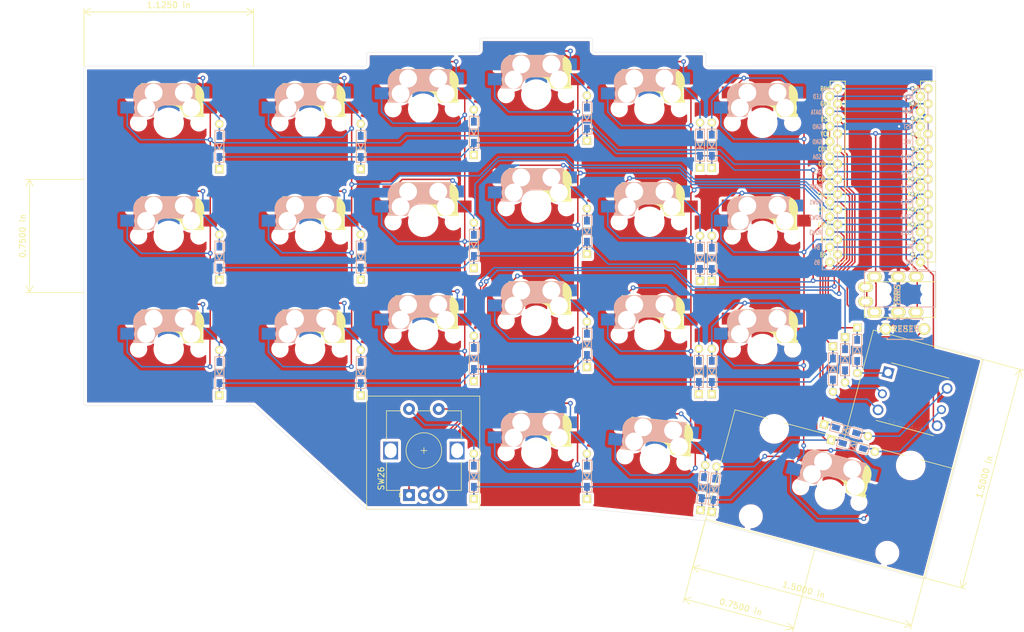
<source format=kicad_pcb>
(kicad_pcb (version 20171130) (host pcbnew 5.1.4+dfsg1-1)
  (layers (0 F.Cu signal) (31 B.Cu signal) (34 B.Paste user) (35 F.Paste user) (36 B.SilkS user) (37 F.SilkS user) (38 B.Mask user) (39 F.Mask user) (44 Edge.Cuts user))
  (net 0 "")
  (net 1 "Net-(D1-Pad2)")
  (net 2 row00)
  (net 3 "Net-(D2-Pad2)")
  (net 4 "Net-(D3-Pad2)")
  (net 5 "Net-(D4-Pad2)")
  (net 6 "Net-(D5-Pad2)")
  (net 7 "Net-(D6-Pad2)")
  (net 8 row01)
  (net 9 "Net-(D7-Pad2)")
  (net 10 "Net-(D8-Pad2)")
  (net 11 "Net-(D9-Pad2)")
  (net 12 "Net-(D10-Pad2)")
  (net 13 "Net-(D11-Pad2)")
  (net 14 "Net-(D12-Pad2)")
  (net 15 row02)
  (net 16 "Net-(D13-Pad2)")
  (net 17 "Net-(D14-Pad2)")
  (net 18 "Net-(D15-Pad2)")
  (net 19 "Net-(D16-Pad2)")
  (net 20 "Net-(D17-Pad2)")
  (net 21 "Net-(D18-Pad2)")
  (net 22 row03)
  (net 23 "Net-(D19-Pad2)")
  (net 24 "Net-(D20-Pad2)")
  (net 25 "Net-(D21-Pad2)")
  (net 26 "Net-(D22-Pad2)")
  (net 27 "Net-(D23-Pad2)")
  (net 28 "Net-(D24-Pad2)")
  (net 29 VCC)
  (net 30 "Net-(J1-PadA)")
  (net 31 data)
  (net 32 GND)
  (net 33 col00)
  (net 34 col01)
  (net 35 col02)
  (net 36 col03)
  (net 37 col04)
  (net 38 col05)
  (net 39 "Net-(SW25-Pad1)")
  (net 40 rot2)
  (net 41 rot1)
  (net 42 "Net-(U1-Pad24)")
  (net 43 "Net-(U1-Pad6)")
  (net 44 "Net-(U1-Pad5)")
  (net 45 "Net-(U1-Pad2)")
  (net 46 "Net-(D25-Pad2)")
  (net 47 "Net-(D26-Pad2)")
  (net 48 "Net-(D27-Pad2)")
  (net 49 row04)
  (net 50 col06)
  (module kbd:CherryMX_Hotswap (layer F.Cu) (at 104.775 82.55)
    (fp_text reference SW8 hide)
    (fp_text value SW_PUSH hide)
    (pad 2 smd rect (at 5.7 -5.12 180) (size 2.3 2) (layers B.Cu B.Paste B.Mask) (net 10 "Net-(D8-Pad2)"))
    (pad "" np_thru_hole circle (at -5.08 0) (size 1.9 1.9) (drill 1.9) (layers *.Cu *.Mask F.SilkS))
    (pad "" np_thru_hole circle (at 5.08 0) (size 1.9 1.9) (drill 1.9) (layers *.Cu *.Mask F.SilkS))
    (pad "" np_thru_hole circle (at 0 0 90) (size 4.1 4.1) (drill 4.1) (layers *.Cu *.Mask F.SilkS))
    (pad "" np_thru_hole circle (at 2.54 -5.08 180) (size 3 3) (drill 3) (layers *.Cu *.Mask))
    (pad "" np_thru_hole circle (at 3.81 -2.540001 180) (size 3 3) (drill 3) (layers *.Cu *.Mask))
    (pad "" np_thru_hole circle (at -2.54 -5.08 180) (size 3 3) (drill 3) (layers *.Cu *.Mask))
    (pad "" np_thru_hole circle (at -3.81 -2.54 180) (size 3 3) (drill 3) (layers *.Cu *.Mask))
    (pad 2 smd rect (at -5.7 -5.12 180) (size 2.3 2) (layers F.Cu F.Paste F.Mask) (net 10 "Net-(D8-Pad2)"))
    (pad 1 smd rect (at 7 -2.58 180) (size 2.3 2) (layers F.Cu F.Paste F.Mask) (net 34 col01))
    (pad 1 smd rect (at -7 -2.58 180) (size 2.3 2) (layers B.Cu B.Paste B.Mask) (net 34 col01))
  )
  (module keyswitches:Stabilizer_MX_2u (layer F.Cu) (at 192.316623 126.103815 165)
    (fp_text reference REF** hide)
    (fp_text value Stabilizer_MX_2u hide)
    (pad "" np_thru_hole circle (at -11.9 -6.985 165) (size 3.048 3.048) (drill 3.048) (layers *.Cu *.Mask))
    (pad "" np_thru_hole circle (at 11.9 -6.985 165) (size 3.048 3.048) (drill 3.048) (layers *.Cu *.Mask))
    (pad "" np_thru_hole circle (at -11.9 8.255 165) (size 3.9878 3.9878) (drill 3.9878) (layers *.Cu *.Mask))
    (pad "" np_thru_hole circle (at 11.9 8.255 165) (size 3.9878 3.9878) (drill 3.9878) (layers *.Cu *.Mask))
  )
  (module kbd:D3_TH_SMD (layer F.Cu) (at 89.495313 67.468753 90)
    (fp_text reference D1 hide)
    (fp_text value D hide)
    (pad 2 smd rect (at 1.775 0 90) (size 1.3 0.95) (layers F.Cu F.Paste F.Mask) (net 1 "Net-(D1-Pad2)"))
    (pad 2 thru_hole circle (at 3.81 0 90) (size 1.397 1.397) (drill 0.8128) (layers *.Cu *.Mask F.SilkS) (net 1 "Net-(D1-Pad2)"))
    (pad 1 thru_hole rect (at -3.81 0 90) (size 1.397 1.397) (drill 0.8128) (layers *.Cu *.Mask F.SilkS) (net 2 row00))
    (pad 1 smd rect (at -1.775 0 90) (size 1.3 0.95) (layers B.Cu B.Paste B.Mask) (net 2 row00))
    (pad 2 smd rect (at 1.775 0 90) (size 1.3 0.95) (layers B.Cu B.Paste B.Mask) (net 1 "Net-(D1-Pad2)"))
    (pad 1 smd rect (at -1.775 0 90) (size 1.3 0.95) (layers F.Cu F.Paste F.Mask) (net 2 row00))
  )
  (module kbd:D3_TH_SMD (layer F.Cu) (at 113.307813 67.468753 90)
    (fp_text reference D2 hide)
    (fp_text value D hide)
    (pad 2 smd rect (at 1.775 0 90) (size 1.3 0.95) (layers F.Cu F.Paste F.Mask) (net 3 "Net-(D2-Pad2)"))
    (pad 2 thru_hole circle (at 3.81 0 90) (size 1.397 1.397) (drill 0.8128) (layers *.Cu *.Mask F.SilkS) (net 3 "Net-(D2-Pad2)"))
    (pad 1 thru_hole rect (at -3.81 0 90) (size 1.397 1.397) (drill 0.8128) (layers *.Cu *.Mask F.SilkS) (net 2 row00))
    (pad 1 smd rect (at -1.775 0 90) (size 1.3 0.95) (layers B.Cu B.Paste B.Mask) (net 2 row00))
    (pad 2 smd rect (at 1.775 0 90) (size 1.3 0.95) (layers B.Cu B.Paste B.Mask) (net 3 "Net-(D2-Pad2)"))
    (pad 1 smd rect (at -1.775 0 90) (size 1.3 0.95) (layers F.Cu F.Paste F.Mask) (net 2 row00))
  )
  (module kbd:D3_TH_SMD (layer F.Cu) (at 132.357813 65.087503 90)
    (fp_text reference D3 hide)
    (fp_text value D hide)
    (pad 1 smd rect (at -1.775 0 90) (size 1.3 0.95) (layers F.Cu F.Paste F.Mask) (net 2 row00))
    (pad 2 smd rect (at 1.775 0 90) (size 1.3 0.95) (layers B.Cu B.Paste B.Mask) (net 4 "Net-(D3-Pad2)"))
    (pad 1 smd rect (at -1.775 0 90) (size 1.3 0.95) (layers B.Cu B.Paste B.Mask) (net 2 row00))
    (pad 1 thru_hole rect (at -3.81 0 90) (size 1.397 1.397) (drill 0.8128) (layers *.Cu *.Mask F.SilkS) (net 2 row00))
    (pad 2 thru_hole circle (at 3.81 0 90) (size 1.397 1.397) (drill 0.8128) (layers *.Cu *.Mask F.SilkS) (net 4 "Net-(D3-Pad2)"))
    (pad 2 smd rect (at 1.775 0 90) (size 1.3 0.95) (layers F.Cu F.Paste F.Mask) (net 4 "Net-(D3-Pad2)"))
  )
  (module kbd:D3_TH_SMD (layer F.Cu) (at 151.407813 62.706253 90)
    (fp_text reference D4 hide)
    (fp_text value D hide)
    (pad 2 smd rect (at 1.775 0 90) (size 1.3 0.95) (layers F.Cu F.Paste F.Mask) (net 5 "Net-(D4-Pad2)"))
    (pad 2 thru_hole circle (at 3.81 0 90) (size 1.397 1.397) (drill 0.8128) (layers *.Cu *.Mask F.SilkS) (net 5 "Net-(D4-Pad2)"))
    (pad 1 thru_hole rect (at -3.81 0 90) (size 1.397 1.397) (drill 0.8128) (layers *.Cu *.Mask F.SilkS) (net 2 row00))
    (pad 1 smd rect (at -1.775 0 90) (size 1.3 0.95) (layers B.Cu B.Paste B.Mask) (net 2 row00))
    (pad 2 smd rect (at 1.775 0 90) (size 1.3 0.95) (layers B.Cu B.Paste B.Mask) (net 5 "Net-(D4-Pad2)"))
    (pad 1 smd rect (at -1.775 0 90) (size 1.3 0.95) (layers F.Cu F.Paste F.Mask) (net 2 row00))
  )
  (module kbd:D3_TH_SMD (layer F.Cu) (at 170.457813 67.270482 90)
    (fp_text reference D5 hide)
    (fp_text value D hide)
    (pad 2 smd rect (at 1.775 0 90) (size 1.3 0.95) (layers F.Cu F.Paste F.Mask) (net 6 "Net-(D5-Pad2)"))
    (pad 2 thru_hole circle (at 3.81 0 90) (size 1.397 1.397) (drill 0.8128) (layers *.Cu *.Mask F.SilkS) (net 6 "Net-(D5-Pad2)"))
    (pad 1 thru_hole rect (at -3.81 0 90) (size 1.397 1.397) (drill 0.8128) (layers *.Cu *.Mask F.SilkS) (net 2 row00))
    (pad 1 smd rect (at -1.775 0 90) (size 1.3 0.95) (layers B.Cu B.Paste B.Mask) (net 2 row00))
    (pad 2 smd rect (at 1.775 0 90) (size 1.3 0.95) (layers B.Cu B.Paste B.Mask) (net 6 "Net-(D5-Pad2)"))
    (pad 1 smd rect (at -1.775 0 90) (size 1.3 0.95) (layers F.Cu F.Paste F.Mask) (net 2 row00))
  )
  (module kbd:D3_TH_SMD (layer F.Cu) (at 172.442145 67.270315 90)
    (fp_text reference D6 hide)
    (fp_text value D hide)
    (pad 1 smd rect (at -1.775 0 90) (size 1.3 0.95) (layers F.Cu F.Paste F.Mask) (net 2 row00))
    (pad 2 smd rect (at 1.775 0 90) (size 1.3 0.95) (layers B.Cu B.Paste B.Mask) (net 7 "Net-(D6-Pad2)"))
    (pad 1 smd rect (at -1.775 0 90) (size 1.3 0.95) (layers B.Cu B.Paste B.Mask) (net 2 row00))
    (pad 1 thru_hole rect (at -3.81 0 90) (size 1.397 1.397) (drill 0.8128) (layers *.Cu *.Mask F.SilkS) (net 2 row00))
    (pad 2 thru_hole circle (at 3.81 0 90) (size 1.397 1.397) (drill 0.8128) (layers *.Cu *.Mask F.SilkS) (net 7 "Net-(D6-Pad2)"))
    (pad 2 smd rect (at 1.775 0 90) (size 1.3 0.95) (layers F.Cu F.Paste F.Mask) (net 7 "Net-(D6-Pad2)"))
  )
  (module kbd:D3_TH_SMD (layer F.Cu) (at 89.495313 86.121878 90)
    (fp_text reference D7 hide)
    (fp_text value D hide)
    (pad 1 smd rect (at -1.775 0 90) (size 1.3 0.95) (layers F.Cu F.Paste F.Mask) (net 8 row01))
    (pad 2 smd rect (at 1.775 0 90) (size 1.3 0.95) (layers B.Cu B.Paste B.Mask) (net 9 "Net-(D7-Pad2)"))
    (pad 1 smd rect (at -1.775 0 90) (size 1.3 0.95) (layers B.Cu B.Paste B.Mask) (net 8 row01))
    (pad 1 thru_hole rect (at -3.81 0 90) (size 1.397 1.397) (drill 0.8128) (layers *.Cu *.Mask F.SilkS) (net 8 row01))
    (pad 2 thru_hole circle (at 3.81 0 90) (size 1.397 1.397) (drill 0.8128) (layers *.Cu *.Mask F.SilkS) (net 9 "Net-(D7-Pad2)"))
    (pad 2 smd rect (at 1.775 0 90) (size 1.3 0.95) (layers F.Cu F.Paste F.Mask) (net 9 "Net-(D7-Pad2)"))
  )
  (module kbd:D3_TH_SMD (layer F.Cu) (at 113.307813 86.122092 90)
    (fp_text reference D8 hide)
    (fp_text value D hide)
    (pad 2 smd rect (at 1.775 0 90) (size 1.3 0.95) (layers F.Cu F.Paste F.Mask) (net 10 "Net-(D8-Pad2)"))
    (pad 2 thru_hole circle (at 3.81 0 90) (size 1.397 1.397) (drill 0.8128) (layers *.Cu *.Mask F.SilkS) (net 10 "Net-(D8-Pad2)"))
    (pad 1 thru_hole rect (at -3.81 0 90) (size 1.397 1.397) (drill 0.8128) (layers *.Cu *.Mask F.SilkS) (net 8 row01))
    (pad 1 smd rect (at -1.775 0 90) (size 1.3 0.95) (layers B.Cu B.Paste B.Mask) (net 8 row01))
    (pad 2 smd rect (at 1.775 0 90) (size 1.3 0.95) (layers B.Cu B.Paste B.Mask) (net 10 "Net-(D8-Pad2)"))
    (pad 1 smd rect (at -1.775 0 90) (size 1.3 0.95) (layers F.Cu F.Paste F.Mask) (net 8 row01))
  )
  (module kbd:D3_TH_SMD (layer F.Cu) (at 132.357813 84.137503 90)
    (fp_text reference D9 hide)
    (fp_text value D hide)
    (pad 1 smd rect (at -1.775 0 90) (size 1.3 0.95) (layers F.Cu F.Paste F.Mask) (net 8 row01))
    (pad 2 smd rect (at 1.775 0 90) (size 1.3 0.95) (layers B.Cu B.Paste B.Mask) (net 11 "Net-(D9-Pad2)"))
    (pad 1 smd rect (at -1.775 0 90) (size 1.3 0.95) (layers B.Cu B.Paste B.Mask) (net 8 row01))
    (pad 1 thru_hole rect (at -3.81 0 90) (size 1.397 1.397) (drill 0.8128) (layers *.Cu *.Mask F.SilkS) (net 8 row01))
    (pad 2 thru_hole circle (at 3.81 0 90) (size 1.397 1.397) (drill 0.8128) (layers *.Cu *.Mask F.SilkS) (net 11 "Net-(D9-Pad2)"))
    (pad 2 smd rect (at 1.775 0 90) (size 1.3 0.95) (layers F.Cu F.Paste F.Mask) (net 11 "Net-(D9-Pad2)"))
  )
  (module kbd:D3_TH_SMD (layer F.Cu) (at 151.407813 81.756253 90)
    (fp_text reference D10 hide)
    (fp_text value D hide)
    (pad 2 smd rect (at 1.775 0 90) (size 1.3 0.95) (layers F.Cu F.Paste F.Mask) (net 12 "Net-(D10-Pad2)"))
    (pad 2 thru_hole circle (at 3.81 0 90) (size 1.397 1.397) (drill 0.8128) (layers *.Cu *.Mask F.SilkS) (net 12 "Net-(D10-Pad2)"))
    (pad 1 thru_hole rect (at -3.81 0 90) (size 1.397 1.397) (drill 0.8128) (layers *.Cu *.Mask F.SilkS) (net 8 row01))
    (pad 1 smd rect (at -1.775 0 90) (size 1.3 0.95) (layers B.Cu B.Paste B.Mask) (net 8 row01))
    (pad 2 smd rect (at 1.775 0 90) (size 1.3 0.95) (layers B.Cu B.Paste B.Mask) (net 12 "Net-(D10-Pad2)"))
    (pad 1 smd rect (at -1.775 0 90) (size 1.3 0.95) (layers F.Cu F.Paste F.Mask) (net 8 row01))
  )
  (module kbd:D3_TH_SMD (layer F.Cu) (at 170.457813 86.32053 90)
    (fp_text reference D11 hide)
    (fp_text value D hide)
    (pad 1 smd rect (at -1.775 0 90) (size 1.3 0.95) (layers F.Cu F.Paste F.Mask) (net 8 row01))
    (pad 2 smd rect (at 1.775 0 90) (size 1.3 0.95) (layers B.Cu B.Paste B.Mask) (net 13 "Net-(D11-Pad2)"))
    (pad 1 smd rect (at -1.775 0 90) (size 1.3 0.95) (layers B.Cu B.Paste B.Mask) (net 8 row01))
    (pad 1 thru_hole rect (at -3.81 0 90) (size 1.397 1.397) (drill 0.8128) (layers *.Cu *.Mask F.SilkS) (net 8 row01))
    (pad 2 thru_hole circle (at 3.81 0 90) (size 1.397 1.397) (drill 0.8128) (layers *.Cu *.Mask F.SilkS) (net 13 "Net-(D11-Pad2)"))
    (pad 2 smd rect (at 1.775 0 90) (size 1.3 0.95) (layers F.Cu F.Paste F.Mask) (net 13 "Net-(D11-Pad2)"))
  )
  (module kbd:D3_TH_SMD (layer F.Cu) (at 172.442145 86.320315 90)
    (fp_text reference D12 hide)
    (fp_text value D hide)
    (pad 2 smd rect (at 1.775 0 90) (size 1.3 0.95) (layers F.Cu F.Paste F.Mask) (net 14 "Net-(D12-Pad2)"))
    (pad 2 thru_hole circle (at 3.81 0 90) (size 1.397 1.397) (drill 0.8128) (layers *.Cu *.Mask F.SilkS) (net 14 "Net-(D12-Pad2)"))
    (pad 1 thru_hole rect (at -3.81 0 90) (size 1.397 1.397) (drill 0.8128) (layers *.Cu *.Mask F.SilkS) (net 8 row01))
    (pad 1 smd rect (at -1.775 0 90) (size 1.3 0.95) (layers B.Cu B.Paste B.Mask) (net 8 row01))
    (pad 2 smd rect (at 1.775 0 90) (size 1.3 0.95) (layers B.Cu B.Paste B.Mask) (net 14 "Net-(D12-Pad2)"))
    (pad 1 smd rect (at -1.775 0 90) (size 1.3 0.95) (layers F.Cu F.Paste F.Mask) (net 8 row01))
  )
  (module kbd:D3_TH_SMD (layer F.Cu) (at 89.495313 105.568753 90)
    (fp_text reference D13 hide)
    (fp_text value D hide)
    (pad 1 smd rect (at -1.775 0 90) (size 1.3 0.95) (layers F.Cu F.Paste F.Mask) (net 15 row02))
    (pad 2 smd rect (at 1.775 0 90) (size 1.3 0.95) (layers B.Cu B.Paste B.Mask) (net 16 "Net-(D13-Pad2)"))
    (pad 1 smd rect (at -1.775 0 90) (size 1.3 0.95) (layers B.Cu B.Paste B.Mask) (net 15 row02))
    (pad 1 thru_hole rect (at -3.81 0 90) (size 1.397 1.397) (drill 0.8128) (layers *.Cu *.Mask F.SilkS) (net 15 row02))
    (pad 2 thru_hole circle (at 3.81 0 90) (size 1.397 1.397) (drill 0.8128) (layers *.Cu *.Mask F.SilkS) (net 16 "Net-(D13-Pad2)"))
    (pad 2 smd rect (at 1.775 0 90) (size 1.3 0.95) (layers F.Cu F.Paste F.Mask) (net 16 "Net-(D13-Pad2)"))
  )
  (module kbd:D3_TH_SMD (layer F.Cu) (at 113.307813 105.568753 90)
    (fp_text reference D14 hide)
    (fp_text value D hide)
    (pad 2 smd rect (at 1.775 0 90) (size 1.3 0.95) (layers F.Cu F.Paste F.Mask) (net 17 "Net-(D14-Pad2)"))
    (pad 2 thru_hole circle (at 3.81 0 90) (size 1.397 1.397) (drill 0.8128) (layers *.Cu *.Mask F.SilkS) (net 17 "Net-(D14-Pad2)"))
    (pad 1 thru_hole rect (at -3.81 0 90) (size 1.397 1.397) (drill 0.8128) (layers *.Cu *.Mask F.SilkS) (net 15 row02))
    (pad 1 smd rect (at -1.775 0 90) (size 1.3 0.95) (layers B.Cu B.Paste B.Mask) (net 15 row02))
    (pad 2 smd rect (at 1.775 0 90) (size 1.3 0.95) (layers B.Cu B.Paste B.Mask) (net 17 "Net-(D14-Pad2)"))
    (pad 1 smd rect (at -1.775 0 90) (size 1.3 0.95) (layers F.Cu F.Paste F.Mask) (net 15 row02))
  )
  (module kbd:D3_TH_SMD (layer F.Cu) (at 132.357813 103.187503 90)
    (fp_text reference D15 hide)
    (fp_text value D hide)
    (pad 1 smd rect (at -1.775 0 90) (size 1.3 0.95) (layers F.Cu F.Paste F.Mask) (net 15 row02))
    (pad 2 smd rect (at 1.775 0 90) (size 1.3 0.95) (layers B.Cu B.Paste B.Mask) (net 18 "Net-(D15-Pad2)"))
    (pad 1 smd rect (at -1.775 0 90) (size 1.3 0.95) (layers B.Cu B.Paste B.Mask) (net 15 row02))
    (pad 1 thru_hole rect (at -3.81 0 90) (size 1.397 1.397) (drill 0.8128) (layers *.Cu *.Mask F.SilkS) (net 15 row02))
    (pad 2 thru_hole circle (at 3.81 0 90) (size 1.397 1.397) (drill 0.8128) (layers *.Cu *.Mask F.SilkS) (net 18 "Net-(D15-Pad2)"))
    (pad 2 smd rect (at 1.775 0 90) (size 1.3 0.95) (layers F.Cu F.Paste F.Mask) (net 18 "Net-(D15-Pad2)"))
  )
  (module kbd:D3_TH_SMD (layer F.Cu) (at 151.407813 100.806253 90)
    (fp_text reference D16 hide)
    (fp_text value D hide)
    (pad 2 smd rect (at 1.775 0 90) (size 1.3 0.95) (layers F.Cu F.Paste F.Mask) (net 19 "Net-(D16-Pad2)"))
    (pad 2 thru_hole circle (at 3.81 0 90) (size 1.397 1.397) (drill 0.8128) (layers *.Cu *.Mask F.SilkS) (net 19 "Net-(D16-Pad2)"))
    (pad 1 thru_hole rect (at -3.81 0 90) (size 1.397 1.397) (drill 0.8128) (layers *.Cu *.Mask F.SilkS) (net 15 row02))
    (pad 1 smd rect (at -1.775 0 90) (size 1.3 0.95) (layers B.Cu B.Paste B.Mask) (net 15 row02))
    (pad 2 smd rect (at 1.775 0 90) (size 1.3 0.95) (layers B.Cu B.Paste B.Mask) (net 19 "Net-(D16-Pad2)"))
    (pad 1 smd rect (at -1.775 0 90) (size 1.3 0.95) (layers F.Cu F.Paste F.Mask) (net 15 row02))
  )
  (module kbd:D3_TH_SMD (layer F.Cu) (at 170.259804 105.370578 90)
    (fp_text reference D17 hide)
    (fp_text value D hide)
    (pad 1 smd rect (at -1.775 0 90) (size 1.3 0.95) (layers F.Cu F.Paste F.Mask) (net 15 row02))
    (pad 2 smd rect (at 1.775 0 90) (size 1.3 0.95) (layers B.Cu B.Paste B.Mask) (net 20 "Net-(D17-Pad2)"))
    (pad 1 smd rect (at -1.775 0 90) (size 1.3 0.95) (layers B.Cu B.Paste B.Mask) (net 15 row02))
    (pad 1 thru_hole rect (at -3.81 0 90) (size 1.397 1.397) (drill 0.8128) (layers *.Cu *.Mask F.SilkS) (net 15 row02))
    (pad 2 thru_hole circle (at 3.81 0 90) (size 1.397 1.397) (drill 0.8128) (layers *.Cu *.Mask F.SilkS) (net 20 "Net-(D17-Pad2)"))
    (pad 2 smd rect (at 1.775 0 90) (size 1.3 0.95) (layers F.Cu F.Paste F.Mask) (net 20 "Net-(D17-Pad2)"))
  )
  (module kbd:D3_TH_SMD (layer F.Cu) (at 172.442145 105.370315 90)
    (fp_text reference D18 hide)
    (fp_text value D hide)
    (pad 2 smd rect (at 1.775 0 90) (size 1.3 0.95) (layers F.Cu F.Paste F.Mask) (net 21 "Net-(D18-Pad2)"))
    (pad 2 thru_hole circle (at 3.81 0 90) (size 1.397 1.397) (drill 0.8128) (layers *.Cu *.Mask F.SilkS) (net 21 "Net-(D18-Pad2)"))
    (pad 1 thru_hole rect (at -3.81 0 90) (size 1.397 1.397) (drill 0.8128) (layers *.Cu *.Mask F.SilkS) (net 15 row02))
    (pad 1 smd rect (at -1.775 0 90) (size 1.3 0.95) (layers B.Cu B.Paste B.Mask) (net 15 row02))
    (pad 2 smd rect (at 1.775 0 90) (size 1.3 0.95) (layers B.Cu B.Paste B.Mask) (net 21 "Net-(D18-Pad2)"))
    (pad 1 smd rect (at -1.775 0 90) (size 1.3 0.95) (layers F.Cu F.Paste F.Mask) (net 15 row02))
  )
  (module kbd:D3_TH_SMD (layer F.Cu) (at 132.357813 123.031255 90)
    (fp_text reference D20 hide)
    (fp_text value D hide)
    (pad 2 smd rect (at 1.775 0 90) (size 1.3 0.95) (layers F.Cu F.Paste F.Mask) (net 24 "Net-(D20-Pad2)"))
    (pad 2 thru_hole circle (at 3.81 0 90) (size 1.397 1.397) (drill 0.8128) (layers *.Cu *.Mask F.SilkS) (net 24 "Net-(D20-Pad2)"))
    (pad 1 thru_hole rect (at -3.81 0 90) (size 1.397 1.397) (drill 0.8128) (layers *.Cu *.Mask F.SilkS) (net 22 row03))
    (pad 1 smd rect (at -1.775 0 90) (size 1.3 0.95) (layers B.Cu B.Paste B.Mask) (net 22 row03))
    (pad 2 smd rect (at 1.775 0 90) (size 1.3 0.95) (layers B.Cu B.Paste B.Mask) (net 24 "Net-(D20-Pad2)"))
    (pad 1 smd rect (at -1.775 0 90) (size 1.3 0.95) (layers F.Cu F.Paste F.Mask) (net 22 row03))
  )
  (module kbd:D3_TH_SMD (layer F.Cu) (at 151.407813 123.031255 90)
    (fp_text reference D21 hide)
    (fp_text value D hide)
    (pad 1 smd rect (at -1.775 0 90) (size 1.3 0.95) (layers F.Cu F.Paste F.Mask) (net 22 row03))
    (pad 2 smd rect (at 1.775 0 90) (size 1.3 0.95) (layers B.Cu B.Paste B.Mask) (net 25 "Net-(D21-Pad2)"))
    (pad 1 smd rect (at -1.775 0 90) (size 1.3 0.95) (layers B.Cu B.Paste B.Mask) (net 22 row03))
    (pad 1 thru_hole rect (at -3.81 0 90) (size 1.397 1.397) (drill 0.8128) (layers *.Cu *.Mask F.SilkS) (net 22 row03))
    (pad 2 thru_hole circle (at 3.81 0 90) (size 1.397 1.397) (drill 0.8128) (layers *.Cu *.Mask F.SilkS) (net 25 "Net-(D21-Pad2)"))
    (pad 2 smd rect (at 1.775 0 90) (size 1.3 0.95) (layers F.Cu F.Paste F.Mask) (net 25 "Net-(D21-Pad2)"))
  )
  (module kbd:D3_TH_SMD (layer F.Cu) (at 170.939712 124.94921 84)
    (fp_text reference D22 hide)
    (fp_text value D hide)
    (pad 1 smd rect (at -1.775 0 84) (size 1.3 0.95) (layers F.Cu F.Paste F.Mask) (net 22 row03))
    (pad 2 smd rect (at 1.775 0 84) (size 1.3 0.95) (layers B.Cu B.Paste B.Mask) (net 26 "Net-(D22-Pad2)"))
    (pad 1 smd rect (at -1.775 0 84) (size 1.3 0.95) (layers B.Cu B.Paste B.Mask) (net 22 row03))
    (pad 1 thru_hole rect (at -3.81 0 84) (size 1.397 1.397) (drill 0.8128) (layers *.Cu *.Mask F.SilkS) (net 22 row03))
    (pad 2 thru_hole circle (at 3.81 0 84) (size 1.397 1.397) (drill 0.8128) (layers *.Cu *.Mask F.SilkS) (net 26 "Net-(D22-Pad2)"))
    (pad 2 smd rect (at 1.775 0 84) (size 1.3 0.95) (layers F.Cu F.Paste F.Mask) (net 26 "Net-(D22-Pad2)"))
  )
  (module kbd:D3_TH_SMD (layer F.Cu) (at 172.839498 125.214378 84)
    (fp_text reference D23 hide)
    (fp_text value D hide)
    (pad 1 smd rect (at -1.775 0 84) (size 1.3 0.95) (layers F.Cu F.Paste F.Mask) (net 22 row03))
    (pad 2 smd rect (at 1.775 0 84) (size 1.3 0.95) (layers B.Cu B.Paste B.Mask) (net 27 "Net-(D23-Pad2)"))
    (pad 1 smd rect (at -1.775 0 84) (size 1.3 0.95) (layers B.Cu B.Paste B.Mask) (net 22 row03))
    (pad 1 thru_hole rect (at -3.81 0 84) (size 1.397 1.397) (drill 0.8128) (layers *.Cu *.Mask F.SilkS) (net 22 row03))
    (pad 2 thru_hole circle (at 3.81 0 84) (size 1.397 1.397) (drill 0.8128) (layers *.Cu *.Mask F.SilkS) (net 27 "Net-(D23-Pad2)"))
    (pad 2 smd rect (at 1.775 0 84) (size 1.3 0.95) (layers F.Cu F.Paste F.Mask) (net 27 "Net-(D23-Pad2)"))
  )
  (module kbd:D3_TH_SMD (layer F.Cu) (at 196.228111 117.925658 345)
    (fp_text reference D24 hide)
    (fp_text value D hide)
    (pad 1 smd rect (at -1.775 0 345) (size 1.3 0.95) (layers F.Cu F.Paste F.Mask) (net 22 row03))
    (pad 2 smd rect (at 1.775 0 345) (size 1.3 0.95) (layers B.Cu B.Paste B.Mask) (net 28 "Net-(D24-Pad2)"))
    (pad 1 smd rect (at -1.775 0 345) (size 1.3 0.95) (layers B.Cu B.Paste B.Mask) (net 22 row03))
    (pad 1 thru_hole rect (at -3.81 0 345) (size 1.397 1.397) (drill 0.8128) (layers *.Cu *.Mask F.SilkS) (net 22 row03))
    (pad 2 thru_hole circle (at 3.81 0 345) (size 1.397 1.397) (drill 0.8128) (layers *.Cu *.Mask F.SilkS) (net 28 "Net-(D24-Pad2)"))
    (pad 2 smd rect (at 1.775 0 345) (size 1.3 0.95) (layers F.Cu F.Paste F.Mask) (net 28 "Net-(D24-Pad2)"))
  )
  (module kbd:MJ-4PP-9 (layer F.Cu) (at 210.145842 93.265625 270)
    (fp_text reference J1)
    (fp_text value MJ-4PP-9 hide)
    (fp_text user TRRS (at -0.8255 6.4135 90) (layer B.SilkS) (effects (justify mirror)))
    (fp_text user TRRS (at -0.75 6.45 90) (layer F.SilkS))
    (pad "" np_thru_hole circle (at -1.75 8.5 270) (size 1.2 1.2) (drill 1.2) (layers *.Cu *.Mask F.SilkS))
    (pad "" np_thru_hole circle (at -1.75 1.5 270) (size 1.2 1.2) (drill 1.2) (layers *.Cu *.Mask F.SilkS))
    (pad D thru_hole oval (at -3.85 10.3 270) (size 1.7 2.5) (drill oval 1 1.5) (layers *.Cu *.Mask F.SilkS) (net 29 VCC) (clearance 0.15))
    (pad A thru_hole oval (at 0.35 11.8 270) (size 1.7 2.5) (drill oval 1 1.5) (layers *.Cu *.Mask F.SilkS) (net 30 "Net-(J1-PadA)") (clearance 0.15))
    (pad B thru_hole oval (at -3.85 3.3 270) (size 1.7 2.5) (drill oval 1 1.5) (layers *.Cu *.Mask F.SilkS) (net 31 data))
    (pad C thru_hole oval (at -3.85 6.3 270) (size 1.7 2.5) (drill oval 1 1.5) (layers *.Cu *.Mask F.SilkS) (net 32 GND))
    (pad "" np_thru_hole circle (at 0 1.5 270) (size 1.2 1.2) (drill 1.2) (layers *.Cu *.Mask F.SilkS))
    (pad "" np_thru_hole circle (at 0 8.5 270) (size 1.2 1.2) (drill 1.2) (layers *.Cu *.Mask F.SilkS))
    (pad B thru_hole oval (at 2.1 3.3 270) (size 1.7 2.5) (drill oval 1 1.5) (layers *.Cu *.Mask F.SilkS) (net 31 data))
    (pad C thru_hole oval (at 2.1 6.3 270) (size 1.7 2.5) (drill oval 1 1.5) (layers *.Cu *.Mask F.SilkS) (net 32 GND))
    (pad D thru_hole oval (at 2.1 10.3 270) (size 1.7 2.5) (drill oval 1 1.5) (layers *.Cu *.Mask F.SilkS) (net 29 VCC) (clearance 0.15))
    (pad A thru_hole oval (at -2.1 11.8 270) (size 1.7 2.5) (drill oval 1 1.5) (layers *.Cu *.Mask F.SilkS) (net 30 "Net-(J1-PadA)") (clearance 0.15))
  )
  (module kbd:ResetSW (layer F.Cu) (at 204.986454 98.22681)
    (fp_text reference SW25 hide)
    (fp_text value SW_PUSH)
    (fp_text user RESET (at 0.127 0) (layer B.SilkS) (effects (justify mirror)))
    (fp_text user RESET (at 0 0) (layer F.SilkS))
    (pad 1 thru_hole circle (at 3.25 0) (size 2 2) (drill 1.3) (layers *.Cu *.Mask F.SilkS) (net 39 "Net-(SW25-Pad1)"))
    (pad 2 thru_hole circle (at -3.25 0) (size 2 2) (drill 1.3) (layers *.Cu *.Mask F.SilkS) (net 32 GND))
  )
  (module Rotary_Encoder:RotaryEncoder_Alps_EC12E-Switch_Vertical_H20mm (layer F.Cu) (at 121.44375 126.206252 90)
    (fp_text reference SW26 (at 2.8 -4.7 90) (layer F.SilkS))
    (fp_text value Rotary_Encoder_Switch)
    (pad A thru_hole rect (at 0 0 90) (size 2 2) (drill 1) (layers *.Cu *.Mask) (net 41 rot1))
    (pad C thru_hole circle (at 0 2.5 90) (size 2 2) (drill 1) (layers *.Cu *.Mask) (net 32 GND))
    (pad B thru_hole circle (at 0 5 90) (size 2 2) (drill 1) (layers *.Cu *.Mask) (net 40 rot2))
    (pad MP thru_hole rect (at 7.5 -3.1 90) (size 3 2.5) (drill oval 2.5 2) (layers *.Cu *.Mask))
    (pad MP thru_hole rect (at 7.5 8.1 90) (size 3 2.5) (drill oval 2.5 2) (layers *.Cu *.Mask))
    (pad S1 thru_hole circle (at 14.5 0 90) (size 2 2) (drill 1) (layers *.Cu *.Mask) (net 24 "Net-(D20-Pad2)"))
    (pad S2 thru_hole circle (at 14.5 5 90) (size 2 2) (drill 1) (layers *.Cu *.Mask) (net 35 col02))
  )
  (module kbd:ProMicro_v2 (layer F.Cu) (at 201.215625 72.23125)
    (fp_text reference U1 hide)
    (fp_text value ProMicro hide)
    (fp_text user RAW (at 4.191 -13.1445) (layer B.SilkS) (effects (font (size 0.75 0.5) (thickness 0.125)) (justify mirror)))
    (fp_text user LED (at -11.049 -13.1445) (layer B.SilkS) (effects (font (size 0.75 0.5) (thickness 0.125)) (justify mirror)))
    (fp_text user GND (at 4.1275 -10.668) (layer B.SilkS) (effects (font (size 0.75 0.5) (thickness 0.125)) (justify mirror)))
    (fp_text user DATA (at -11.2 -10.5) (layer B.SilkS) (effects (font (size 0.75 0.5) (thickness 0.125)) (justify mirror)))
    (fp_text user RST (at 4.191 -8.0645) (layer B.SilkS) (effects (font (size 0.75 0.5) (thickness 0.125)) (justify mirror)))
    (fp_text user GND (at -11.049 -8.0645) (layer B.SilkS) (effects (font (size 0.75 0.5) (thickness 0.125)) (justify mirror)))
    (fp_text user VCC (at 4.1275 -5.5245) (layer B.SilkS) (effects (font (size 0.75 0.5) (thickness 0.125)) (justify mirror)))
    (fp_text user GND (at -11.049 -5.5245) (layer B.SilkS) (effects (font (size 0.75 0.5) (thickness 0.125)) (justify mirror)))
    (fp_text user COL3 (at 4 4.6) (layer B.SilkS) (effects (font (size 0.75 0.5) (thickness 0.125)) (justify mirror)))
    (fp_text user ROW0 (at -11.3 2.032) (layer B.SilkS) (effects (font (size 0.75 0.5) (thickness 0.125)) (justify mirror)))
    (fp_text user COL2 (at 4 2.1) (layer B.SilkS) (effects (font (size 0.75 0.5) (thickness 0.125)) (justify mirror)))
    (fp_text user SCL (at -11.049 -0.4445) (layer B.SilkS) (effects (font (size 0.75 0.5) (thickness 0.125)) (justify mirror)))
    (fp_text user COL1 (at 4 -0.4445) (layer B.SilkS) (effects (font (size 0.75 0.5) (thickness 0.125)) (justify mirror)))
    (fp_text user SDA (at -11.049 -2.9845) (layer B.SilkS) (effects (font (size 0.75 0.5) (thickness 0.125)) (justify mirror)))
    (fp_text user COL0 (at 4 -2.95) (layer B.SilkS) (effects (font (size 0.75 0.5) (thickness 0.125)) (justify mirror)))
    (fp_text user B6 (at 4.445 14.732) (layer B.SilkS) (effects (font (size 0.75 0.5) (thickness 0.125)) (justify mirror)))
    (fp_text user B5 (at -11.049 14.7955) (layer B.SilkS) (effects (font (size 0.75 0.5) (thickness 0.125)) (justify mirror)))
    (fp_text user B4 (at -11.049 12.2555) (layer B.SilkS) (effects (font (size 0.75 0.5) (thickness 0.125)) (justify mirror)))
    (fp_text user B2 (at 4.5085 12.1285) (layer B.SilkS) (effects (font (size 0.75 0.5) (thickness 0.125)) (justify mirror)))
    (fp_text user ROW3 (at -11.3 9.75) (layer B.SilkS) (effects (font (size 0.75 0.5) (thickness 0.125)) (justify mirror)))
    (fp_text user COL5 (at 4 9.75) (layer B.SilkS) (effects (font (size 0.75 0.5) (thickness 0.125)) (justify mirror)))
    (fp_text user ROW2 (at -11.3 7.239) (layer B.SilkS) (effects (font (size 0.75 0.5) (thickness 0.125)) (justify mirror)))
    (fp_text user COL4 (at 3.95 7.112) (layer B.SilkS) (effects (font (size 0.75 0.5) (thickness 0.125)) (justify mirror)))
    (fp_text user ROW1 (at -11.3 4.6355) (layer B.SilkS) (effects (font (size 0.75 0.5) (thickness 0.125)) (justify mirror)))
    (fp_text user ROW1 (at 5.25 3.302) (layer F.SilkS) (effects (font (size 0.75 0.5) (thickness 0.125))))
    (fp_text user COL4 (at -9.95 5.85) (layer F.SilkS) (effects (font (size 0.75 0.5) (thickness 0.125))))
    (fp_text user ROW2 (at 5.2 5.85) (layer F.SilkS) (effects (font (size 0.75 0.5) (thickness 0.125))))
    (fp_text user COL5 (at -9.95 8.4455) (layer F.SilkS) (effects (font (size 0.75 0.5) (thickness 0.125))))
    (fp_text user ROW3 (at 5.2 8.4455) (layer F.SilkS) (effects (font (size 0.75 0.5) (thickness 0.125))))
    (fp_text user B2 (at -9.95 10.95) (layer F.SilkS) (effects (font (size 0.75 0.5) (thickness 0.125))))
    (fp_text user B4 (at 5.2 10.922) (layer F.SilkS) (effects (font (size 0.75 0.5) (thickness 0.125))))
    (fp_text user B5 (at 5.2 13.5255) (layer F.SilkS) (effects (font (size 0.75 0.5) (thickness 0.125))))
    (fp_text user B6 (at -10.05 13.5) (layer F.SilkS) (effects (font (size 0.75 0.5) (thickness 0.125))))
    (fp_text user COL0 (at -9.9 -4.3) (layer F.SilkS) (effects (font (size 0.75 0.5) (thickness 0.125))))
    (fp_text user SDA (at 5.461 -4.318) (layer F.SilkS) (effects (font (size 0.75 0.5) (thickness 0.125))))
    (fp_text user COL1 (at -9.85 -1.778) (layer F.SilkS) (effects (font (size 0.75 0.5) (thickness 0.125))))
    (fp_text user SCL (at 5.461 -1.778) (layer F.SilkS) (effects (font (size 0.75 0.5) (thickness 0.125))))
    (fp_text user COL2 (at -9.9 0.762) (layer F.SilkS) (effects (font (size 0.75 0.5) (thickness 0.125))))
    (fp_text user ROW0 (at 5.2 0.8) (layer F.SilkS) (effects (font (size 0.75 0.5) (thickness 0.125))))
    (fp_text user COL3 (at -10 3.35) (layer F.SilkS) (effects (font (size 0.75 0.5) (thickness 0.125))))
    (fp_text user GND (at 5.461 -6.7945) (layer F.SilkS) (effects (font (size 0.75 0.5) (thickness 0.125))))
    (fp_text user VCC (at -9.7155 -6.858) (layer F.SilkS) (effects (font (size 0.75 0.5) (thickness 0.125))))
    (fp_text user GND (at 5.5245 -9.3345) (layer F.SilkS) (effects (font (size 0.75 0.5) (thickness 0.125))))
    (fp_text user RST (at -9.7155 -9.3345) (layer F.SilkS) (effects (font (size 0.75 0.5) (thickness 0.125))))
    (fp_text user DATA (at 5.35 -11.95) (layer F.SilkS) (effects (font (size 0.75 0.5) (thickness 0.125))))
    (fp_text user GND (at -9.7155 -11.938) (layer F.SilkS) (effects (font (size 0.75 0.5) (thickness 0.125))))
    (fp_text user LED (at 5.5 -14.478) (layer F.SilkS) (effects (font (size 0.75 0.5) (thickness 0.125))))
    (fp_text user RAW (at -9.7155 -14.478) (layer F.SilkS) (effects (font (size 0.75 0.5) (thickness 0.125))))
    (fp_text user "" (at -1.2065 -16.256) (layer B.SilkS) (effects (justify mirror)))
    (fp_text user "" (at -0.5 -17.25) (layer F.SilkS))
    (pad 24 thru_hole circle (at -7.5636 -14.478) (size 1.524 1.524) (drill 0.8128) (layers *.Cu *.Mask F.SilkS) (net 42 "Net-(U1-Pad24)"))
    (pad 23 thru_hole circle (at -7.5636 -11.938) (size 1.524 1.524) (drill 0.8128) (layers *.Cu *.Mask F.SilkS) (net 32 GND))
    (pad 22 thru_hole circle (at -7.5636 -9.398) (size 1.524 1.524) (drill 0.8128) (layers *.Cu *.Mask F.SilkS) (net 39 "Net-(SW25-Pad1)"))
    (pad 21 thru_hole circle (at -7.5636 -6.858) (size 1.524 1.524) (drill 0.8128) (layers *.Cu *.Mask F.SilkS) (net 29 VCC))
    (pad 20 thru_hole circle (at -7.5636 -4.318) (size 1.524 1.524) (drill 0.8128) (layers *.Cu *.Mask F.SilkS) (net 40 rot2))
    (pad 19 thru_hole circle (at -7.5636 -1.778) (size 1.524 1.524) (drill 0.8128) (layers *.Cu *.Mask F.SilkS) (net 33 col00))
    (pad 18 thru_hole circle (at -7.5636 0.762) (size 1.524 1.524) (drill 0.8128) (layers *.Cu *.Mask F.SilkS) (net 34 col01))
    (pad 17 thru_hole circle (at -7.5636 3.302) (size 1.524 1.524) (drill 0.8128) (layers *.Cu *.Mask F.SilkS) (net 35 col02))
    (pad 16 thru_hole circle (at -7.5636 5.842) (size 1.524 1.524) (drill 0.8128) (layers *.Cu *.Mask F.SilkS) (net 36 col03))
    (pad 15 thru_hole circle (at -7.5636 8.382) (size 1.524 1.524) (drill 0.8128) (layers *.Cu *.Mask F.SilkS) (net 37 col04))
    (pad 14 thru_hole circle (at -7.5636 10.922) (size 1.524 1.524) (drill 0.8128) (layers *.Cu *.Mask F.SilkS) (net 38 col05))
    (pad 13 thru_hole circle (at -7.5636 13.462) (size 1.524 1.524) (drill 0.8128) (layers *.Cu *.Mask F.SilkS) (net 50 col06))
    (pad 12 thru_hole circle (at 7.6564 13.462) (size 1.524 1.524) (drill 0.8128) (layers *.Cu *.Mask F.SilkS) (net 49 row04))
    (pad 11 thru_hole circle (at 7.6564 10.922) (size 1.524 1.524) (drill 0.8128) (layers *.Cu *.Mask F.SilkS) (net 22 row03))
    (pad 10 thru_hole circle (at 7.6564 8.382) (size 1.524 1.524) (drill 0.8128) (layers *.Cu *.Mask F.SilkS) (net 15 row02))
    (pad 9 thru_hole circle (at 7.6564 5.842) (size 1.524 1.524) (drill 0.8128) (layers *.Cu *.Mask F.SilkS) (net 8 row01))
    (pad 8 thru_hole circle (at 7.6564 3.302) (size 1.524 1.524) (drill 0.8128) (layers *.Cu *.Mask F.SilkS) (net 2 row00))
    (pad 7 thru_hole circle (at 7.6564 0.762) (size 1.524 1.524) (drill 0.8128) (layers *.Cu *.Mask F.SilkS) (net 41 rot1))
    (pad 6 thru_hole circle (at 7.6564 -1.778) (size 1.524 1.524) (drill 0.8128) (layers *.Cu *.Mask F.SilkS) (net 43 "Net-(U1-Pad6)"))
    (pad 5 thru_hole circle (at 7.6564 -4.318) (size 1.524 1.524) (drill 0.8128) (layers *.Cu *.Mask F.SilkS) (net 44 "Net-(U1-Pad5)"))
    (pad 4 thru_hole circle (at 7.6564 -6.858) (size 1.524 1.524) (drill 0.8128) (layers *.Cu *.Mask F.SilkS) (net 32 GND))
    (pad 3 thru_hole circle (at 7.6564 -9.398) (size 1.524 1.524) (drill 0.8128) (layers *.Cu *.Mask F.SilkS) (net 32 GND))
    (pad 2 thru_hole circle (at 7.6564 -11.938) (size 1.524 1.524) (drill 0.8128) (layers *.Cu *.Mask F.SilkS) (net 45 "Net-(U1-Pad2)"))
    (pad 1 thru_hole circle (at 7.6564 -14.478) (size 1.524 1.524) (drill 0.8128) (layers *.Cu *.Mask F.SilkS) (net 31 data))
    (pad 1 thru_hole circle (at -8.89 -13.208) (size 1.524 1.524) (drill 0.8128) (layers *.Cu *.Mask F.SilkS) (net 31 data))
    (pad 2 thru_hole circle (at -8.89 -10.668) (size 1.524 1.524) (drill 0.8128) (layers *.Cu *.Mask F.SilkS) (net 45 "Net-(U1-Pad2)"))
    (pad 3 thru_hole circle (at -8.89 -8.128) (size 1.524 1.524) (drill 0.8128) (layers *.Cu *.Mask F.SilkS) (net 32 GND))
    (pad 4 thru_hole circle (at -8.89 -5.588) (size 1.524 1.524) (drill 0.8128) (layers *.Cu *.Mask F.SilkS) (net 32 GND))
    (pad 5 thru_hole circle (at -8.89 -3.048) (size 1.524 1.524) (drill 0.8128) (layers *.Cu *.Mask F.SilkS) (net 44 "Net-(U1-Pad5)"))
    (pad 6 thru_hole circle (at -8.89 -0.508) (size 1.524 1.524) (drill 0.8128) (layers *.Cu *.Mask F.SilkS) (net 43 "Net-(U1-Pad6)"))
    (pad 7 thru_hole circle (at -8.89 2.032) (size 1.524 1.524) (drill 0.8128) (layers *.Cu *.Mask F.SilkS) (net 41 rot1))
    (pad 8 thru_hole circle (at -8.89 4.572) (size 1.524 1.524) (drill 0.8128) (layers *.Cu *.Mask F.SilkS) (net 2 row00))
    (pad 9 thru_hole circle (at -8.89 7.112) (size 1.524 1.524) (drill 0.8128) (layers *.Cu *.Mask F.SilkS) (net 8 row01))
    (pad 10 thru_hole circle (at -8.89 9.652) (size 1.524 1.524) (drill 0.8128) (layers *.Cu *.Mask F.SilkS) (net 15 row02))
    (pad 11 thru_hole circle (at -8.89 12.192) (size 1.524 1.524) (drill 0.8128) (layers *.Cu *.Mask F.SilkS) (net 22 row03))
    (pad 12 thru_hole circle (at -8.89 14.732) (size 1.524 1.524) (drill 0.8128) (layers *.Cu *.Mask F.SilkS) (net 49 row04))
    (pad 13 thru_hole circle (at 6.35 14.732) (size 1.524 1.524) (drill 0.8128) (layers *.Cu *.Mask F.SilkS) (net 50 col06))
    (pad 14 thru_hole circle (at 6.35 12.192) (size 1.524 1.524) (drill 0.8128) (layers *.Cu *.Mask F.SilkS) (net 38 col05))
    (pad 15 thru_hole circle (at 6.35 9.652) (size 1.524 1.524) (drill 0.8128) (layers *.Cu *.Mask F.SilkS) (net 37 col04))
    (pad 16 thru_hole circle (at 6.35 7.112) (size 1.524 1.524) (drill 0.8128) (layers *.Cu *.Mask F.SilkS) (net 36 col03))
    (pad 17 thru_hole circle (at 6.35 4.572) (size 1.524 1.524) (drill 0.8128) (layers *.Cu *.Mask F.SilkS) (net 35 col02))
    (pad 18 thru_hole circle (at 6.35 2.032) (size 1.524 1.524) (drill 0.8128) (layers *.Cu *.Mask F.SilkS) (net 34 col01))
    (pad 19 thru_hole circle (at 6.35 -0.508) (size 1.524 1.524) (drill 0.8128) (layers *.Cu *.Mask F.SilkS) (net 33 col00))
    (pad 20 thru_hole circle (at 6.35 -3.048) (size 1.524 1.524) (drill 0.8128) (layers *.Cu *.Mask F.SilkS) (net 40 rot2))
    (pad 21 thru_hole circle (at 6.35 -5.588) (size 1.524 1.524) (drill 0.8128) (layers *.Cu *.Mask F.SilkS) (net 29 VCC))
    (pad 22 thru_hole circle (at 6.35 -8.128) (size 1.524 1.524) (drill 0.8128) (layers *.Cu *.Mask F.SilkS) (net 39 "Net-(SW25-Pad1)"))
    (pad 23 thru_hole circle (at 6.35 -10.668) (size 1.524 1.524) (drill 0.8128) (layers *.Cu *.Mask F.SilkS) (net 32 GND))
    (pad 24 thru_hole circle (at 6.35 -13.208) (size 1.524 1.524) (drill 0.8128) (layers *.Cu *.Mask F.SilkS) (net 42 "Net-(U1-Pad24)"))
  )
  (module kbd:D3_TH_SMD (layer F.Cu) (at 196.932425 101.829142 270)
    (fp_text reference D19 hide)
    (fp_text value D hide)
    (pad 2 smd rect (at 1.775 0 270) (size 1.3 0.95) (layers F.Cu F.Paste F.Mask) (net 23 "Net-(D19-Pad2)"))
    (pad 2 thru_hole circle (at 3.81 0 270) (size 1.397 1.397) (drill 0.8128) (layers *.Cu *.Mask F.SilkS) (net 23 "Net-(D19-Pad2)"))
    (pad 1 thru_hole rect (at -3.81 0 270) (size 1.397 1.397) (drill 0.8128) (layers *.Cu *.Mask F.SilkS) (net 2 row00))
    (pad 1 smd rect (at -1.775 0 270) (size 1.3 0.95) (layers B.Cu B.Paste B.Mask) (net 2 row00))
    (pad 2 smd rect (at 1.775 0 270) (size 1.3 0.95) (layers B.Cu B.Paste B.Mask) (net 23 "Net-(D19-Pad2)"))
    (pad 1 smd rect (at -1.775 0 270) (size 1.3 0.95) (layers F.Cu F.Paste F.Mask) (net 2 row00))
  )
  (module kbd:D3_TH_SMD (layer F.Cu) (at 194.889106 103.403839 270)
    (fp_text reference D25 hide)
    (fp_text value D hide)
    (pad 1 smd rect (at -1.775 0 270) (size 1.3 0.95) (layers F.Cu F.Paste F.Mask) (net 8 row01))
    (pad 2 smd rect (at 1.775 0 270) (size 1.3 0.95) (layers B.Cu B.Paste B.Mask) (net 46 "Net-(D25-Pad2)"))
    (pad 1 smd rect (at -1.775 0 270) (size 1.3 0.95) (layers B.Cu B.Paste B.Mask) (net 8 row01))
    (pad 1 thru_hole rect (at -3.81 0 270) (size 1.397 1.397) (drill 0.8128) (layers *.Cu *.Mask F.SilkS) (net 8 row01))
    (pad 2 thru_hole circle (at 3.81 0 270) (size 1.397 1.397) (drill 0.8128) (layers *.Cu *.Mask F.SilkS) (net 46 "Net-(D25-Pad2)"))
    (pad 2 smd rect (at 1.775 0 270) (size 1.3 0.95) (layers F.Cu F.Paste F.Mask) (net 46 "Net-(D25-Pad2)"))
  )
  (module kbd:D3_TH_SMD (layer F.Cu) (at 192.845787 104.978535 270)
    (fp_text reference D26 hide)
    (fp_text value D hide)
    (pad 1 smd rect (at -1.775 0 270) (size 1.3 0.95) (layers F.Cu F.Paste F.Mask) (net 15 row02))
    (pad 2 smd rect (at 1.775 0 270) (size 1.3 0.95) (layers B.Cu B.Paste B.Mask) (net 47 "Net-(D26-Pad2)"))
    (pad 1 smd rect (at -1.775 0 270) (size 1.3 0.95) (layers B.Cu B.Paste B.Mask) (net 15 row02))
    (pad 1 thru_hole rect (at -3.81 0 270) (size 1.397 1.397) (drill 0.8128) (layers *.Cu *.Mask F.SilkS) (net 15 row02))
    (pad 2 thru_hole circle (at 3.81 0 270) (size 1.397 1.397) (drill 0.8128) (layers *.Cu *.Mask F.SilkS) (net 47 "Net-(D26-Pad2)"))
    (pad 2 smd rect (at 1.775 0 270) (size 1.3 0.95) (layers F.Cu F.Paste F.Mask) (net 47 "Net-(D26-Pad2)"))
  )
  (module kbd:D3_TH_SMD (layer F.Cu) (at 195.072486 115.291292 345)
    (fp_text reference D27 hide)
    (fp_text value D hide)
    (pad 1 smd rect (at -1.775 0 345) (size 1.3 0.95) (layers F.Cu F.Paste F.Mask) (net 49 row04))
    (pad 2 smd rect (at 1.775 0 345) (size 1.3 0.95) (layers B.Cu B.Paste B.Mask) (net 48 "Net-(D27-Pad2)"))
    (pad 1 smd rect (at -1.775 0 345) (size 1.3 0.95) (layers B.Cu B.Paste B.Mask) (net 49 row04))
    (pad 1 thru_hole rect (at -3.81 0 345) (size 1.397 1.397) (drill 0.8128) (layers *.Cu *.Mask F.SilkS) (net 49 row04))
    (pad 2 thru_hole circle (at 3.81 0 345) (size 1.397 1.397) (drill 0.8128) (layers *.Cu *.Mask F.SilkS) (net 48 "Net-(D27-Pad2)"))
    (pad 2 smd rect (at 1.775 0 345) (size 1.3 0.95) (layers F.Cu F.Paste F.Mask) (net 48 "Net-(D27-Pad2)"))
  )
  (module SKQUAAA010:SKQUAAA010 (layer F.Cu) (at 200.45059 111.848254 345)
    (fp_text reference U2 (at 0 0 165) (layer F.SilkS) (effects (font (size 0.787402 0.787402) (thickness 0.015))))
    (fp_text value SKQUAAA010)
    (fp_text user SKQUAAx010 (at 5.80773 1.40187 165) (layer F.SilkS) (effects (font (size 0.801063 0.801063) (thickness 0.015))))
    (pad 3 thru_hole circle (at 0 0 345) (size 1.8 1.8) (drill 1.2) (layers *.Cu *.Mask) (net 47 "Net-(D26-Pad2)"))
    (pad 4 thru_hole circle (at 10.3 0 345) (size 1.8 1.8) (drill 1.2) (layers *.Cu *.Mask) (net 50 col06))
    (pad 1 thru_hole rect (at 0 -6.5 345) (size 1.8 1.8) (drill 1.2) (layers *.Cu *.Mask) (net 23 "Net-(D19-Pad2)"))
    (pad 6 thru_hole circle (at 10.3 -6.5 345) (size 1.8 1.8) (drill 1.2) (layers *.Cu *.Mask) (net 48 "Net-(D27-Pad2)"))
    (pad 2 thru_hole circle (at 0 -2.8 345) (size 1.508 1.508) (drill 1) (layers *.Cu *.Mask) (net 46 "Net-(D25-Pad2)"))
    (pad 5 thru_hole circle (at 10.3 -2.8 345) (size 1.508 1.508) (drill 1) (layers *.Cu *.Mask) (net 28 "Net-(D24-Pad2)"))
  )
  (module kbd:CherryMX_Hotswap_1.5u (layer F.Cu) (at 80.9625 63.5)
    (fp_text reference SW1 hide)
    (fp_text value SW_PUSH hide)
    (pad 1 smd rect (at -7 -2.58 180) (size 2.3 2) (layers B.Cu B.Paste B.Mask) (net 33 col00))
    (pad 1 smd rect (at 7 -2.58 180) (size 2.3 2) (layers F.Cu F.Paste F.Mask) (net 33 col00))
    (pad 2 smd rect (at -5.7 -5.12 180) (size 2.3 2) (layers F.Cu F.Paste F.Mask) (net 1 "Net-(D1-Pad2)"))
    (pad "" np_thru_hole circle (at -3.81 -2.54 180) (size 3 3) (drill 3) (layers *.Cu *.Mask))
    (pad "" np_thru_hole circle (at -2.54 -5.08 180) (size 3 3) (drill 3) (layers *.Cu *.Mask))
    (pad "" np_thru_hole circle (at 3.81 -2.540001 180) (size 3 3) (drill 3) (layers *.Cu *.Mask))
    (pad "" np_thru_hole circle (at 2.54 -5.08 180) (size 3 3) (drill 3) (layers *.Cu *.Mask))
    (pad "" np_thru_hole circle (at 0 0 90) (size 4.1 4.1) (drill 4.1) (layers *.Cu *.Mask F.SilkS))
    (pad "" np_thru_hole circle (at 5.08 0) (size 1.9 1.9) (drill 1.9) (layers *.Cu *.Mask F.SilkS))
    (pad "" np_thru_hole circle (at -5.08 0) (size 1.9 1.9) (drill 1.9) (layers *.Cu *.Mask F.SilkS))
    (pad 2 smd rect (at 5.7 -5.12 180) (size 2.3 2) (layers B.Cu B.Paste B.Mask) (net 1 "Net-(D1-Pad2)"))
  )
  (module kbd:CherryMX_Hotswap (layer F.Cu) (at 104.775 63.5)
    (fp_text reference SW2 hide)
    (fp_text value SW_PUSH hide)
    (pad 1 smd rect (at -7 -2.58 180) (size 2.3 2) (layers B.Cu B.Paste B.Mask) (net 34 col01))
    (pad 1 smd rect (at 7 -2.58 180) (size 2.3 2) (layers F.Cu F.Paste F.Mask) (net 34 col01))
    (pad 2 smd rect (at -5.7 -5.12 180) (size 2.3 2) (layers F.Cu F.Paste F.Mask) (net 3 "Net-(D2-Pad2)"))
    (pad "" np_thru_hole circle (at -3.81 -2.54 180) (size 3 3) (drill 3) (layers *.Cu *.Mask))
    (pad "" np_thru_hole circle (at -2.54 -5.08 180) (size 3 3) (drill 3) (layers *.Cu *.Mask))
    (pad "" np_thru_hole circle (at 3.81 -2.540001 180) (size 3 3) (drill 3) (layers *.Cu *.Mask))
    (pad "" np_thru_hole circle (at 2.54 -5.08 180) (size 3 3) (drill 3) (layers *.Cu *.Mask))
    (pad "" np_thru_hole circle (at 0 0 90) (size 4.1 4.1) (drill 4.1) (layers *.Cu *.Mask F.SilkS))
    (pad "" np_thru_hole circle (at 5.08 0) (size 1.9 1.9) (drill 1.9) (layers *.Cu *.Mask F.SilkS))
    (pad "" np_thru_hole circle (at -5.08 0) (size 1.9 1.9) (drill 1.9) (layers *.Cu *.Mask F.SilkS))
    (pad 2 smd rect (at 5.7 -5.12 180) (size 2.3 2) (layers B.Cu B.Paste B.Mask) (net 3 "Net-(D2-Pad2)"))
  )
  (module kbd:CherryMX_Hotswap (layer F.Cu) (at 123.825 61.11875)
    (fp_text reference SW3 hide)
    (fp_text value SW_PUSH hide)
    (pad 1 smd rect (at -7 -2.58 180) (size 2.3 2) (layers B.Cu B.Paste B.Mask) (net 35 col02))
    (pad 1 smd rect (at 7 -2.58 180) (size 2.3 2) (layers F.Cu F.Paste F.Mask) (net 35 col02))
    (pad 2 smd rect (at -5.7 -5.12 180) (size 2.3 2) (layers F.Cu F.Paste F.Mask) (net 4 "Net-(D3-Pad2)"))
    (pad "" np_thru_hole circle (at -3.81 -2.54 180) (size 3 3) (drill 3) (layers *.Cu *.Mask))
    (pad "" np_thru_hole circle (at -2.54 -5.08 180) (size 3 3) (drill 3) (layers *.Cu *.Mask))
    (pad "" np_thru_hole circle (at 3.81 -2.540001 180) (size 3 3) (drill 3) (layers *.Cu *.Mask))
    (pad "" np_thru_hole circle (at 2.54 -5.08 180) (size 3 3) (drill 3) (layers *.Cu *.Mask))
    (pad "" np_thru_hole circle (at 0 0 90) (size 4.1 4.1) (drill 4.1) (layers *.Cu *.Mask F.SilkS))
    (pad "" np_thru_hole circle (at 5.08 0) (size 1.9 1.9) (drill 1.9) (layers *.Cu *.Mask F.SilkS))
    (pad "" np_thru_hole circle (at -5.08 0) (size 1.9 1.9) (drill 1.9) (layers *.Cu *.Mask F.SilkS))
    (pad 2 smd rect (at 5.7 -5.12 180) (size 2.3 2) (layers B.Cu B.Paste B.Mask) (net 4 "Net-(D3-Pad2)"))
  )
  (module kbd:CherryMX_Hotswap (layer F.Cu) (at 142.875 58.7375)
    (fp_text reference SW4 hide)
    (fp_text value SW_PUSH hide)
    (pad 1 smd rect (at -7 -2.58 180) (size 2.3 2) (layers B.Cu B.Paste B.Mask) (net 36 col03))
    (pad 1 smd rect (at 7 -2.58 180) (size 2.3 2) (layers F.Cu F.Paste F.Mask) (net 36 col03))
    (pad 2 smd rect (at -5.7 -5.12 180) (size 2.3 2) (layers F.Cu F.Paste F.Mask) (net 5 "Net-(D4-Pad2)"))
    (pad "" np_thru_hole circle (at -3.81 -2.54 180) (size 3 3) (drill 3) (layers *.Cu *.Mask))
    (pad "" np_thru_hole circle (at -2.54 -5.08 180) (size 3 3) (drill 3) (layers *.Cu *.Mask))
    (pad "" np_thru_hole circle (at 3.81 -2.540001 180) (size 3 3) (drill 3) (layers *.Cu *.Mask))
    (pad "" np_thru_hole circle (at 2.54 -5.08 180) (size 3 3) (drill 3) (layers *.Cu *.Mask))
    (pad "" np_thru_hole circle (at 0 0 90) (size 4.1 4.1) (drill 4.1) (layers *.Cu *.Mask F.SilkS))
    (pad "" np_thru_hole circle (at 5.08 0) (size 1.9 1.9) (drill 1.9) (layers *.Cu *.Mask F.SilkS))
    (pad "" np_thru_hole circle (at -5.08 0) (size 1.9 1.9) (drill 1.9) (layers *.Cu *.Mask F.SilkS))
    (pad 2 smd rect (at 5.7 -5.12 180) (size 2.3 2) (layers B.Cu B.Paste B.Mask) (net 5 "Net-(D4-Pad2)"))
  )
  (module kbd:CherryMX_Hotswap (layer F.Cu) (at 161.925 61.11875)
    (fp_text reference SW5 hide)
    (fp_text value SW_PUSH hide)
    (pad 2 smd rect (at 5.7 -5.12 180) (size 2.3 2) (layers B.Cu B.Paste B.Mask) (net 6 "Net-(D5-Pad2)"))
    (pad "" np_thru_hole circle (at -5.08 0) (size 1.9 1.9) (drill 1.9) (layers *.Cu *.Mask F.SilkS))
    (pad "" np_thru_hole circle (at 5.08 0) (size 1.9 1.9) (drill 1.9) (layers *.Cu *.Mask F.SilkS))
    (pad "" np_thru_hole circle (at 0 0 90) (size 4.1 4.1) (drill 4.1) (layers *.Cu *.Mask F.SilkS))
    (pad "" np_thru_hole circle (at 2.54 -5.08 180) (size 3 3) (drill 3) (layers *.Cu *.Mask))
    (pad "" np_thru_hole circle (at 3.81 -2.540001 180) (size 3 3) (drill 3) (layers *.Cu *.Mask))
    (pad "" np_thru_hole circle (at -2.54 -5.08 180) (size 3 3) (drill 3) (layers *.Cu *.Mask))
    (pad "" np_thru_hole circle (at -3.81 -2.54 180) (size 3 3) (drill 3) (layers *.Cu *.Mask))
    (pad 2 smd rect (at -5.7 -5.12 180) (size 2.3 2) (layers F.Cu F.Paste F.Mask) (net 6 "Net-(D5-Pad2)"))
    (pad 1 smd rect (at 7 -2.58 180) (size 2.3 2) (layers F.Cu F.Paste F.Mask) (net 37 col04))
    (pad 1 smd rect (at -7 -2.58 180) (size 2.3 2) (layers B.Cu B.Paste B.Mask) (net 37 col04))
  )
  (module kbd:CherryMX_Hotswap (layer F.Cu) (at 180.975 63.5)
    (fp_text reference SW6 hide)
    (fp_text value SW_PUSH hide)
    (pad 2 smd rect (at 5.7 -5.12 180) (size 2.3 2) (layers B.Cu B.Paste B.Mask) (net 7 "Net-(D6-Pad2)"))
    (pad "" np_thru_hole circle (at -5.08 0) (size 1.9 1.9) (drill 1.9) (layers *.Cu *.Mask F.SilkS))
    (pad "" np_thru_hole circle (at 5.08 0) (size 1.9 1.9) (drill 1.9) (layers *.Cu *.Mask F.SilkS))
    (pad "" np_thru_hole circle (at 0 0 90) (size 4.1 4.1) (drill 4.1) (layers *.Cu *.Mask F.SilkS))
    (pad "" np_thru_hole circle (at 2.54 -5.08 180) (size 3 3) (drill 3) (layers *.Cu *.Mask))
    (pad "" np_thru_hole circle (at 3.81 -2.540001 180) (size 3 3) (drill 3) (layers *.Cu *.Mask))
    (pad "" np_thru_hole circle (at -2.54 -5.08 180) (size 3 3) (drill 3) (layers *.Cu *.Mask))
    (pad "" np_thru_hole circle (at -3.81 -2.54 180) (size 3 3) (drill 3) (layers *.Cu *.Mask))
    (pad 2 smd rect (at -5.7 -5.12 180) (size 2.3 2) (layers F.Cu F.Paste F.Mask) (net 7 "Net-(D6-Pad2)"))
    (pad 1 smd rect (at 7 -2.58 180) (size 2.3 2) (layers F.Cu F.Paste F.Mask) (net 38 col05))
    (pad 1 smd rect (at -7 -2.58 180) (size 2.3 2) (layers B.Cu B.Paste B.Mask) (net 38 col05))
  )
  (module kbd:CherryMX_Hotswap_1.5u (layer F.Cu) (at 80.9625 82.55)
    (fp_text reference SW7 hide)
    (fp_text value SW_PUSH hide)
    (pad 2 smd rect (at 5.7 -5.12 180) (size 2.3 2) (layers B.Cu B.Paste B.Mask) (net 9 "Net-(D7-Pad2)"))
    (pad "" np_thru_hole circle (at -5.08 0) (size 1.9 1.9) (drill 1.9) (layers *.Cu *.Mask F.SilkS))
    (pad "" np_thru_hole circle (at 5.08 0) (size 1.9 1.9) (drill 1.9) (layers *.Cu *.Mask F.SilkS))
    (pad "" np_thru_hole circle (at 0 0 90) (size 4.1 4.1) (drill 4.1) (layers *.Cu *.Mask F.SilkS))
    (pad "" np_thru_hole circle (at 2.54 -5.08 180) (size 3 3) (drill 3) (layers *.Cu *.Mask))
    (pad "" np_thru_hole circle (at 3.81 -2.540001 180) (size 3 3) (drill 3) (layers *.Cu *.Mask))
    (pad "" np_thru_hole circle (at -2.54 -5.08 180) (size 3 3) (drill 3) (layers *.Cu *.Mask))
    (pad "" np_thru_hole circle (at -3.81 -2.54 180) (size 3 3) (drill 3) (layers *.Cu *.Mask))
    (pad 2 smd rect (at -5.7 -5.12 180) (size 2.3 2) (layers F.Cu F.Paste F.Mask) (net 9 "Net-(D7-Pad2)"))
    (pad 1 smd rect (at 7 -2.58 180) (size 2.3 2) (layers F.Cu F.Paste F.Mask) (net 33 col00))
    (pad 1 smd rect (at -7 -2.58 180) (size 2.3 2) (layers B.Cu B.Paste B.Mask) (net 33 col00))
  )
  (module kbd:CherryMX_Hotswap (layer F.Cu) (at 123.825 80.16875)
    (fp_text reference SW9 hide)
    (fp_text value SW_PUSH hide)
    (pad 2 smd rect (at 5.7 -5.12 180) (size 2.3 2) (layers B.Cu B.Paste B.Mask) (net 11 "Net-(D9-Pad2)"))
    (pad "" np_thru_hole circle (at -5.08 0) (size 1.9 1.9) (drill 1.9) (layers *.Cu *.Mask F.SilkS))
    (pad "" np_thru_hole circle (at 5.08 0) (size 1.9 1.9) (drill 1.9) (layers *.Cu *.Mask F.SilkS))
    (pad "" np_thru_hole circle (at 0 0 90) (size 4.1 4.1) (drill 4.1) (layers *.Cu *.Mask F.SilkS))
    (pad "" np_thru_hole circle (at 2.54 -5.08 180) (size 3 3) (drill 3) (layers *.Cu *.Mask))
    (pad "" np_thru_hole circle (at 3.81 -2.540001 180) (size 3 3) (drill 3) (layers *.Cu *.Mask))
    (pad "" np_thru_hole circle (at -2.54 -5.08 180) (size 3 3) (drill 3) (layers *.Cu *.Mask))
    (pad "" np_thru_hole circle (at -3.81 -2.54 180) (size 3 3) (drill 3) (layers *.Cu *.Mask))
    (pad 2 smd rect (at -5.7 -5.12 180) (size 2.3 2) (layers F.Cu F.Paste F.Mask) (net 11 "Net-(D9-Pad2)"))
    (pad 1 smd rect (at 7 -2.58 180) (size 2.3 2) (layers F.Cu F.Paste F.Mask) (net 35 col02))
    (pad 1 smd rect (at -7 -2.58 180) (size 2.3 2) (layers B.Cu B.Paste B.Mask) (net 35 col02))
  )
  (module kbd:CherryMX_Hotswap (layer F.Cu) (at 142.875 77.7875)
    (fp_text reference SW10 hide)
    (fp_text value SW_PUSH hide)
    (pad 2 smd rect (at 5.7 -5.12 180) (size 2.3 2) (layers B.Cu B.Paste B.Mask) (net 12 "Net-(D10-Pad2)"))
    (pad "" np_thru_hole circle (at -5.08 0) (size 1.9 1.9) (drill 1.9) (layers *.Cu *.Mask F.SilkS))
    (pad "" np_thru_hole circle (at 5.08 0) (size 1.9 1.9) (drill 1.9) (layers *.Cu *.Mask F.SilkS))
    (pad "" np_thru_hole circle (at 0 0 90) (size 4.1 4.1) (drill 4.1) (layers *.Cu *.Mask F.SilkS))
    (pad "" np_thru_hole circle (at 2.54 -5.08 180) (size 3 3) (drill 3) (layers *.Cu *.Mask))
    (pad "" np_thru_hole circle (at 3.81 -2.540001 180) (size 3 3) (drill 3) (layers *.Cu *.Mask))
    (pad "" np_thru_hole circle (at -2.54 -5.08 180) (size 3 3) (drill 3) (layers *.Cu *.Mask))
    (pad "" np_thru_hole circle (at -3.81 -2.54 180) (size 3 3) (drill 3) (layers *.Cu *.Mask))
    (pad 2 smd rect (at -5.7 -5.12 180) (size 2.3 2) (layers F.Cu F.Paste F.Mask) (net 12 "Net-(D10-Pad2)"))
    (pad 1 smd rect (at 7 -2.58 180) (size 2.3 2) (layers F.Cu F.Paste F.Mask) (net 36 col03))
    (pad 1 smd rect (at -7 -2.58 180) (size 2.3 2) (layers B.Cu B.Paste B.Mask) (net 36 col03))
  )
  (module kbd:CherryMX_Hotswap (layer F.Cu) (at 161.925 80.16875)
    (fp_text reference SW11 hide)
    (fp_text value SW_PUSH hide)
    (pad 1 smd rect (at -7 -2.58 180) (size 2.3 2) (layers B.Cu B.Paste B.Mask) (net 37 col04))
    (pad 1 smd rect (at 7 -2.58 180) (size 2.3 2) (layers F.Cu F.Paste F.Mask) (net 37 col04))
    (pad 2 smd rect (at -5.7 -5.12 180) (size 2.3 2) (layers F.Cu F.Paste F.Mask) (net 13 "Net-(D11-Pad2)"))
    (pad "" np_thru_hole circle (at -3.81 -2.54 180) (size 3 3) (drill 3) (layers *.Cu *.Mask))
    (pad "" np_thru_hole circle (at -2.54 -5.08 180) (size 3 3) (drill 3) (layers *.Cu *.Mask))
    (pad "" np_thru_hole circle (at 3.81 -2.540001 180) (size 3 3) (drill 3) (layers *.Cu *.Mask))
    (pad "" np_thru_hole circle (at 2.54 -5.08 180) (size 3 3) (drill 3) (layers *.Cu *.Mask))
    (pad "" np_thru_hole circle (at 0 0 90) (size 4.1 4.1) (drill 4.1) (layers *.Cu *.Mask F.SilkS))
    (pad "" np_thru_hole circle (at 5.08 0) (size 1.9 1.9) (drill 1.9) (layers *.Cu *.Mask F.SilkS))
    (pad "" np_thru_hole circle (at -5.08 0) (size 1.9 1.9) (drill 1.9) (layers *.Cu *.Mask F.SilkS))
    (pad 2 smd rect (at 5.7 -5.12 180) (size 2.3 2) (layers B.Cu B.Paste B.Mask) (net 13 "Net-(D11-Pad2)"))
  )
  (module kbd:CherryMX_Hotswap (layer F.Cu) (at 180.975 82.55)
    (fp_text reference SW12 hide)
    (fp_text value SW_PUSH hide)
    (pad 1 smd rect (at -7 -2.58 180) (size 2.3 2) (layers B.Cu B.Paste B.Mask) (net 38 col05))
    (pad 1 smd rect (at 7 -2.58 180) (size 2.3 2) (layers F.Cu F.Paste F.Mask) (net 38 col05))
    (pad 2 smd rect (at -5.7 -5.12 180) (size 2.3 2) (layers F.Cu F.Paste F.Mask) (net 14 "Net-(D12-Pad2)"))
    (pad "" np_thru_hole circle (at -3.81 -2.54 180) (size 3 3) (drill 3) (layers *.Cu *.Mask))
    (pad "" np_thru_hole circle (at -2.54 -5.08 180) (size 3 3) (drill 3) (layers *.Cu *.Mask))
    (pad "" np_thru_hole circle (at 3.81 -2.540001 180) (size 3 3) (drill 3) (layers *.Cu *.Mask))
    (pad "" np_thru_hole circle (at 2.54 -5.08 180) (size 3 3) (drill 3) (layers *.Cu *.Mask))
    (pad "" np_thru_hole circle (at 0 0 90) (size 4.1 4.1) (drill 4.1) (layers *.Cu *.Mask F.SilkS))
    (pad "" np_thru_hole circle (at 5.08 0) (size 1.9 1.9) (drill 1.9) (layers *.Cu *.Mask F.SilkS))
    (pad "" np_thru_hole circle (at -5.08 0) (size 1.9 1.9) (drill 1.9) (layers *.Cu *.Mask F.SilkS))
    (pad 2 smd rect (at 5.7 -5.12 180) (size 2.3 2) (layers B.Cu B.Paste B.Mask) (net 14 "Net-(D12-Pad2)"))
  )
  (module kbd:CherryMX_Hotswap_1.5u (layer F.Cu) (at 80.9625 101.6)
    (fp_text reference SW13 hide)
    (fp_text value SW_PUSH hide)
    (pad 1 smd rect (at -7 -2.58 180) (size 2.3 2) (layers B.Cu B.Paste B.Mask) (net 33 col00))
    (pad 1 smd rect (at 7 -2.58 180) (size 2.3 2) (layers F.Cu F.Paste F.Mask) (net 33 col00))
    (pad 2 smd rect (at -5.7 -5.12 180) (size 2.3 2) (layers F.Cu F.Paste F.Mask) (net 16 "Net-(D13-Pad2)"))
    (pad "" np_thru_hole circle (at -3.81 -2.54 180) (size 3 3) (drill 3) (layers *.Cu *.Mask))
    (pad "" np_thru_hole circle (at -2.54 -5.08 180) (size 3 3) (drill 3) (layers *.Cu *.Mask))
    (pad "" np_thru_hole circle (at 3.81 -2.540001 180) (size 3 3) (drill 3) (layers *.Cu *.Mask))
    (pad "" np_thru_hole circle (at 2.54 -5.08 180) (size 3 3) (drill 3) (layers *.Cu *.Mask))
    (pad "" np_thru_hole circle (at 0 0 90) (size 4.1 4.1) (drill 4.1) (layers *.Cu *.Mask F.SilkS))
    (pad "" np_thru_hole circle (at 5.08 0) (size 1.9 1.9) (drill 1.9) (layers *.Cu *.Mask F.SilkS))
    (pad "" np_thru_hole circle (at -5.08 0) (size 1.9 1.9) (drill 1.9) (layers *.Cu *.Mask F.SilkS))
    (pad 2 smd rect (at 5.7 -5.12 180) (size 2.3 2) (layers B.Cu B.Paste B.Mask) (net 16 "Net-(D13-Pad2)"))
  )
  (module kbd:CherryMX_Hotswap (layer F.Cu) (at 104.775 101.6)
    (fp_text reference SW14 hide)
    (fp_text value SW_PUSH hide)
    (pad 2 smd rect (at 5.7 -5.12 180) (size 2.3 2) (layers B.Cu B.Paste B.Mask) (net 17 "Net-(D14-Pad2)"))
    (pad "" np_thru_hole circle (at -5.08 0) (size 1.9 1.9) (drill 1.9) (layers *.Cu *.Mask F.SilkS))
    (pad "" np_thru_hole circle (at 5.08 0) (size 1.9 1.9) (drill 1.9) (layers *.Cu *.Mask F.SilkS))
    (pad "" np_thru_hole circle (at 0 0 90) (size 4.1 4.1) (drill 4.1) (layers *.Cu *.Mask F.SilkS))
    (pad "" np_thru_hole circle (at 2.54 -5.08 180) (size 3 3) (drill 3) (layers *.Cu *.Mask))
    (pad "" np_thru_hole circle (at 3.81 -2.540001 180) (size 3 3) (drill 3) (layers *.Cu *.Mask))
    (pad "" np_thru_hole circle (at -2.54 -5.08 180) (size 3 3) (drill 3) (layers *.Cu *.Mask))
    (pad "" np_thru_hole circle (at -3.81 -2.54 180) (size 3 3) (drill 3) (layers *.Cu *.Mask))
    (pad 2 smd rect (at -5.7 -5.12 180) (size 2.3 2) (layers F.Cu F.Paste F.Mask) (net 17 "Net-(D14-Pad2)"))
    (pad 1 smd rect (at 7 -2.58 180) (size 2.3 2) (layers F.Cu F.Paste F.Mask) (net 34 col01))
    (pad 1 smd rect (at -7 -2.58 180) (size 2.3 2) (layers B.Cu B.Paste B.Mask) (net 34 col01))
  )
  (module kbd:CherryMX_Hotswap (layer F.Cu) (at 123.825 99.21875)
    (fp_text reference SW15 hide)
    (fp_text value SW_PUSH hide)
    (pad 2 smd rect (at 5.7 -5.12 180) (size 2.3 2) (layers B.Cu B.Paste B.Mask) (net 18 "Net-(D15-Pad2)"))
    (pad "" np_thru_hole circle (at -5.08 0) (size 1.9 1.9) (drill 1.9) (layers *.Cu *.Mask F.SilkS))
    (pad "" np_thru_hole circle (at 5.08 0) (size 1.9 1.9) (drill 1.9) (layers *.Cu *.Mask F.SilkS))
    (pad "" np_thru_hole circle (at 0 0 90) (size 4.1 4.1) (drill 4.1) (layers *.Cu *.Mask F.SilkS))
    (pad "" np_thru_hole circle (at 2.54 -5.08 180) (size 3 3) (drill 3) (layers *.Cu *.Mask))
    (pad "" np_thru_hole circle (at 3.81 -2.540001 180) (size 3 3) (drill 3) (layers *.Cu *.Mask))
    (pad "" np_thru_hole circle (at -2.54 -5.08 180) (size 3 3) (drill 3) (layers *.Cu *.Mask))
    (pad "" np_thru_hole circle (at -3.81 -2.54 180) (size 3 3) (drill 3) (layers *.Cu *.Mask))
    (pad 2 smd rect (at -5.7 -5.12 180) (size 2.3 2) (layers F.Cu F.Paste F.Mask) (net 18 "Net-(D15-Pad2)"))
    (pad 1 smd rect (at 7 -2.58 180) (size 2.3 2) (layers F.Cu F.Paste F.Mask) (net 35 col02))
    (pad 1 smd rect (at -7 -2.58 180) (size 2.3 2) (layers B.Cu B.Paste B.Mask) (net 35 col02))
  )
  (module kbd:CherryMX_Hotswap (layer F.Cu) (at 142.875 96.8375)
    (fp_text reference SW16 hide)
    (fp_text value SW_PUSH hide)
    (pad 2 smd rect (at 5.7 -5.12 180) (size 2.3 2) (layers B.Cu B.Paste B.Mask) (net 19 "Net-(D16-Pad2)"))
    (pad "" np_thru_hole circle (at -5.08 0) (size 1.9 1.9) (drill 1.9) (layers *.Cu *.Mask F.SilkS))
    (pad "" np_thru_hole circle (at 5.08 0) (size 1.9 1.9) (drill 1.9) (layers *.Cu *.Mask F.SilkS))
    (pad "" np_thru_hole circle (at 0 0 90) (size 4.1 4.1) (drill 4.1) (layers *.Cu *.Mask F.SilkS))
    (pad "" np_thru_hole circle (at 2.54 -5.08 180) (size 3 3) (drill 3) (layers *.Cu *.Mask))
    (pad "" np_thru_hole circle (at 3.81 -2.540001 180) (size 3 3) (drill 3) (layers *.Cu *.Mask))
    (pad "" np_thru_hole circle (at -2.54 -5.08 180) (size 3 3) (drill 3) (layers *.Cu *.Mask))
    (pad "" np_thru_hole circle (at -3.81 -2.54 180) (size 3 3) (drill 3) (layers *.Cu *.Mask))
    (pad 2 smd rect (at -5.7 -5.12 180) (size 2.3 2) (layers F.Cu F.Paste F.Mask) (net 19 "Net-(D16-Pad2)"))
    (pad 1 smd rect (at 7 -2.58 180) (size 2.3 2) (layers F.Cu F.Paste F.Mask) (net 36 col03))
    (pad 1 smd rect (at -7 -2.58 180) (size 2.3 2) (layers B.Cu B.Paste B.Mask) (net 36 col03))
  )
  (module kbd:CherryMX_Hotswap (layer F.Cu) (at 161.925 99.21875)
    (fp_text reference SW17 hide)
    (fp_text value SW_PUSH hide)
    (pad 1 smd rect (at -7 -2.58 180) (size 2.3 2) (layers B.Cu B.Paste B.Mask) (net 37 col04))
    (pad 1 smd rect (at 7 -2.58 180) (size 2.3 2) (layers F.Cu F.Paste F.Mask) (net 37 col04))
    (pad 2 smd rect (at -5.7 -5.12 180) (size 2.3 2) (layers F.Cu F.Paste F.Mask) (net 20 "Net-(D17-Pad2)"))
    (pad "" np_thru_hole circle (at -3.81 -2.54 180) (size 3 3) (drill 3) (layers *.Cu *.Mask))
    (pad "" np_thru_hole circle (at -2.54 -5.08 180) (size 3 3) (drill 3) (layers *.Cu *.Mask))
    (pad "" np_thru_hole circle (at 3.81 -2.540001 180) (size 3 3) (drill 3) (layers *.Cu *.Mask))
    (pad "" np_thru_hole circle (at 2.54 -5.08 180) (size 3 3) (drill 3) (layers *.Cu *.Mask))
    (pad "" np_thru_hole circle (at 0 0 90) (size 4.1 4.1) (drill 4.1) (layers *.Cu *.Mask F.SilkS))
    (pad "" np_thru_hole circle (at 5.08 0) (size 1.9 1.9) (drill 1.9) (layers *.Cu *.Mask F.SilkS))
    (pad "" np_thru_hole circle (at -5.08 0) (size 1.9 1.9) (drill 1.9) (layers *.Cu *.Mask F.SilkS))
    (pad 2 smd rect (at 5.7 -5.12 180) (size 2.3 2) (layers B.Cu B.Paste B.Mask) (net 20 "Net-(D17-Pad2)"))
  )
  (module kbd:CherryMX_Hotswap (layer F.Cu) (at 180.975 101.6)
    (fp_text reference SW18 hide)
    (fp_text value SW_PUSH hide)
    (pad 1 smd rect (at -7 -2.58 180) (size 2.3 2) (layers B.Cu B.Paste B.Mask) (net 38 col05))
    (pad 1 smd rect (at 7 -2.58 180) (size 2.3 2) (layers F.Cu F.Paste F.Mask) (net 38 col05))
    (pad 2 smd rect (at -5.7 -5.12 180) (size 2.3 2) (layers F.Cu F.Paste F.Mask) (net 21 "Net-(D18-Pad2)"))
    (pad "" np_thru_hole circle (at -3.81 -2.54 180) (size 3 3) (drill 3) (layers *.Cu *.Mask))
    (pad "" np_thru_hole circle (at -2.54 -5.08 180) (size 3 3) (drill 3) (layers *.Cu *.Mask))
    (pad "" np_thru_hole circle (at 3.81 -2.540001 180) (size 3 3) (drill 3) (layers *.Cu *.Mask))
    (pad "" np_thru_hole circle (at 2.54 -5.08 180) (size 3 3) (drill 3) (layers *.Cu *.Mask))
    (pad "" np_thru_hole circle (at 0 0 90) (size 4.1 4.1) (drill 4.1) (layers *.Cu *.Mask F.SilkS))
    (pad "" np_thru_hole circle (at 5.08 0) (size 1.9 1.9) (drill 1.9) (layers *.Cu *.Mask F.SilkS))
    (pad "" np_thru_hole circle (at -5.08 0) (size 1.9 1.9) (drill 1.9) (layers *.Cu *.Mask F.SilkS))
    (pad 2 smd rect (at 5.7 -5.12 180) (size 2.3 2) (layers B.Cu B.Paste B.Mask) (net 21 "Net-(D18-Pad2)"))
  )
  (module kbd:CherryMX_Hotswap (layer F.Cu) (at 142.875 119.062502)
    (fp_text reference SW21 hide)
    (fp_text value SW_PUSH hide)
    (pad 2 smd rect (at 5.7 -5.12 180) (size 2.3 2) (layers B.Cu B.Paste B.Mask) (net 25 "Net-(D21-Pad2)"))
    (pad "" np_thru_hole circle (at -5.08 0) (size 1.9 1.9) (drill 1.9) (layers *.Cu *.Mask F.SilkS))
    (pad "" np_thru_hole circle (at 5.08 0) (size 1.9 1.9) (drill 1.9) (layers *.Cu *.Mask F.SilkS))
    (pad "" np_thru_hole circle (at 0 0 90) (size 4.1 4.1) (drill 4.1) (layers *.Cu *.Mask F.SilkS))
    (pad "" np_thru_hole circle (at 2.54 -5.08 180) (size 3 3) (drill 3) (layers *.Cu *.Mask))
    (pad "" np_thru_hole circle (at 3.81 -2.540001 180) (size 3 3) (drill 3) (layers *.Cu *.Mask))
    (pad "" np_thru_hole circle (at -2.54 -5.08 180) (size 3 3) (drill 3) (layers *.Cu *.Mask))
    (pad "" np_thru_hole circle (at -3.81 -2.54 180) (size 3 3) (drill 3) (layers *.Cu *.Mask))
    (pad 2 smd rect (at -5.7 -5.12 180) (size 2.3 2) (layers F.Cu F.Paste F.Mask) (net 25 "Net-(D21-Pad2)"))
    (pad 1 smd rect (at 7 -2.58 180) (size 2.3 2) (layers F.Cu F.Paste F.Mask) (net 36 col03))
    (pad 1 smd rect (at -7 -2.58 180) (size 2.3 2) (layers B.Cu B.Paste B.Mask) (net 36 col03))
  )
  (module kbd:CherryMX_Hotswap (layer F.Cu) (at 162.86849 120.110276 354)
    (fp_text reference SW22 hide)
    (fp_text value SW_PUSH hide)
    (pad 1 smd rect (at -7 -2.58 174) (size 2.3 2) (layers B.Cu B.Paste B.Mask) (net 37 col04))
    (pad 1 smd rect (at 7 -2.58 174) (size 2.3 2) (layers F.Cu F.Paste F.Mask) (net 37 col04))
    (pad 2 smd rect (at -5.7 -5.12 174) (size 2.3 2) (layers F.Cu F.Paste F.Mask) (net 26 "Net-(D22-Pad2)"))
    (pad "" np_thru_hole circle (at -3.81 -2.54 174) (size 3 3) (drill 3) (layers *.Cu *.Mask))
    (pad "" np_thru_hole circle (at -2.54 -5.08 174) (size 3 3) (drill 3) (layers *.Cu *.Mask))
    (pad "" np_thru_hole circle (at 3.81 -2.540001 174) (size 3 3) (drill 3) (layers *.Cu *.Mask))
    (pad "" np_thru_hole circle (at 2.54 -5.08 174) (size 3 3) (drill 3) (layers *.Cu *.Mask))
    (pad "" np_thru_hole circle (at 0 0 84) (size 4.1 4.1) (drill 4.1) (layers *.Cu *.Mask F.SilkS))
    (pad "" np_thru_hole circle (at 5.08 0 354) (size 1.9 1.9) (drill 1.9) (layers *.Cu *.Mask F.SilkS))
    (pad "" np_thru_hole circle (at -5.08 0 354) (size 1.9 1.9) (drill 1.9) (layers *.Cu *.Mask F.SilkS))
    (pad 2 smd rect (at 5.7 -5.12 174) (size 2.3 2) (layers B.Cu B.Paste B.Mask) (net 26 "Net-(D22-Pad2)"))
  )
  (module kbd:CherryMX_Hotswap (layer F.Cu) (at 192.316623 126.103815 345)
    (fp_text reference SW23 hide)
    (fp_text value SW_PUSH hide)
    (pad 1 smd rect (at -7 -2.58 165) (size 2.3 2) (layers B.Cu B.Paste B.Mask) (net 38 col05))
    (pad 1 smd rect (at 7 -2.58 165) (size 2.3 2) (layers F.Cu F.Paste F.Mask) (net 38 col05))
    (pad 2 smd rect (at -5.7 -5.12 165) (size 2.3 2) (layers F.Cu F.Paste F.Mask) (net 27 "Net-(D23-Pad2)"))
    (pad "" np_thru_hole circle (at -3.81 -2.54 165) (size 3 3) (drill 3) (layers *.Cu *.Mask))
    (pad "" np_thru_hole circle (at -2.54 -5.08 165) (size 3 3) (drill 3) (layers *.Cu *.Mask))
    (pad "" np_thru_hole circle (at 3.81 -2.540001 165) (size 3 3) (drill 3) (layers *.Cu *.Mask))
    (pad "" np_thru_hole circle (at 2.54 -5.08 165) (size 3 3) (drill 3) (layers *.Cu *.Mask))
    (pad "" np_thru_hole circle (at 0 0 75) (size 4.1 4.1) (drill 4.1) (layers *.Cu *.Mask F.SilkS))
    (pad "" np_thru_hole circle (at 5.08 0 345) (size 1.9 1.9) (drill 1.9) (layers *.Cu *.Mask F.SilkS))
    (pad "" np_thru_hole circle (at -5.08 0 345) (size 1.9 1.9) (drill 1.9) (layers *.Cu *.Mask F.SilkS))
    (pad 2 smd rect (at 5.7 -5.12 165) (size 2.3 2) (layers B.Cu B.Paste B.Mask) (net 27 "Net-(D23-Pad2)"))
  )
  (gr_arc (start 209.748966 54.372012) (end 210.145842 54.372012) (angle -90) (layer Edge.Cuts) (width 0.05))
  (gr_line (start 210.145842 54.372012) (end 210.145842 101.004942) (layer Edge.Cuts) (width 0.05))
  (gr_arc (start 113.903412 53.57826) (end 113.903412 53.975) (angle -90) (layer Edge.Cuts) (width 0.05))
  (gr_arc (start 114.697164 51.990756) (end 114.697164 51.59388) (angle -90) (layer Edge.Cuts) (width 0.05))
  (gr_arc (start 132.95346 51.197004) (end 132.95346 51.59375) (angle -90) (layer Edge.Cuts) (width 0.05))
  (gr_arc (start 133.747212 49.6095) (end 133.747212 49.212624) (angle -90) (layer Edge.Cuts) (width 0.05))
  (gr_arc (start 152.003508 49.6095) (end 152.400384 49.6095) (angle -90) (layer Edge.Cuts) (width 0.05))
  (gr_arc (start 152.79726 51.197004) (end 152.400384 51.197004) (angle -90) (layer Edge.Cuts) (width 0.05))
  (gr_arc (start 171.053556 51.990756) (end 171.45 51.990756) (angle -90) (layer Edge.Cuts) (width 0.05))
  (gr_arc (start 171.847308 53.57826) (end 171.45 53.57826) (angle -90) (layer Edge.Cuts) (width 0.05))
  (gr_arc (start 217.534292 103.598101) (end 218.129605 103.796538) (angle -94.39871404) (layer Edge.Cuts) (width 0.05))
  (gr_arc (start 207.963024 139.700352) (end 207.764587 140.295665) (angle -90) (layer Edge.Cuts) (width 0.05))
  (gr_arc (start 67.072044 110.728404) (end 66.675168 110.728404) (angle -90) (layer Edge.Cuts) (width 0.05))
  (gr_arc (start 67.072044 54.372012) (end 67.072044 53.975136) (angle -90) (layer Edge.Cuts) (width 0.05))
  (gr_line (start 133.350336 109.537776) (end 114.300288 109.537776) (layer F.SilkS) (width 0.12))
  (gr_line (start 152.400384 128.587824) (end 171.450432 130.572204) (layer Edge.Cuts) (width 0.05))
  (gr_line (start 194.733641 116.809904) (end 213.134528 121.740406) (layer F.SilkS) (width 0.12))
  (gr_line (start 199.664144 98.409017) (end 194.733641 116.809904) (layer F.SilkS) (width 0.12))
  (dimension 38.1 (width 0.12) (layer F.SilkS) (gr_text "38,100 mm" (at 220.715108 123.771616 74.99999945) (layer F.SilkS) (effects (font (size 1 1) (thickness 0.15)))) (feature1 (pts (xy 218.065031 103.339519) (xy 224.985324 105.193806))) (feature2 (pts (xy 208.204025 140.141293) (xy 215.124318 141.99558))) (crossbar (pts (xy 214.557879 141.843803) (xy 224.418885 105.042029))) (arrow1a (pts (xy 224.418885 105.042029) (xy 224.693763 106.281925))) (arrow1b (pts (xy 224.418885 105.042029) (xy 223.560885 105.978371))) (arrow2a (pts (xy 214.557879 141.843803) (xy 215.415879 140.907461))) (arrow2b (pts (xy 214.557879 141.843803) (xy 214.283001 140.603907))))
  (dimension 19.05 (width 0.12) (layer F.SilkS) (gr_text "19,050 mm" (at 176.678836 147.389577 344.9999995) (layer F.SilkS) (effects (font (size 1 1) (thickness 0.15)))) (feature1 (pts (xy 189.803138 135.210791) (xy 186.056203 149.194542))) (feature2 (pts (xy 171.402251 130.280288) (xy 167.655316 144.264039))) (crossbar (pts (xy 167.807093 143.6976) (xy 186.20798 148.628103))) (arrow1a (pts (xy 186.20798 148.628103) (xy 184.968084 148.902981))) (arrow1b (pts (xy 186.20798 148.628103) (xy 185.271638 147.770103))) (arrow2a (pts (xy 167.807093 143.6976) (xy 168.743435 144.5556))) (arrow2b (pts (xy 167.807093 143.6976) (xy 169.046989 143.422722))))
  (dimension 38.1 (width 0.12) (layer F.SilkS) (gr_text "38,100 mm" (at 187.317343 144.487903 345.0000009) (layer F.SilkS) (effects (font (size 1 1) (thickness 0.15)))) (feature1 (pts (xy 208.204025 140.141293) (xy 205.895154 148.758119))) (feature2 (pts (xy 171.402251 130.280288) (xy 169.09338 138.897114))) (crossbar (pts (xy 169.245156 138.330675) (xy 206.04693 148.19168))) (arrow1a (pts (xy 206.04693 148.19168) (xy 204.807034 148.466558))) (arrow1b (pts (xy 206.04693 148.19168) (xy 205.110588 147.33368))) (arrow2a (pts (xy 169.245156 138.330675) (xy 170.181498 139.188675))) (arrow2b (pts (xy 169.245156 138.330675) (xy 170.485052 138.055797))))
  (gr_line (start 218.065031 103.339519) (end 199.664144 98.409017) (layer F.SilkS) (width 0.12))
  (gr_line (start 194.747021 116.759969) (end 176.346134 111.829465) (layer F.SilkS) (width 0.12))
  (gr_line (start 213.134528 121.740406) (end 218.065031 103.339519) (layer F.SilkS) (width 0.12))
  (gr_line (start 208.204025 140.141293) (end 213.134528 121.740406) (layer F.SilkS) (width 0.12))
  (gr_line (start 171.402251 130.280288) (end 176.332754 111.879401) (layer F.SilkS) (width 0.12))
  (gr_line (start 189.803138 135.210791) (end 208.204025 140.141293) (layer F.SilkS) (width 0.12))
  (gr_line (start 171.402251 130.280288) (end 189.803138 135.210791) (layer F.SilkS) (width 0.12))
  (gr_line (start 133.35 128.587502) (end 133.35 109.537776) (layer F.SilkS) (width 0.12))
  (gr_line (start 114.3 128.587502) (end 133.35 128.587502) (layer F.SilkS) (width 0.12))
  (gr_line (start 114.3 108.743752) (end 114.3 128.587502) (layer F.SilkS) (width 0.12))
  (gr_line (start 66.675168 54.372012) (end 66.675168 110.728404) (layer Edge.Cuts) (width 0.05))
  (gr_line (start 217.686486 102.989322) (end 210.145842 101.004942) (layer Edge.Cuts) (width 0.05))
  (gr_line (start 152.400384 128.587824) (end 114.300288 128.587824) (layer Edge.Cuts) (width 0.05))
  (gr_line (start 207.764586 140.295666) (end 171.450432 130.572204) (layer Edge.Cuts) (width 0.05))
  (gr_line (start 218.129605 103.796538) (end 208.558338 139.89879) (layer Edge.Cuts) (width 0.05))
  (gr_line (start 95.25 111.125) (end 114.300288 128.587824) (layer Edge.Cuts) (width 0.05))
  (gr_line (start 67.072044 111.12528) (end 95.25 111.125) (layer Edge.Cuts) (width 0.05))
  (gr_line (start 113.903412 53.975) (end 67.072044 53.975136) (layer Edge.Cuts) (width 0.05))
  (gr_line (start 114.3 51.990756) (end 114.300288 53.57826) (layer Edge.Cuts) (width 0.05))
  (gr_line (start 132.95346 51.59375) (end 114.697164 51.59388) (layer Edge.Cuts) (width 0.05))
  (gr_line (start 133.350336 51.197004) (end 133.350336 49.6095) (layer Edge.Cuts) (width 0.05))
  (gr_line (start 152.003508 49.212624) (end 133.747212 49.212624) (layer Edge.Cuts) (width 0.05))
  (gr_line (start 152.400384 51.197004) (end 152.400384 49.6095) (layer Edge.Cuts) (width 0.05))
  (gr_line (start 171.053556 51.59375) (end 152.79726 51.59375) (layer Edge.Cuts) (width 0.05))
  (gr_line (start 171.45 53.57826) (end 171.45 51.990756) (layer Edge.Cuts) (width 0.05))
  (gr_line (start 209.748966 53.975136) (end 171.847308 53.975568) (layer Edge.Cuts) (width 0.05))
  (dimension 19.05 (width 0.12) (layer F.SilkS) (gr_text "19,050 mm" (at 56.23625 82.55 270) (layer F.SilkS) (effects (font (size 1 1) (thickness 0.15)))) (feature1 (pts (xy 66.675 92.075) (xy 56.919829 92.075))) (feature2 (pts (xy 66.675 73.025) (xy 56.919829 73.025))) (crossbar (pts (xy 57.50625 73.025) (xy 57.50625 92.075))) (arrow1a (pts (xy 57.50625 92.075) (xy 56.919829 90.948496))) (arrow1b (pts (xy 57.50625 92.075) (xy 58.092671 90.948496))) (arrow2a (pts (xy 57.50625 73.025) (xy 56.919829 74.151504))) (arrow2b (pts (xy 57.50625 73.025) (xy 58.092671 74.151504))))
  (dimension 28.575 (width 0.12) (layer F.SilkS) (gr_text "28,575 mm" (at 80.9625 43.53625) (layer F.SilkS) (effects (font (size 1 1) (thickness 0.15)))) (feature1 (pts (xy 95.25 53.975) (xy 95.25 44.219829))) (feature2 (pts (xy 66.675 53.975) (xy 66.675 44.219829))) (crossbar (pts (xy 66.675 44.80625) (xy 95.25 44.80625))) (arrow1a (pts (xy 95.25 44.80625) (xy 94.123496 45.392671))) (arrow1b (pts (xy 95.25 44.80625) (xy 94.123496 44.219829))) (arrow2a (pts (xy 66.675 44.80625) (xy 67.801504 45.392671))) (arrow2b (pts (xy 66.675 44.80625) (xy 67.801504 44.219829))))
  (segment (start 89.495313 63.658753) (end 89.495313 65.693753) (width 0.25) (layer B.Cu) (net 1))
  (via (at 86.717406 55.959516) (size 0.8) (drill 0.4) (layers F.Cu B.Cu) (net 1))
  (segment (start 77.832984 55.959516) (end 86.717406 55.959516) (width 0.25) (layer F.Cu) (net 1))
  (segment (start 75.2625 58.38) (end 75.4125 58.38) (width 0.25) (layer F.Cu) (net 1))
  (segment (start 75.4125 58.38) (end 77.832984 55.959516) (width 0.25) (layer F.Cu) (net 1))
  (segment (start 86.717406 58.325094) (end 86.6625 58.38) (width 0.25) (layer B.Cu) (net 1))
  (segment (start 86.717406 55.959516) (end 86.717406 58.325094) (width 0.25) (layer B.Cu) (net 1))
  (segment (start 89.495313 65.693753) (end 89.495313 63.658753) (width 0.25) (layer F.Cu) (net 1))
  (segment (start 89.495313 62.706183) (end 89.495313 63.658753) (width 0.25) (layer B.Cu) (net 1))
  (segment (start 86.6625 58.38) (end 86.6625 59.87337) (width 0.25) (layer B.Cu) (net 1))
  (segment (start 86.6625 59.87337) (end 89.495313 62.706183) (width 0.25) (layer B.Cu) (net 1))
  (segment (start 89.495313 71.278753) (end 89.495313 69.243753) (width 0.25) (layer B.Cu) (net 2))
  (segment (start 90.220313 69.243753) (end 113.307813 69.243753) (width 0.25) (layer B.Cu) (net 2))
  (segment (start 89.495313 69.243753) (end 90.220313 69.243753) (width 0.25) (layer B.Cu) (net 2))
  (segment (start 113.307813 71.278753) (end 113.307813 69.243753) (width 0.25) (layer B.Cu) (net 2))
  (segment (start 132.357813 66.862503) (end 132.357813 68.897503) (width 0.25) (layer B.Cu) (net 2))
  (segment (start 130.151563 69.243753) (end 132.357813 67.037503) (width 0.25) (layer B.Cu) (net 2))
  (segment (start 132.357813 67.037503) (end 132.357813 66.862503) (width 0.25) (layer B.Cu) (net 2))
  (segment (start 113.307813 69.243753) (end 130.151563 69.243753) (width 0.25) (layer B.Cu) (net 2))
  (segment (start 151.407813 64.481253) (end 151.407813 66.516253) (width 0.25) (layer B.Cu) (net 2))
  (segment (start 151.407813 64.656253) (end 151.407813 64.481253) (width 0.25) (layer B.Cu) (net 2))
  (segment (start 149.201563 66.862503) (end 151.407813 64.656253) (width 0.25) (layer B.Cu) (net 2))
  (segment (start 132.357813 66.862503) (end 149.201563 66.862503) (width 0.25) (layer B.Cu) (net 2))
  (segment (start 207.794395 75.53325) (end 208.872025 75.53325) (width 0.25) (layer B.Cu) (net 2))
  (segment (start 207.226863 75.53325) (end 207.794395 75.53325) (width 0.25) (layer B.Cu) (net 2))
  (segment (start 205.956863 76.80325) (end 207.226863 75.53325) (width 0.25) (layer B.Cu) (net 2))
  (segment (start 192.325625 76.80325) (end 205.956863 76.80325) (width 0.25) (layer B.Cu) (net 2))
  (segment (start 89.495313 71.278753) (end 89.495313 69.243753) (width 0.25) (layer F.Cu) (net 2))
  (segment (start 113.307813 71.278753) (end 113.307813 69.243753) (width 0.25) (layer F.Cu) (net 2))
  (segment (start 132.357813 68.897503) (end 132.357813 66.862503) (width 0.25) (layer F.Cu) (net 2))
  (segment (start 151.407813 66.516253) (end 151.407813 64.481253) (width 0.25) (layer F.Cu) (net 2))
  (segment (start 196.932425 98.019142) (end 196.932425 100.054142) (width 0.25) (layer F.Cu) (net 2))
  (segment (start 196.932425 100.054142) (end 196.932425 98.019142) (width 0.25) (layer B.Cu) (net 2))
  (segment (start 172.294333 68.897503) (end 172.442145 69.045315) (width 0.25) (layer B.Cu) (net 2))
  (segment (start 170.457813 69.045482) (end 170.457813 71.080482) (width 0.25) (layer B.Cu) (net 2))
  (segment (start 172.442145 69.045315) (end 172.442145 71.080315) (width 0.25) (layer B.Cu) (net 2))
  (segment (start 172.441978 69.045482) (end 172.442145 69.045315) (width 0.25) (layer B.Cu) (net 2))
  (segment (start 170.457813 69.045482) (end 172.441978 69.045482) (width 0.25) (layer B.Cu) (net 2))
  (via (at 189.508291 71.437681) (size 0.8) (drill 0.4) (layers F.Cu B.Cu) (net 2))
  (segment (start 189.508291 73.985916) (end 189.508291 72.003366) (width 0.25) (layer F.Cu) (net 2))
  (segment (start 192.325625 76.80325) (end 189.508291 73.985916) (width 0.25) (layer F.Cu) (net 2))
  (segment (start 189.508291 72.003366) (end 189.508291 71.437681) (width 0.25) (layer F.Cu) (net 2))
  (segment (start 188.942606 71.437681) (end 189.508291 71.437681) (width 0.25) (layer B.Cu) (net 2))
  (segment (start 176.212945 71.437681) (end 188.942606 71.437681) (width 0.25) (layer B.Cu) (net 2))
  (segment (start 172.442145 69.045315) (end 173.820579 69.045315) (width 0.25) (layer B.Cu) (net 2))
  (segment (start 173.820579 69.045315) (end 176.212945 71.437681) (width 0.25) (layer B.Cu) (net 2))
  (segment (start 170.071879 68.659548) (end 170.457813 69.045482) (width 0.25) (layer B.Cu) (net 2))
  (segment (start 152.132813 64.481253) (end 152.14391 64.49235) (width 0.25) (layer B.Cu) (net 2))
  (segment (start 156.369144 68.659548) (end 170.071879 68.659548) (width 0.25) (layer B.Cu) (net 2))
  (segment (start 151.407813 64.481253) (end 152.132813 64.481253) (width 0.25) (layer B.Cu) (net 2))
  (segment (start 152.14391 64.49235) (end 152.201946 64.49235) (width 0.25) (layer B.Cu) (net 2))
  (segment (start 152.201946 64.49235) (end 156.369144 68.659548) (width 0.25) (layer B.Cu) (net 2))
  (segment (start 192.048951 96.004959) (end 194.063134 98.019142) (width 0.25) (layer F.Cu) (net 2))
  (segment (start 193.990787 76.80325) (end 195.189037 78.0015) (width 0.25) (layer F.Cu) (net 2))
  (segment (start 192.325625 76.80325) (end 193.990787 76.80325) (width 0.25) (layer F.Cu) (net 2))
  (segment (start 195.189037 78.0015) (end 195.189037 86.401411) (width 0.25) (layer F.Cu) (net 2))
  (segment (start 194.063134 98.019142) (end 196.932425 98.019142) (width 0.25) (layer F.Cu) (net 2))
  (segment (start 195.189037 86.401411) (end 192.048951 89.541497) (width 0.25) (layer F.Cu) (net 2))
  (segment (start 192.048951 89.541497) (end 192.048951 96.004959) (width 0.25) (layer F.Cu) (net 2))
  (segment (start 170.457813 69.045482) (end 170.457813 71.080482) (width 0.25) (layer F.Cu) (net 2))
  (segment (start 172.442145 69.045315) (end 172.442145 71.080315) (width 0.25) (layer F.Cu) (net 2))
  (segment (start 113.307813 65.693753) (end 113.307813 63.658753) (width 0.25) (layer B.Cu) (net 3))
  (via (at 110.529966 55.959516) (size 0.8) (drill 0.4) (layers F.Cu B.Cu) (net 3))
  (segment (start 101.645484 55.959516) (end 110.529966 55.959516) (width 0.25) (layer F.Cu) (net 3))
  (segment (start 99.075 58.38) (end 99.225 58.38) (width 0.25) (layer F.Cu) (net 3))
  (segment (start 99.225 58.38) (end 101.645484 55.959516) (width 0.25) (layer F.Cu) (net 3))
  (segment (start 110.529966 58.325034) (end 110.475 58.38) (width 0.25) (layer B.Cu) (net 3))
  (segment (start 110.529966 55.959516) (end 110.529966 58.325034) (width 0.25) (layer B.Cu) (net 3))
  (segment (start 113.307813 65.693753) (end 113.307813 63.658753) (width 0.25) (layer F.Cu) (net 3))
  (segment (start 113.307813 62.706123) (end 113.307813 63.658753) (width 0.25) (layer B.Cu) (net 3))
  (segment (start 110.475 58.38) (end 110.475 59.87331) (width 0.25) (layer B.Cu) (net 3))
  (segment (start 110.475 59.87331) (end 113.307813 62.706123) (width 0.25) (layer B.Cu) (net 3))
  (segment (start 132.357813 61.277503) (end 132.357813 63.312503) (width 0.25) (layer B.Cu) (net 4))
  (via (at 129.381576 53.181384) (size 0.8) (drill 0.4) (layers F.Cu B.Cu) (net 4))
  (segment (start 121.092366 53.181384) (end 129.381576 53.181384) (width 0.25) (layer F.Cu) (net 4))
  (segment (start 118.125 55.99875) (end 118.275 55.99875) (width 0.25) (layer F.Cu) (net 4))
  (segment (start 118.275 55.99875) (end 121.092366 53.181384) (width 0.25) (layer F.Cu) (net 4))
  (segment (start 129.381576 55.855326) (end 129.525 55.99875) (width 0.25) (layer B.Cu) (net 4))
  (segment (start 129.381576 53.181384) (end 129.381576 55.855326) (width 0.25) (layer B.Cu) (net 4))
  (segment (start 132.357813 63.312503) (end 132.357813 61.277503) (width 0.25) (layer F.Cu) (net 4))
  (segment (start 132.357813 60.324819) (end 132.357813 61.277503) (width 0.25) (layer B.Cu) (net 4))
  (segment (start 129.525 55.99875) (end 129.525 57.492006) (width 0.25) (layer B.Cu) (net 4))
  (segment (start 129.525 57.492006) (end 132.357813 60.324819) (width 0.25) (layer B.Cu) (net 4))
  (segment (start 151.407813 58.896253) (end 151.407813 60.931253) (width 0.25) (layer B.Cu) (net 5))
  (segment (start 139.896056 51.395442) (end 148.630062 51.395442) (width 0.25) (layer F.Cu) (net 5))
  (segment (start 139.547058 51.395442) (end 139.896056 51.395442) (width 0.25) (layer F.Cu) (net 5))
  (segment (start 137.175 53.6175) (end 137.325 53.6175) (width 0.25) (layer F.Cu) (net 5))
  (via (at 148.630062 51.395442) (size 0.8) (drill 0.4) (layers F.Cu B.Cu) (net 5))
  (segment (start 137.325 53.6175) (end 139.547058 51.395442) (width 0.25) (layer F.Cu) (net 5))
  (segment (start 148.630062 53.562438) (end 148.575 53.6175) (width 0.25) (layer B.Cu) (net 5))
  (segment (start 148.630062 51.395442) (end 148.630062 53.562438) (width 0.25) (layer B.Cu) (net 5))
  (segment (start 151.407813 60.931253) (end 151.407813 58.896253) (width 0.25) (layer F.Cu) (net 5))
  (segment (start 151.407813 57.943515) (end 151.407813 58.896253) (width 0.25) (layer B.Cu) (net 5))
  (segment (start 148.575 53.6175) (end 148.575 55.110702) (width 0.25) (layer B.Cu) (net 5))
  (segment (start 148.575 55.110702) (end 151.407813 57.943515) (width 0.25) (layer B.Cu) (net 5))
  (via (at 167.68011 53.181384) (size 0.8) (drill 0.4) (layers F.Cu B.Cu) (net 6))
  (segment (start 159.192366 53.181384) (end 167.68011 53.181384) (width 0.25) (layer F.Cu) (net 6))
  (segment (start 156.225 55.99875) (end 156.375 55.99875) (width 0.25) (layer F.Cu) (net 6))
  (segment (start 156.375 55.99875) (end 159.192366 53.181384) (width 0.25) (layer F.Cu) (net 6))
  (segment (start 167.68011 55.94364) (end 167.625 55.99875) (width 0.25) (layer B.Cu) (net 6))
  (segment (start 167.68011 53.181384) (end 167.68011 55.94364) (width 0.25) (layer B.Cu) (net 6))
  (segment (start 170.457813 60.126285) (end 170.457813 63.460482) (width 0.25) (layer B.Cu) (net 6))
  (segment (start 167.625 55.99875) (end 167.625 57.293472) (width 0.25) (layer B.Cu) (net 6))
  (segment (start 167.625 57.293472) (end 170.457813 60.126285) (width 0.25) (layer B.Cu) (net 6))
  (segment (start 170.457813 63.460482) (end 170.457813 65.495482) (width 0.25) (layer B.Cu) (net 6))
  (segment (start 170.457813 63.460482) (end 170.457813 65.495482) (width 0.25) (layer F.Cu) (net 6))
  (segment (start 172.442145 63.460315) (end 172.442145 65.495315) (width 0.25) (layer B.Cu) (net 7))
  (segment (start 172.442145 63.460315) (end 172.442145 65.495315) (width 0.25) (layer F.Cu) (net 7))
  (segment (start 175.125 58.38) (end 175.275 58.38) (width 0.25) (layer F.Cu) (net 7))
  (via (at 177.845486 55.959516) (size 0.8) (drill 0.4) (layers F.Cu B.Cu) (net 7))
  (segment (start 177.445487 56.359515) (end 177.845486 55.959516) (width 0.25) (layer F.Cu) (net 7))
  (segment (start 186.675 58.38) (end 186.525 58.38) (width 0.25) (layer B.Cu) (net 7))
  (segment (start 175.275 58.38) (end 175.425 58.38) (width 0.25) (layer F.Cu) (net 7))
  (segment (start 186.525 58.38) (end 184.104516 55.959516) (width 0.25) (layer B.Cu) (net 7))
  (segment (start 184.104516 55.959516) (end 178.411171 55.959516) (width 0.25) (layer B.Cu) (net 7))
  (segment (start 178.411171 55.959516) (end 177.845486 55.959516) (width 0.25) (layer B.Cu) (net 7))
  (segment (start 175.425 58.38) (end 177.445487 56.359515) (width 0.25) (layer F.Cu) (net 7))
  (segment (start 176.200482 55.959516) (end 177.279801 55.959516) (width 0.25) (layer B.Cu) (net 7))
  (segment (start 172.442145 59.717853) (end 176.200482 55.959516) (width 0.25) (layer B.Cu) (net 7))
  (segment (start 177.279801 55.959516) (end 177.845486 55.959516) (width 0.25) (layer B.Cu) (net 7))
  (segment (start 172.442145 63.460315) (end 172.442145 59.717853) (width 0.25) (layer B.Cu) (net 7))
  (segment (start 89.495313 87.896878) (end 89.495313 89.931878) (width 0.25) (layer B.Cu) (net 8))
  (segment (start 113.307599 87.896878) (end 113.307813 87.897092) (width 0.25) (layer B.Cu) (net 8))
  (segment (start 89.495313 87.896878) (end 113.307599 87.896878) (width 0.25) (layer B.Cu) (net 8))
  (segment (start 151.407813 83.531253) (end 151.407813 85.566253) (width 0.25) (layer B.Cu) (net 8))
  (segment (start 113.307813 87.897092) (end 113.307813 89.932092) (width 0.25) (layer B.Cu) (net 8))
  (segment (start 130.548224 87.897092) (end 132.357813 86.087503) (width 0.25) (layer B.Cu) (net 8))
  (segment (start 132.357813 86.087503) (end 132.357813 85.912503) (width 0.25) (layer B.Cu) (net 8))
  (segment (start 113.307813 87.897092) (end 130.548224 87.897092) (width 0.25) (layer B.Cu) (net 8))
  (segment (start 132.357813 87.947503) (end 132.357813 85.912503) (width 0.25) (layer B.Cu) (net 8))
  (segment (start 207.794395 78.07325) (end 208.872025 78.07325) (width 0.25) (layer B.Cu) (net 8))
  (segment (start 207.226863 78.07325) (end 207.794395 78.07325) (width 0.25) (layer B.Cu) (net 8))
  (segment (start 205.773864 79.526249) (end 207.226863 78.07325) (width 0.25) (layer B.Cu) (net 8))
  (segment (start 192.508624 79.526249) (end 205.773864 79.526249) (width 0.25) (layer B.Cu) (net 8))
  (segment (start 192.325625 79.34325) (end 192.508624 79.526249) (width 0.25) (layer B.Cu) (net 8))
  (segment (start 89.495313 89.931878) (end 89.495313 87.896878) (width 0.25) (layer F.Cu) (net 8))
  (segment (start 113.307813 89.932092) (end 113.307813 87.897092) (width 0.25) (layer F.Cu) (net 8))
  (segment (start 132.357813 87.947503) (end 132.357813 85.912503) (width 0.25) (layer F.Cu) (net 8))
  (segment (start 151.407813 85.566253) (end 151.407813 83.531253) (width 0.25) (layer F.Cu) (net 8))
  (segment (start 151.407813 83.706253) (end 151.407813 83.531253) (width 0.25) (layer B.Cu) (net 8))
  (segment (start 149.201563 85.912503) (end 151.407813 83.706253) (width 0.25) (layer B.Cu) (net 8))
  (segment (start 132.357813 85.912503) (end 149.201563 85.912503) (width 0.25) (layer B.Cu) (net 8))
  (segment (start 194.889106 99.593839) (end 194.889106 101.628839) (width 0.25) (layer F.Cu) (net 8))
  (segment (start 194.889106 101.628839) (end 194.889106 99.593839) (width 0.25) (layer B.Cu) (net 8))
  (segment (start 172.442145 90.130315) (end 172.442145 88.095315) (width 0.25) (layer B.Cu) (net 8))
  (segment (start 172.442145 88.095315) (end 172.442145 90.130315) (width 0.25) (layer F.Cu) (net 8))
  (segment (start 192.325625 79.34325) (end 189.50829 82.160585) (width 0.25) (layer F.Cu) (net 8))
  (segment (start 190.073975 90.090852) (end 189.50829 90.090852) (width 0.25) (layer B.Cu) (net 8))
  (segment (start 189.50829 82.160585) (end 189.50829 89.525167) (width 0.25) (layer F.Cu) (net 8))
  (via (at 189.50829 90.090852) (size 0.8) (drill 0.4) (layers F.Cu B.Cu) (net 8))
  (segment (start 193.278612 90.090852) (end 190.073975 90.090852) (width 0.25) (layer B.Cu) (net 8))
  (segment (start 189.50829 89.525167) (end 189.50829 90.090852) (width 0.25) (layer F.Cu) (net 8))
  (segment (start 194.889106 91.701346) (end 193.278612 90.090852) (width 0.25) (layer B.Cu) (net 8))
  (segment (start 194.889106 99.593839) (end 194.889106 91.701346) (width 0.25) (layer B.Cu) (net 8))
  (segment (start 189.309852 90.28929) (end 189.50829 90.090852) (width 0.25) (layer B.Cu) (net 8))
  (segment (start 174.823878 90.28929) (end 189.309852 90.28929) (width 0.25) (layer B.Cu) (net 8))
  (segment (start 172.442145 88.095315) (end 172.629903 88.095315) (width 0.25) (layer B.Cu) (net 8))
  (segment (start 172.629903 88.095315) (end 174.823878 90.28929) (width 0.25) (layer B.Cu) (net 8))
  (segment (start 170.457813 88.09553) (end 170.457813 90.13053) (width 0.25) (layer B.Cu) (net 8))
  (segment (start 172.44193 88.09553) (end 172.442145 88.095315) (width 0.25) (layer B.Cu) (net 8))
  (segment (start 170.457813 88.09553) (end 172.44193 88.09553) (width 0.25) (layer B.Cu) (net 8))
  (segment (start 170.457813 88.09553) (end 170.457813 90.13053) (width 0.25) (layer F.Cu) (net 8))
  (segment (start 167.073854 88.09553) (end 170.457813 88.09553) (width 0.25) (layer B.Cu) (net 8))
  (segment (start 166.291044 87.31272) (end 167.073854 88.09553) (width 0.25) (layer B.Cu) (net 8))
  (segment (start 151.407813 83.706253) (end 155.01428 87.31272) (width 0.25) (layer B.Cu) (net 8))
  (segment (start 155.01428 87.31272) (end 166.291044 87.31272) (width 0.25) (layer B.Cu) (net 8))
  (segment (start 89.495313 82.311878) (end 89.495313 84.346878) (width 0.25) (layer B.Cu) (net 9))
  (via (at 86.717406 75.009564) (size 0.8) (drill 0.4) (layers F.Cu B.Cu) (net 9))
  (segment (start 77.832936 75.009564) (end 86.717406 75.009564) (width 0.25) (layer F.Cu) (net 9))
  (segment (start 75.2625 77.43) (end 75.4125 77.43) (width 0.25) (layer F.Cu) (net 9))
  (segment (start 75.4125 77.43) (end 77.832936 75.009564) (width 0.25) (layer F.Cu) (net 9))
  (segment (start 86.717406 77.375094) (end 86.6625 77.43) (width 0.25) (layer B.Cu) (net 9))
  (segment (start 86.717406 75.009564) (end 86.717406 77.375094) (width 0.25) (layer B.Cu) (net 9))
  (segment (start 89.495313 84.346878) (end 89.495313 82.311878) (width 0.25) (layer F.Cu) (net 9))
  (segment (start 89.495313 81.756231) (end 89.495313 82.311878) (width 0.25) (layer B.Cu) (net 9))
  (segment (start 86.6625 77.43) (end 86.6625 78.923418) (width 0.25) (layer B.Cu) (net 9))
  (segment (start 86.6625 78.923418) (end 89.495313 81.756231) (width 0.25) (layer B.Cu) (net 9))
  (via (at 110.529966 75.009564) (size 0.8) (drill 0.4) (layers F.Cu B.Cu) (net 10))
  (segment (start 101.645436 75.009564) (end 110.529966 75.009564) (width 0.25) (layer F.Cu) (net 10))
  (segment (start 99.075 77.43) (end 99.225 77.43) (width 0.25) (layer F.Cu) (net 10))
  (segment (start 99.225 77.43) (end 101.645436 75.009564) (width 0.25) (layer F.Cu) (net 10))
  (segment (start 110.529966 77.375034) (end 110.475 77.43) (width 0.25) (layer B.Cu) (net 10))
  (segment (start 110.529966 75.009564) (end 110.529966 77.375034) (width 0.25) (layer B.Cu) (net 10))
  (segment (start 113.307813 82.312092) (end 113.307813 84.347092) (width 0.25) (layer B.Cu) (net 10))
  (segment (start 113.307813 84.347092) (end 113.307813 82.312092) (width 0.25) (layer F.Cu) (net 10))
  (segment (start 113.307813 81.557733) (end 113.307813 82.312092) (width 0.25) (layer B.Cu) (net 10))
  (segment (start 110.475 77.43) (end 110.475 78.72492) (width 0.25) (layer B.Cu) (net 10))
  (segment (start 110.475 78.72492) (end 113.307813 81.557733) (width 0.25) (layer B.Cu) (net 10))
  (segment (start 132.357813 80.327503) (end 132.357813 82.362503) (width 0.25) (layer B.Cu) (net 11))
  (segment (start 132.357813 82.362503) (end 132.357813 80.327503) (width 0.25) (layer F.Cu) (net 11))
  (segment (start 129.525 75.04875) (end 129.525 73.79875) (width 0.25) (layer B.Cu) (net 11))
  (segment (start 129.525 73.79875) (end 128.949898 73.223648) (width 0.25) (layer B.Cu) (net 11))
  (segment (start 128.949898 73.223648) (end 128.786262 73.223648) (width 0.25) (layer B.Cu) (net 11))
  (via (at 128.786262 73.223648) (size 0.8) (drill 0.4) (layers F.Cu B.Cu) (net 11))
  (segment (start 128.587798 73.025184) (end 128.786262 73.223648) (width 0.25) (layer F.Cu) (net 11))
  (segment (start 120.298566 73.025184) (end 128.587798 73.025184) (width 0.25) (layer F.Cu) (net 11))
  (segment (start 118.125 75.04875) (end 118.275 75.04875) (width 0.25) (layer F.Cu) (net 11))
  (segment (start 118.275 75.04875) (end 120.298566 73.025184) (width 0.25) (layer F.Cu) (net 11))
  (segment (start 129.525 76.542054) (end 132.357813 79.374867) (width 0.25) (layer B.Cu) (net 11))
  (segment (start 132.357813 79.374867) (end 132.357813 80.327503) (width 0.25) (layer B.Cu) (net 11))
  (segment (start 129.525 75.04875) (end 129.525 76.542054) (width 0.25) (layer B.Cu) (net 11))
  (segment (start 151.407813 77.946253) (end 151.407813 79.981253) (width 0.25) (layer B.Cu) (net 12))
  (segment (start 151.407813 79.981253) (end 151.407813 77.946253) (width 0.25) (layer F.Cu) (net 12))
  (segment (start 148.575 72.6675) (end 148.575 74.16075) (width 0.25) (layer B.Cu) (net 12))
  (segment (start 151.407813 76.993563) (end 151.407813 77.946253) (width 0.25) (layer B.Cu) (net 12))
  (segment (start 148.575 74.16075) (end 151.407813 76.993563) (width 0.25) (layer B.Cu) (net 12))
  (via (at 147.439424 70.643928) (size 0.8) (drill 0.4) (layers F.Cu B.Cu) (net 12))
  (segment (start 148.575 72.6675) (end 148.575 71.4175) (width 0.25) (layer B.Cu) (net 12))
  (segment (start 147.801428 70.643928) (end 147.439424 70.643928) (width 0.25) (layer B.Cu) (net 12))
  (segment (start 148.575 71.4175) (end 147.801428 70.643928) (width 0.25) (layer B.Cu) (net 12))
  (segment (start 137.175 72.6675) (end 137.325 72.6675) (width 0.25) (layer F.Cu) (net 12))
  (segment (start 139.348572 70.643928) (end 147.439424 70.643928) (width 0.25) (layer F.Cu) (net 12))
  (segment (start 137.325 72.6675) (end 139.348572 70.643928) (width 0.25) (layer F.Cu) (net 12))
  (via (at 158.596998 72.826746) (size 0.8) (drill 0.4) (layers F.Cu B.Cu) (net 13))
  (segment (start 165.252996 72.826746) (end 159.162683 72.826746) (width 0.25) (layer B.Cu) (net 13))
  (segment (start 156.225 75.04875) (end 156.375 75.04875) (width 0.25) (layer F.Cu) (net 13))
  (segment (start 158.596998 72.826752) (end 158.596998 72.826746) (width 0.25) (layer F.Cu) (net 13))
  (segment (start 159.162683 72.826746) (end 158.596998 72.826746) (width 0.25) (layer B.Cu) (net 13))
  (segment (start 167.625 75.04875) (end 167.475 75.04875) (width 0.25) (layer B.Cu) (net 13))
  (segment (start 156.375 75.04875) (end 158.596998 72.826752) (width 0.25) (layer F.Cu) (net 13))
  (segment (start 167.475 75.04875) (end 165.252996 72.826746) (width 0.25) (layer B.Cu) (net 13))
  (segment (start 170.457813 82.51053) (end 170.457813 84.54553) (width 0.25) (layer B.Cu) (net 13))
  (segment (start 170.457813 82.51053) (end 170.457813 84.54553) (width 0.25) (layer F.Cu) (net 13))
  (segment (start 170.457813 81.522702) (end 170.457813 82.51053) (width 0.25) (layer B.Cu) (net 13))
  (segment (start 170.457813 79.131563) (end 170.457813 81.522702) (width 0.25) (layer B.Cu) (net 13))
  (segment (start 167.625 76.29875) (end 170.457813 79.131563) (width 0.25) (layer B.Cu) (net 13))
  (segment (start 167.625 75.04875) (end 167.625 76.29875) (width 0.25) (layer B.Cu) (net 13))
  (segment (start 186.675 77.43) (end 186.675 78.923166) (width 0.25) (layer B.Cu) (net 14))
  (segment (start 172.442145 82.510315) (end 172.442145 84.545315) (width 0.25) (layer B.Cu) (net 14))
  (segment (start 172.442145 82.510315) (end 172.442145 84.545315) (width 0.25) (layer F.Cu) (net 14))
  (segment (start 175.125 77.43) (end 175.275 77.43) (width 0.25) (layer F.Cu) (net 14))
  (segment (start 178.09097 75.329715) (end 177.525285 75.329715) (width 0.25) (layer B.Cu) (net 14))
  (segment (start 175.425 77.43) (end 176.675 76.18) (width 0.25) (layer F.Cu) (net 14))
  (segment (start 184.424715 75.329715) (end 178.09097 75.329715) (width 0.25) (layer B.Cu) (net 14))
  (segment (start 175.275 77.43) (end 175.425 77.43) (width 0.25) (layer F.Cu) (net 14))
  (segment (start 176.675 76.18) (end 177.525285 75.329715) (width 0.25) (layer F.Cu) (net 14))
  (segment (start 186.525 77.43) (end 184.424715 75.329715) (width 0.25) (layer B.Cu) (net 14))
  (segment (start 186.675 77.43) (end 186.525 77.43) (width 0.25) (layer B.Cu) (net 14))
  (via (at 177.525285 75.329715) (size 0.8) (drill 0.4) (layers F.Cu B.Cu) (net 14))
  (segment (start 176.9596 75.329715) (end 177.525285 75.329715) (width 0.25) (layer B.Cu) (net 14))
  (segment (start 172.442145 78.767853) (end 175.880283 75.329715) (width 0.25) (layer B.Cu) (net 14))
  (segment (start 175.880283 75.329715) (end 176.9596 75.329715) (width 0.25) (layer B.Cu) (net 14))
  (segment (start 172.442145 82.510315) (end 172.442145 78.767853) (width 0.25) (layer B.Cu) (net 14))
  (segment (start 89.495313 109.378753) (end 89.495313 107.343753) (width 0.25) (layer B.Cu) (net 15))
  (segment (start 89.495313 107.343753) (end 113.307813 107.343753) (width 0.25) (layer B.Cu) (net 15))
  (segment (start 113.307813 109.378753) (end 113.307813 107.343753) (width 0.25) (layer B.Cu) (net 15))
  (segment (start 132.357813 104.962503) (end 132.357813 106.997503) (width 0.25) (layer B.Cu) (net 15))
  (segment (start 132.357813 105.137503) (end 132.357813 104.962503) (width 0.25) (layer B.Cu) (net 15))
  (segment (start 130.151563 107.343753) (end 132.357813 105.137503) (width 0.25) (layer B.Cu) (net 15))
  (segment (start 113.307813 107.343753) (end 130.151563 107.343753) (width 0.25) (layer B.Cu) (net 15))
  (segment (start 151.407813 102.756253) (end 151.407813 102.581253) (width 0.25) (layer B.Cu) (net 15))
  (segment (start 149.201563 104.962503) (end 151.407813 102.756253) (width 0.25) (layer B.Cu) (net 15))
  (segment (start 132.357813 104.962503) (end 149.201563 104.962503) (width 0.25) (layer B.Cu) (net 15))
  (segment (start 151.407813 102.581253) (end 151.407813 104.616253) (width 0.25) (layer B.Cu) (net 15))
  (segment (start 207.794395 80.61325) (end 208.872025 80.61325) (width 0.25) (layer B.Cu) (net 15))
  (segment (start 207.226863 80.61325) (end 207.794395 80.61325) (width 0.25) (layer B.Cu) (net 15))
  (segment (start 205.956863 81.88325) (end 207.226863 80.61325) (width 0.25) (layer B.Cu) (net 15))
  (segment (start 192.325625 81.88325) (end 205.956863 81.88325) (width 0.25) (layer B.Cu) (net 15))
  (segment (start 151.407813 104.616253) (end 151.407813 102.581253) (width 0.25) (layer F.Cu) (net 15))
  (segment (start 132.357813 106.997503) (end 132.357813 104.962503) (width 0.25) (layer F.Cu) (net 15))
  (segment (start 113.307813 109.378753) (end 113.307813 107.343753) (width 0.25) (layer F.Cu) (net 15))
  (segment (start 89.495313 109.378753) (end 89.495313 107.343753) (width 0.25) (layer F.Cu) (net 15))
  (segment (start 192.845787 101.168535) (end 192.845787 103.203535) (width 0.25) (layer F.Cu) (net 15))
  (segment (start 192.679279 103.203535) (end 192.845787 103.203535) (width 0.25) (layer B.Cu) (net 15))
  (segment (start 192.845787 103.203535) (end 192.845787 101.168535) (width 0.25) (layer B.Cu) (net 15))
  (segment (start 172.442145 107.121835) (end 172.442145 107.145315) (width 0.25) (layer B.Cu) (net 15))
  (segment (start 172.442145 107.145315) (end 172.442145 109.180315) (width 0.25) (layer B.Cu) (net 15))
  (segment (start 172.442145 107.145315) (end 172.442145 109.180315) (width 0.25) (layer F.Cu) (net 15))
  (segment (start 192.845787 103.422147) (end 192.845787 103.203535) (width 0.25) (layer B.Cu) (net 15))
  (segment (start 192.845787 103.378535) (end 192.845787 103.203535) (width 0.25) (layer B.Cu) (net 15))
  (segment (start 172.442145 107.145315) (end 189.079007 107.145315) (width 0.25) (layer B.Cu) (net 15))
  (segment (start 189.079007 107.145315) (end 192.845787 103.378535) (width 0.25) (layer B.Cu) (net 15))
  (segment (start 191.59894 99.921688) (end 192.845787 101.168535) (width 0.25) (layer F.Cu) (net 15))
  (segment (start 193.990787 81.88325) (end 194.739026 82.63149) (width 0.25) (layer F.Cu) (net 15))
  (segment (start 192.325625 81.88325) (end 193.990787 81.88325) (width 0.25) (layer F.Cu) (net 15))
  (segment (start 194.739026 82.63149) (end 194.739026 86.215011) (width 0.25) (layer F.Cu) (net 15))
  (segment (start 194.739026 86.215011) (end 191.59894 89.355097) (width 0.25) (layer F.Cu) (net 15))
  (segment (start 191.59894 89.355097) (end 191.59894 99.921688) (width 0.25) (layer F.Cu) (net 15))
  (segment (start 172.441882 107.145578) (end 172.442145 107.145315) (width 0.25) (layer B.Cu) (net 15))
  (segment (start 170.259804 107.145578) (end 172.441882 107.145578) (width 0.25) (layer B.Cu) (net 15))
  (segment (start 170.259804 107.145578) (end 170.259804 109.180578) (width 0.25) (layer B.Cu) (net 15))
  (segment (start 170.259804 107.145578) (end 170.259804 109.180578) (width 0.25) (layer F.Cu) (net 15))
  (segment (start 170.248862 107.15652) (end 170.259804 107.145578) (width 0.25) (layer B.Cu) (net 15))
  (segment (start 151.407813 102.581253) (end 155.98308 107.15652) (width 0.25) (layer B.Cu) (net 15))
  (segment (start 155.98308 107.15652) (end 170.248862 107.15652) (width 0.25) (layer B.Cu) (net 15))
  (segment (start 89.495313 103.793753) (end 89.495313 101.758753) (width 0.25) (layer B.Cu) (net 16))
  (segment (start 77.832888 94.059612) (end 86.717406 94.059612) (width 0.25) (layer F.Cu) (net 16))
  (via (at 86.717406 94.059612) (size 0.8) (drill 0.4) (layers F.Cu B.Cu) (net 16))
  (segment (start 75.2625 96.48) (end 75.4125 96.48) (width 0.25) (layer F.Cu) (net 16))
  (segment (start 75.4125 96.48) (end 77.832888 94.059612) (width 0.25) (layer F.Cu) (net 16))
  (segment (start 86.717406 96.425094) (end 86.6625 96.48) (width 0.25) (layer B.Cu) (net 16))
  (segment (start 86.717406 94.059612) (end 86.717406 96.425094) (width 0.25) (layer B.Cu) (net 16))
  (segment (start 89.495313 103.793753) (end 89.495313 101.758753) (width 0.25) (layer F.Cu) (net 16))
  (segment (start 86.6625 96.48) (end 86.6625 97.775028) (width 0.25) (layer B.Cu) (net 16))
  (segment (start 89.495313 100.607841) (end 89.495313 101.758753) (width 0.25) (layer B.Cu) (net 16))
  (segment (start 86.6625 97.775028) (end 89.495313 100.607841) (width 0.25) (layer B.Cu) (net 16))
  (segment (start 113.307813 103.793753) (end 113.307813 101.758753) (width 0.25) (layer B.Cu) (net 17))
  (via (at 110.529966 93.861174) (size 0.8) (drill 0.4) (layers F.Cu B.Cu) (net 17))
  (segment (start 101.843826 93.861174) (end 110.529966 93.861174) (width 0.25) (layer F.Cu) (net 17))
  (segment (start 99.075 96.48) (end 99.225 96.48) (width 0.25) (layer F.Cu) (net 17))
  (segment (start 99.225 96.48) (end 101.843826 93.861174) (width 0.25) (layer F.Cu) (net 17))
  (segment (start 110.529966 96.425034) (end 110.475 96.48) (width 0.25) (layer B.Cu) (net 17))
  (segment (start 110.529966 93.861174) (end 110.529966 96.425034) (width 0.25) (layer B.Cu) (net 17))
  (segment (start 113.307813 103.793753) (end 113.307813 101.758753) (width 0.25) (layer F.Cu) (net 17))
  (segment (start 113.307813 100.806219) (end 113.307813 101.758753) (width 0.25) (layer B.Cu) (net 17))
  (segment (start 110.475 96.48) (end 110.475 97.973406) (width 0.25) (layer B.Cu) (net 17))
  (segment (start 110.475 97.973406) (end 113.307813 100.806219) (width 0.25) (layer B.Cu) (net 17))
  (segment (start 120.845954 91.876794) (end 129.580014 91.876794) (width 0.25) (layer F.Cu) (net 18))
  (segment (start 120.496956 91.876794) (end 120.845954 91.876794) (width 0.25) (layer F.Cu) (net 18))
  (via (at 129.580014 91.876794) (size 0.8) (drill 0.4) (layers F.Cu B.Cu) (net 18))
  (segment (start 118.125 94.09875) (end 118.275 94.09875) (width 0.25) (layer F.Cu) (net 18))
  (segment (start 118.275 94.09875) (end 120.496956 91.876794) (width 0.25) (layer F.Cu) (net 18))
  (segment (start 129.580014 94.043736) (end 129.525 94.09875) (width 0.25) (layer B.Cu) (net 18))
  (segment (start 129.580014 91.876794) (end 129.580014 94.043736) (width 0.25) (layer B.Cu) (net 18))
  (segment (start 132.357813 99.377503) (end 132.357813 101.412503) (width 0.25) (layer B.Cu) (net 18))
  (segment (start 132.357813 101.412503) (end 132.357813 99.377503) (width 0.25) (layer F.Cu) (net 18))
  (segment (start 132.357813 98.424915) (end 132.357813 99.377503) (width 0.25) (layer B.Cu) (net 18))
  (segment (start 129.525 94.09875) (end 129.525 95.592102) (width 0.25) (layer B.Cu) (net 18))
  (segment (start 129.525 95.592102) (end 132.357813 98.424915) (width 0.25) (layer B.Cu) (net 18))
  (segment (start 151.407813 96.996253) (end 151.407813 99.031253) (width 0.25) (layer B.Cu) (net 19))
  (segment (start 151.407813 99.031253) (end 151.407813 96.996253) (width 0.25) (layer F.Cu) (net 19))
  (segment (start 151.407813 96.043611) (end 151.407813 96.996253) (width 0.25) (layer B.Cu) (net 19))
  (segment (start 148.575 91.7175) (end 148.575 93.210798) (width 0.25) (layer B.Cu) (net 19))
  (segment (start 148.575 93.210798) (end 151.407813 96.043611) (width 0.25) (layer B.Cu) (net 19))
  (via (at 139.700354 89.297098) (size 0.8) (drill 0.4) (layers F.Cu B.Cu) (net 19))
  (segment (start 148.575 91.7175) (end 148.425 91.7175) (width 0.25) (layer B.Cu) (net 19))
  (segment (start 148.425 91.7175) (end 146.004598 89.297098) (width 0.25) (layer B.Cu) (net 19))
  (segment (start 139.700354 89.342146) (end 139.700354 89.297098) (width 0.25) (layer F.Cu) (net 19))
  (segment (start 137.325 91.7175) (end 139.700354 89.342146) (width 0.25) (layer F.Cu) (net 19))
  (segment (start 140.266039 89.297098) (end 139.700354 89.297098) (width 0.25) (layer B.Cu) (net 19))
  (segment (start 137.175 91.7175) (end 137.325 91.7175) (width 0.25) (layer F.Cu) (net 19))
  (segment (start 146.004598 89.297098) (end 140.266039 89.297098) (width 0.25) (layer B.Cu) (net 19))
  (via (at 159.192271 91.281479) (size 0.8) (drill 0.4) (layers F.Cu B.Cu) (net 20))
  (segment (start 167.475 94.09875) (end 164.657729 91.281479) (width 0.25) (layer B.Cu) (net 20))
  (segment (start 156.375 94.09875) (end 157.625 92.84875) (width 0.25) (layer F.Cu) (net 20))
  (segment (start 164.657729 91.281479) (end 159.757956 91.281479) (width 0.25) (layer B.Cu) (net 20))
  (segment (start 156.225 94.09875) (end 156.375 94.09875) (width 0.25) (layer F.Cu) (net 20))
  (segment (start 159.757956 91.281479) (end 159.192271 91.281479) (width 0.25) (layer B.Cu) (net 20))
  (segment (start 167.625 94.09875) (end 167.475 94.09875) (width 0.25) (layer B.Cu) (net 20))
  (segment (start 157.625 92.84875) (end 159.192271 91.281479) (width 0.25) (layer F.Cu) (net 20))
  (segment (start 170.259804 101.560578) (end 170.259804 103.595578) (width 0.25) (layer B.Cu) (net 20))
  (segment (start 170.259804 99.575512) (end 170.259804 101.560578) (width 0.25) (layer B.Cu) (net 20))
  (segment (start 167.625 94.09875) (end 167.625 95.592006) (width 0.25) (layer B.Cu) (net 20))
  (segment (start 170.259804 98.22681) (end 170.259804 99.575512) (width 0.25) (layer B.Cu) (net 20))
  (segment (start 167.625 95.592006) (end 170.259804 98.22681) (width 0.25) (layer B.Cu) (net 20))
  (segment (start 170.259804 101.560578) (end 170.259804 103.595578) (width 0.25) (layer F.Cu) (net 20))
  (segment (start 186.675 96.48) (end 186.675 97.973214) (width 0.25) (layer B.Cu) (net 21))
  (segment (start 172.442145 101.560315) (end 172.442145 103.595315) (width 0.25) (layer B.Cu) (net 21))
  (segment (start 172.442145 101.560315) (end 172.442145 103.595315) (width 0.25) (layer F.Cu) (net 21))
  (segment (start 175.125 96.48) (end 175.275 96.48) (width 0.25) (layer F.Cu) (net 21))
  (segment (start 175.425 96.48) (end 177.998886 93.906114) (width 0.25) (layer F.Cu) (net 21))
  (segment (start 178.564571 93.861174) (end 177.998886 93.861174) (width 0.25) (layer B.Cu) (net 21))
  (segment (start 177.998886 93.906114) (end 177.998886 93.861174) (width 0.25) (layer F.Cu) (net 21))
  (segment (start 186.675 96.48) (end 186.525 96.48) (width 0.25) (layer B.Cu) (net 21))
  (segment (start 175.275 96.48) (end 175.425 96.48) (width 0.25) (layer F.Cu) (net 21))
  (via (at 177.998886 93.861174) (size 0.8) (drill 0.4) (layers F.Cu B.Cu) (net 21))
  (segment (start 183.906174 93.861174) (end 178.564571 93.861174) (width 0.25) (layer B.Cu) (net 21))
  (segment (start 186.525 96.48) (end 183.906174 93.861174) (width 0.25) (layer B.Cu) (net 21))
  (segment (start 177.433201 93.861174) (end 177.998886 93.861174) (width 0.25) (layer B.Cu) (net 21))
  (segment (start 176.398824 93.861174) (end 177.433201 93.861174) (width 0.25) (layer B.Cu) (net 21))
  (segment (start 172.442145 97.817853) (end 176.398824 93.861174) (width 0.25) (layer B.Cu) (net 21))
  (segment (start 172.442145 101.560315) (end 172.442145 97.817853) (width 0.25) (layer B.Cu) (net 21))
  (segment (start 207.794395 83.15325) (end 208.872025 83.15325) (width 0.25) (layer B.Cu) (net 22))
  (segment (start 207.226863 83.15325) (end 207.794395 83.15325) (width 0.25) (layer B.Cu) (net 22))
  (segment (start 205.956863 84.42325) (end 207.226863 83.15325) (width 0.25) (layer B.Cu) (net 22))
  (segment (start 192.325625 84.42325) (end 205.956863 84.42325) (width 0.25) (layer B.Cu) (net 22))
  (segment (start 151.407432 124.817502) (end 151.407813 124.817121) (width 0.25) (layer B.Cu) (net 22))
  (segment (start 132.357813 124.817502) (end 151.407432 124.817502) (width 0.25) (layer B.Cu) (net 22))
  (segment (start 168.845943 124.806255) (end 170.754174 126.714486) (width 0.25) (layer B.Cu) (net 22))
  (segment (start 151.407813 124.806255) (end 168.845943 124.806255) (width 0.25) (layer B.Cu) (net 22))
  (segment (start 170.754174 128.525623) (end 170.541459 128.738338) (width 0.25) (layer B.Cu) (net 22))
  (segment (start 170.754174 126.714486) (end 170.754174 128.525623) (width 0.25) (layer B.Cu) (net 22))
  (segment (start 170.754174 128.525623) (end 170.541459 128.738338) (width 0.25) (layer F.Cu) (net 22))
  (segment (start 170.754174 126.714486) (end 170.754174 128.525623) (width 0.25) (layer F.Cu) (net 22))
  (segment (start 151.407813 124.806255) (end 151.407813 126.841255) (width 0.25) (layer B.Cu) (net 22))
  (segment (start 151.407813 124.806255) (end 151.407813 126.841255) (width 0.25) (layer F.Cu) (net 22))
  (segment (start 132.357813 124.806255) (end 132.357813 126.841255) (width 0.25) (layer F.Cu) (net 22))
  (segment (start 132.357813 124.806255) (end 132.357813 126.841255) (width 0.25) (layer B.Cu) (net 22))
  (segment (start 193.986896 116.939557) (end 194.513593 117.466254) (width 0.25) (layer B.Cu) (net 22))
  (segment (start 192.547934 116.939557) (end 193.986896 116.939557) (width 0.25) (layer B.Cu) (net 22))
  (segment (start 193.986896 116.939557) (end 194.513593 117.466254) (width 0.25) (layer F.Cu) (net 22))
  (segment (start 192.547934 116.939557) (end 193.986896 116.939557) (width 0.25) (layer F.Cu) (net 22))
  (segment (start 190.103604 115.318367) (end 191.724794 116.939557) (width 0.25) (layer F.Cu) (net 22))
  (segment (start 190.103604 113.047013) (end 190.103604 115.318367) (width 0.25) (layer F.Cu) (net 22))
  (segment (start 191.724794 116.939557) (end 192.547934 116.939557) (width 0.25) (layer F.Cu) (net 22))
  (segment (start 190.698918 86.049957) (end 190.698918 112.451699) (width 0.25) (layer F.Cu) (net 22))
  (segment (start 190.698918 112.451699) (end 190.103604 113.047013) (width 0.25) (layer F.Cu) (net 22))
  (segment (start 192.325625 84.42325) (end 190.698918 86.049957) (width 0.25) (layer F.Cu) (net 22))
  (segment (start 172.65396 128.790791) (end 172.441245 129.003506) (width 0.25) (layer B.Cu) (net 22))
  (segment (start 172.65396 126.979654) (end 172.65396 128.790791) (width 0.25) (layer B.Cu) (net 22))
  (segment (start 172.65396 128.790791) (end 172.441245 129.003506) (width 0.25) (layer F.Cu) (net 22))
  (segment (start 172.65396 126.979654) (end 172.65396 128.790791) (width 0.25) (layer F.Cu) (net 22))
  (segment (start 172.388792 126.714486) (end 172.65396 126.979654) (width 0.25) (layer B.Cu) (net 22))
  (segment (start 170.754174 126.714486) (end 172.388792 126.714486) (width 0.25) (layer B.Cu) (net 22))
  (segment (start 191.724794 116.939557) (end 192.547934 116.939557) (width 0.25) (layer B.Cu) (net 22))
  (segment (start 172.65396 126.979654) (end 172.818832 126.979654) (width 0.25) (layer B.Cu) (net 22))
  (segment (start 186.473671 116.939557) (end 191.724794 116.939557) (width 0.25) (layer B.Cu) (net 22))
  (segment (start 186.448469 116.914355) (end 186.473671 116.939557) (width 0.25) (layer B.Cu) (net 22))
  (segment (start 172.818832 126.979654) (end 172.839498 127.00032) (width 0.25) (layer B.Cu) (net 22))
  (segment (start 172.839498 127.00032) (end 175.666512 127.00032) (width 0.25) (layer B.Cu) (net 22))
  (segment (start 175.666512 127.00032) (end 185.752477 116.914355) (width 0.25) (layer B.Cu) (net 22))
  (segment (start 185.752477 116.914355) (end 186.448469 116.914355) (width 0.25) (layer B.Cu) (net 22))
  (segment (start 196.932425 103.604142) (end 196.932425 105.639142) (width 0.25) (layer F.Cu) (net 23))
  (segment (start 196.932425 103.604142) (end 196.932425 105.639142) (width 0.25) (layer B.Cu) (net 23))
  (segment (start 202.106076 105.639142) (end 202.303142 105.442076) (width 0.25) (layer B.Cu) (net 23))
  (segment (start 202.063508 105.639142) (end 202.132914 105.569736) (width 0.25) (layer B.Cu) (net 23))
  (segment (start 196.932425 105.639142) (end 202.063508 105.639142) (width 0.25) (layer B.Cu) (net 23))
  (segment (start 132.357813 119.221255) (end 132.357813 121.256255) (width 0.25) (layer B.Cu) (net 24))
  (segment (start 132.357813 119.221255) (end 132.357813 121.256255) (width 0.25) (layer F.Cu) (net 24))
  (segment (start 121.44375 111.720288) (end 121.44375 111.706252) (width 0.25) (layer B.Cu) (net 24))
  (segment (start 129.525 114.39875) (end 124.122212 114.39875) (width 0.25) (layer B.Cu) (net 24))
  (segment (start 124.122212 114.39875) (end 121.44375 111.720288) (width 0.25) (layer B.Cu) (net 24))
  (segment (start 132.357813 119.221255) (end 132.357813 117.231563) (width 0.25) (layer B.Cu) (net 24))
  (segment (start 132.357813 117.231563) (end 129.525 114.39875) (width 0.25) (layer B.Cu) (net 24))
  (via (at 148.630062 110.728404) (size 0.8) (drill 0.4) (layers F.Cu B.Cu) (net 25))
  (segment (start 139.745346 110.728404) (end 148.630062 110.728404) (width 0.25) (layer F.Cu) (net 25))
  (segment (start 137.175 113.14875) (end 137.325 113.14875) (width 0.25) (layer F.Cu) (net 25))
  (segment (start 137.325 113.14875) (end 139.745346 110.728404) (width 0.25) (layer F.Cu) (net 25))
  (segment (start 151.407813 119.221255) (end 151.407813 121.256255) (width 0.25) (layer B.Cu) (net 25))
  (segment (start 151.407813 119.221255) (end 151.407813 121.256255) (width 0.25) (layer F.Cu) (net 25))
  (segment (start 148.575 115.435854) (end 151.407813 118.268667) (width 0.25) (layer B.Cu) (net 25))
  (segment (start 148.575 113.14875) (end 148.575 115.435854) (width 0.25) (layer B.Cu) (net 25))
  (segment (start 148.630062 110.728404) (end 148.630062 113.093688) (width 0.25) (layer B.Cu) (net 25))
  (segment (start 151.407813 118.268667) (end 151.407813 119.221255) (width 0.25) (layer B.Cu) (net 25))
  (segment (start 148.630062 113.093688) (end 148.575 113.14875) (width 0.25) (layer B.Cu) (net 25))
  (segment (start 171.337965 122.971219) (end 171.12525 123.183934) (width 0.25) (layer B.Cu) (net 26))
  (segment (start 171.337965 121.160082) (end 171.337965 122.971219) (width 0.25) (layer B.Cu) (net 26))
  (segment (start 169.072451 115.614136) (end 169.072451 114.303563) (width 0.25) (layer B.Cu) (net 26))
  (via (at 167.283234 112.514346) (size 0.8) (drill 0.4) (layers F.Cu B.Cu) (net 26))
  (segment (start 167.683233 112.914345) (end 167.283234 112.514346) (width 0.25) (layer B.Cu) (net 26))
  (segment (start 169.072451 114.303563) (end 167.683233 112.914345) (width 0.25) (layer B.Cu) (net 26))
  (segment (start 159.643067 112.514346) (end 157.734901 114.422512) (width 0.25) (layer F.Cu) (net 26))
  (segment (start 167.283234 112.514346) (end 159.643067 112.514346) (width 0.25) (layer F.Cu) (net 26))
  (segment (start 171.337965 122.971219) (end 171.12525 123.183934) (width 0.25) (layer F.Cu) (net 26))
  (segment (start 171.337965 121.160082) (end 171.337965 122.971219) (width 0.25) (layer F.Cu) (net 26))
  (segment (start 171.337965 119.545647) (end 171.337965 121.160082) (width 0.25) (layer B.Cu) (net 26))
  (segment (start 169.072451 115.614136) (end 169.072451 117.280133) (width 0.25) (layer B.Cu) (net 26))
  (segment (start 169.072451 117.280133) (end 171.337965 119.545647) (width 0.25) (layer B.Cu) (net 26))
  (via (at 192.48486 118.66594) (size 0.8) (drill 0.4) (layers F.Cu B.Cu) (net 27))
  (segment (start 188.135514 119.087375) (end 188.556949 118.66594) (width 0.25) (layer F.Cu) (net 27))
  (segment (start 196.264094 118.66594) (end 193.050545 118.66594) (width 0.25) (layer B.Cu) (net 27))
  (segment (start 191.919175 118.66594) (end 192.48486 118.66594) (width 0.25) (layer F.Cu) (net 27))
  (segment (start 193.050545 118.66594) (end 192.48486 118.66594) (width 0.25) (layer B.Cu) (net 27))
  (segment (start 199.636066 122.037912) (end 196.264094 118.66594) (width 0.25) (layer B.Cu) (net 27))
  (segment (start 188.556949 118.66594) (end 191.919175 118.66594) (width 0.25) (layer F.Cu) (net 27))
  (segment (start 173.237751 123.236387) (end 173.025036 123.449102) (width 0.25) (layer B.Cu) (net 27))
  (segment (start 173.237751 121.42525) (end 173.237751 123.236387) (width 0.25) (layer B.Cu) (net 27))
  (segment (start 173.237751 123.236387) (end 173.025036 123.449102) (width 0.25) (layer F.Cu) (net 27))
  (segment (start 173.237751 121.42525) (end 173.237751 123.236387) (width 0.25) (layer F.Cu) (net 27))
  (segment (start 180.972333 120.058105) (end 181.372332 119.658106) (width 0.25) (layer B.Cu) (net 27))
  (via (at 181.372332 119.658106) (size 0.8) (drill 0.4) (layers F.Cu B.Cu) (net 27))
  (segment (start 188.135999 119.683006) (end 181.397232 119.683006) (width 0.25) (layer F.Cu) (net 27))
  (segment (start 181.397232 119.683006) (end 181.372332 119.658106) (width 0.25) (layer F.Cu) (net 27))
  (segment (start 173.237751 121.42525) (end 179.605188 121.42525) (width 0.25) (layer B.Cu) (net 27))
  (segment (start 179.605188 121.42525) (end 180.972333 120.058105) (width 0.25) (layer B.Cu) (net 27))
  (segment (start 210.500796 111.681838) (end 211.294547 111.681838) (width 0.25) (layer B.Cu) (net 28))
  (segment (start 210.453814 111.809498) (end 211.124319 111.809498) (width 0.25) (layer B.Cu) (net 28))
  (segment (start 199.381591 118.385062) (end 199.908288 118.911759) (width 0.25) (layer B.Cu) (net 28))
  (segment (start 197.942629 118.385062) (end 199.381591 118.385062) (width 0.25) (layer B.Cu) (net 28))
  (segment (start 199.381591 118.385062) (end 199.908288 118.911759) (width 0.25) (layer F.Cu) (net 28))
  (segment (start 197.942629 118.385062) (end 199.381591 118.385062) (width 0.25) (layer F.Cu) (net 28))
  (segment (start 204.069455 118.864362) (end 211.124319 111.809498) (width 0.25) (layer B.Cu) (net 28))
  (segment (start 199.908288 118.911759) (end 199.955685 118.864362) (width 0.25) (layer B.Cu) (net 28))
  (segment (start 199.955685 118.864362) (end 204.069455 118.864362) (width 0.25) (layer B.Cu) (net 28))
  (segment (start 206.295625 65.37325) (end 207.565625 66.64325) (width 0.25) (layer F.Cu) (net 29))
  (via (at 206.295625 65.37325) (size 0.8) (drill 0.4) (layers F.Cu B.Cu) (net 29))
  (segment (start 193.652025 65.37325) (end 206.295625 65.37325) (width 0.25) (layer B.Cu) (net 29))
  (segment (start 200.04375 94.265625) (end 200.04375 95.365625) (width 0.25) (layer F.Cu) (net 29))
  (segment (start 200.11876 94.190615) (end 200.04375 94.265625) (width 0.25) (layer F.Cu) (net 29))
  (segment (start 200.11876 90.590635) (end 200.11876 94.190615) (width 0.25) (layer F.Cu) (net 29))
  (segment (start 200.04375 90.515625) (end 200.11876 90.590635) (width 0.25) (layer F.Cu) (net 29))
  (segment (start 200.04375 89.415625) (end 200.04375 90.515625) (width 0.25) (layer F.Cu) (net 29))
  (segment (start 200.04375 89.415625) (end 200.04375 65.304348) (width 0.25) (layer F.Cu) (net 29))
  (via (at 200.025504 65.286102) (size 0.8) (drill 0.4) (layers F.Cu B.Cu) (net 29))
  (segment (start 200.04375 65.304348) (end 200.025504 65.286102) (width 0.25) (layer F.Cu) (net 29))
  (segment (start 198.54375 91.165625) (end 198.54375 93.615625) (width 0.25) (layer F.Cu) (net 30))
  (segment (start 207.794395 57.75325) (end 208.872025 57.75325) (width 0.25) (layer B.Cu) (net 31))
  (segment (start 207.226863 57.75325) (end 207.794395 57.75325) (width 0.25) (layer B.Cu) (net 31))
  (segment (start 205.956863 59.02325) (end 207.226863 57.75325) (width 0.25) (layer B.Cu) (net 31))
  (segment (start 192.325625 59.02325) (end 205.956863 59.02325) (width 0.25) (layer B.Cu) (net 31))
  (segment (start 207.04375 89.415625) (end 207.04375 95.365625) (width 0.25) (layer F.Cu) (net 31))
  (segment (start 207.04375 88.315625) (end 205.184892 86.456767) (width 0.25) (layer F.Cu) (net 31))
  (segment (start 207.04375 89.415625) (end 207.04375 88.315625) (width 0.25) (layer F.Cu) (net 31))
  (via (at 205.581768 59.134524) (size 0.8) (drill 0.4) (layers F.Cu B.Cu) (net 31))
  (segment (start 205.184892 86.456767) (end 205.184892 59.5314) (width 0.25) (layer F.Cu) (net 31))
  (segment (start 205.184892 59.5314) (end 205.581768 59.134524) (width 0.25) (layer F.Cu) (net 31))
  (segment (start 192.325625 64.10325) (end 192.325625 66.64325) (width 0.25) (layer F.Cu) (net 32))
  (segment (start 206.295625 60.29325) (end 207.565625 61.56325) (width 0.25) (layer F.Cu) (net 32))
  (via (at 206.248591 60.246216) (size 0.8) (drill 0.4) (layers F.Cu B.Cu) (net 32))
  (segment (start 193.652025 60.29325) (end 206.201557 60.29325) (width 0.25) (layer B.Cu) (net 32))
  (segment (start 206.201557 60.29325) (end 206.248591 60.246216) (width 0.25) (layer B.Cu) (net 32))
  (segment (start 204.04375 89.415625) (end 204.04375 95.365625) (width 0.25) (layer F.Cu) (net 32))
  (segment (start 207.602025 61.56325) (end 208.872025 62.83325) (width 0.25) (layer F.Cu) (net 32))
  (segment (start 207.565625 61.56325) (end 207.602025 61.56325) (width 0.25) (layer F.Cu) (net 32))
  (segment (start 208.872025 63.91088) (end 208.872025 65.37325) (width 0.25) (layer B.Cu) (net 32))
  (segment (start 208.872025 62.83325) (end 208.872025 63.91088) (width 0.25) (layer B.Cu) (net 32))
  (segment (start 204.04375 95.365625) (end 203.64375 95.365625) (width 0.25) (layer F.Cu) (net 32))
  (via (at 203.994252 64.10325) (size 0.8) (drill 0.4) (layers F.Cu B.Cu) (net 32))
  (segment (start 192.325625 64.10325) (end 203.994252 64.10325) (width 0.25) (layer B.Cu) (net 32))
  (segment (start 207.226863 62.83325) (end 205.956863 64.10325) (width 0.25) (layer B.Cu) (net 32))
  (segment (start 204.04375 89.415625) (end 204.04375 64.152748) (width 0.25) (layer F.Cu) (net 32))
  (segment (start 204.04375 64.152748) (end 203.994252 64.10325) (width 0.25) (layer F.Cu) (net 32))
  (segment (start 205.956863 64.10325) (end 204.559937 64.10325) (width 0.25) (layer B.Cu) (net 32))
  (segment (start 208.872025 62.83325) (end 207.226863 62.83325) (width 0.25) (layer B.Cu) (net 32))
  (segment (start 204.559937 64.10325) (end 203.994252 64.10325) (width 0.25) (layer B.Cu) (net 32))
  (segment (start 202.084657 98.22681) (end 201.736454 98.22681) (width 0.25) (layer F.Cu) (net 32))
  (segment (start 203.845842 96.465625) (end 202.084657 98.22681) (width 0.25) (layer F.Cu) (net 32))
  (segment (start 203.845842 95.365625) (end 203.845842 96.465625) (width 0.25) (layer F.Cu) (net 32))
  (segment (start 87.9625 99.02) (end 87.9625 97.77) (width 0.25) (layer F.Cu) (net 33))
  (segment (start 87.9625 79.97) (end 87.9625 78.72) (width 0.25) (layer F.Cu) (net 33))
  (via (at 87.908034 104.576826) (size 0.8) (drill 0.4) (layers F.Cu B.Cu) (net 33))
  (segment (start 87.908034 99.074466) (end 87.9625 99.02) (width 0.25) (layer F.Cu) (net 33))
  (segment (start 87.908034 104.576826) (end 87.908034 99.074466) (width 0.25) (layer F.Cu) (net 33))
  (segment (start 87.9625 85.472312) (end 87.9625 79.97) (width 0.25) (layer F.Cu) (net 33))
  (segment (start 87.9625 97.77) (end 87.9625 85.472312) (width 0.25) (layer F.Cu) (net 33))
  (via (at 87.9625 85.472312) (size 0.8) (drill 0.4) (layers F.Cu B.Cu) (net 33))
  (via (at 87.9625 66.332758) (size 0.8) (drill 0.4) (layers F.Cu B.Cu) (net 33))
  (segment (start 87.9625 78.72) (end 87.9625 66.332758) (width 0.25) (layer F.Cu) (net 33))
  (segment (start 87.9625 66.332758) (end 87.9625 60.92) (width 0.25) (layer F.Cu) (net 33))
  (segment (start 206.295625 70.45325) (end 207.565625 71.72325) (width 0.25) (layer F.Cu) (net 33))
  (via (at 206.248591 70.406216) (size 0.8) (drill 0.4) (layers F.Cu B.Cu) (net 33))
  (segment (start 193.652025 70.45325) (end 206.201557 70.45325) (width 0.25) (layer B.Cu) (net 33))
  (segment (start 206.201557 70.45325) (end 206.248591 70.406216) (width 0.25) (layer B.Cu) (net 33))
  (segment (start 73.9625 99.02) (end 73.9625 102.140696) (width 0.25) (layer B.Cu) (net 33))
  (segment (start 76.39863 104.576826) (end 87.908034 104.576826) (width 0.25) (layer B.Cu) (net 33))
  (segment (start 73.9625 102.140696) (end 76.39863 104.576826) (width 0.25) (layer B.Cu) (net 33))
  (segment (start 76.254658 66.332758) (end 87.9625 66.332758) (width 0.25) (layer B.Cu) (net 33))
  (segment (start 73.9625 60.92) (end 73.9625 64.0406) (width 0.25) (layer B.Cu) (net 33))
  (segment (start 73.9625 64.0406) (end 76.254658 66.332758) (width 0.25) (layer B.Cu) (net 33))
  (segment (start 76.344164 85.472312) (end 87.9625 85.472312) (width 0.25) (layer B.Cu) (net 33))
  (segment (start 73.9625 79.97) (end 73.9625 83.090648) (width 0.25) (layer B.Cu) (net 33))
  (segment (start 73.9625 83.090648) (end 76.344164 85.472312) (width 0.25) (layer B.Cu) (net 33))
  (segment (start 152.142814 63.506252) (end 152.207814 63.571252) (width 0.25) (layer B.Cu) (net 33))
  (segment (start 87.9625 66.332758) (end 88.489003 66.859261) (width 0.25) (layer B.Cu) (net 33))
  (segment (start 121.01849 65.682978) (end 148.496086 65.682978) (width 0.25) (layer B.Cu) (net 33))
  (segment (start 88.489003 66.859261) (end 119.842207 66.859261) (width 0.25) (layer B.Cu) (net 33))
  (segment (start 148.496086 65.682978) (end 150.672812 63.506252) (width 0.25) (layer B.Cu) (net 33))
  (segment (start 150.672812 63.506252) (end 152.142814 63.506252) (width 0.25) (layer B.Cu) (net 33))
  (segment (start 156.567582 68.064234) (end 169.657812 68.064234) (width 0.25) (layer B.Cu) (net 33))
  (segment (start 152.207814 63.571252) (end 152.207814 63.704466) (width 0.25) (layer B.Cu) (net 33))
  (segment (start 171.257814 68.064234) (end 173.831688 68.064234) (width 0.25) (layer B.Cu) (net 33))
  (segment (start 191.986863 70.45325) (end 192.574395 70.45325) (width 0.25) (layer B.Cu) (net 33))
  (segment (start 169.722812 68.070481) (end 171.251567 68.070481) (width 0.25) (layer B.Cu) (net 33))
  (segment (start 119.842207 66.859261) (end 121.01849 65.682978) (width 0.25) (layer B.Cu) (net 33))
  (segment (start 173.831688 68.064234) (end 176.212944 70.44549) (width 0.25) (layer B.Cu) (net 33))
  (segment (start 176.212944 70.44549) (end 191.979103 70.44549) (width 0.25) (layer B.Cu) (net 33))
  (segment (start 192.574395 70.45325) (end 193.652025 70.45325) (width 0.25) (layer B.Cu) (net 33))
  (segment (start 191.979103 70.44549) (end 191.986863 70.45325) (width 0.25) (layer B.Cu) (net 33))
  (segment (start 169.657812 68.135481) (end 169.722812 68.070481) (width 0.25) (layer B.Cu) (net 33))
  (segment (start 171.251567 68.070481) (end 171.257814 68.064234) (width 0.25) (layer B.Cu) (net 33))
  (segment (start 152.207814 63.704466) (end 156.567582 68.064234) (width 0.25) (layer B.Cu) (net 33))
  (segment (start 169.657812 68.064234) (end 169.657812 68.135481) (width 0.25) (layer B.Cu) (net 33))
  (via (at 111.775 85.382746) (size 0.8) (drill 0.4) (layers F.Cu B.Cu) (net 34))
  (segment (start 111.775 85.382746) (end 111.775 79.97) (width 0.25) (layer F.Cu) (net 34))
  (segment (start 111.775 99.02) (end 111.775 85.382746) (width 0.25) (layer F.Cu) (net 34))
  (via (at 111.720594 104.576826) (size 0.8) (drill 0.4) (layers F.Cu B.Cu) (net 34))
  (segment (start 111.720594 99.074406) (end 111.775 99.02) (width 0.25) (layer F.Cu) (net 34))
  (segment (start 111.720594 104.576826) (end 111.720594 99.074406) (width 0.25) (layer F.Cu) (net 34))
  (segment (start 206.295625 72.99325) (end 207.565625 74.26325) (width 0.25) (layer F.Cu) (net 34))
  (via (at 206.248591 72.946216) (size 0.8) (drill 0.4) (layers F.Cu B.Cu) (net 34))
  (segment (start 193.652025 72.99325) (end 206.201557 72.99325) (width 0.25) (layer B.Cu) (net 34))
  (segment (start 206.201557 72.99325) (end 206.248591 72.946216) (width 0.25) (layer B.Cu) (net 34))
  (segment (start 111.775 60.92) (end 111.775 64.437944) (width 0.25) (layer F.Cu) (net 34))
  (via (at 111.775 64.437944) (size 0.8) (drill 0.4) (layers F.Cu B.Cu) (net 34))
  (segment (start 111.775 79.97) (end 111.775 73.873342) (width 0.25) (layer F.Cu) (net 34))
  (via (at 111.775 73.873342) (size 0.8) (drill 0.4) (layers F.Cu B.Cu) (net 34))
  (segment (start 111.775 64.437944) (end 111.775 73.873342) (width 0.25) (layer F.Cu) (net 34))
  (segment (start 100.21119 104.576826) (end 111.720594 104.576826) (width 0.25) (layer B.Cu) (net 34))
  (segment (start 97.775 99.02) (end 97.775 102.140636) (width 0.25) (layer B.Cu) (net 34))
  (segment (start 97.775 102.140636) (end 100.21119 104.576826) (width 0.25) (layer B.Cu) (net 34))
  (segment (start 99.871843 65.938945) (end 110.273999 65.938945) (width 0.25) (layer B.Cu) (net 34))
  (segment (start 111.375001 64.837943) (end 111.775 64.437944) (width 0.25) (layer B.Cu) (net 34))
  (segment (start 97.775 60.92) (end 97.775 63.842102) (width 0.25) (layer B.Cu) (net 34))
  (segment (start 110.273999 65.938945) (end 111.375001 64.837943) (width 0.25) (layer B.Cu) (net 34))
  (segment (start 97.775 63.842102) (end 99.871843 65.938945) (width 0.25) (layer B.Cu) (net 34))
  (segment (start 100.067158 85.382746) (end 111.775 85.382746) (width 0.25) (layer B.Cu) (net 34))
  (segment (start 97.775 79.97) (end 97.775 83.090588) (width 0.25) (layer B.Cu) (net 34))
  (segment (start 97.775 83.090588) (end 100.067158 85.382746) (width 0.25) (layer B.Cu) (net 34))
  (segment (start 111.829406 73.818936) (end 111.775 73.873342) (width 0.25) (layer B.Cu) (net 34))
  (segment (start 193.652025 72.99325) (end 169.475215 72.99325) (width 0.25) (layer B.Cu) (net 34))
  (segment (start 167.125893 70.643928) (end 149.148849 70.643928) (width 0.25) (layer B.Cu) (net 34))
  (segment (start 169.475215 72.99325) (end 167.125893 70.643928) (width 0.25) (layer B.Cu) (net 34))
  (segment (start 149.148849 70.643928) (end 147.775398 69.270477) (width 0.25) (layer B.Cu) (net 34))
  (segment (start 136.468632 69.270477) (end 133.309239 72.42987) (width 0.25) (layer B.Cu) (net 34))
  (segment (start 119.856552 72.42987) (end 118.467486 73.818936) (width 0.25) (layer B.Cu) (net 34))
  (segment (start 118.467486 73.818936) (end 111.829406 73.818936) (width 0.25) (layer B.Cu) (net 34))
  (segment (start 147.775398 69.270477) (end 136.468632 69.270477) (width 0.25) (layer B.Cu) (net 34))
  (segment (start 133.309239 72.42987) (end 119.856552 72.42987) (width 0.25) (layer B.Cu) (net 34))
  (via (at 130.825 101.942774) (size 0.8) (drill 0.4) (layers F.Cu B.Cu) (net 35))
  (segment (start 130.825 101.942774) (end 130.825 96.63875) (width 0.25) (layer F.Cu) (net 35))
  (segment (start 206.295625 75.53325) (end 207.565625 76.80325) (width 0.25) (layer F.Cu) (net 35))
  (via (at 206.248591 75.486216) (size 0.8) (drill 0.4) (layers F.Cu B.Cu) (net 35))
  (segment (start 193.652025 75.53325) (end 206.201557 75.53325) (width 0.25) (layer B.Cu) (net 35))
  (segment (start 206.201557 75.53325) (end 206.248591 75.486216) (width 0.25) (layer B.Cu) (net 35))
  (via (at 130.825 62.165446) (size 0.8) (drill 0.4) (layers F.Cu B.Cu) (net 35))
  (segment (start 130.825 58.53875) (end 130.825 62.165446) (width 0.25) (layer F.Cu) (net 35))
  (segment (start 130.825 77.58875) (end 130.825 76.33875) (width 0.25) (layer F.Cu) (net 35))
  (segment (start 130.825 76.33875) (end 130.825 62.165446) (width 0.25) (layer F.Cu) (net 35))
  (segment (start 130.825 96.63875) (end 130.825 83.488042) (width 0.25) (layer F.Cu) (net 35))
  (via (at 130.825 83.488042) (size 0.8) (drill 0.4) (layers F.Cu B.Cu) (net 35))
  (segment (start 130.825 77.58875) (end 130.825 83.488042) (width 0.25) (layer F.Cu) (net 35))
  (segment (start 128.087664 111.706252) (end 126.44375 111.706252) (width 0.25) (layer F.Cu) (net 35))
  (segment (start 130.825 101.942774) (end 130.825 108.968916) (width 0.25) (layer F.Cu) (net 35))
  (segment (start 130.825 108.968916) (end 128.087664 111.706252) (width 0.25) (layer F.Cu) (net 35))
  (segment (start 119.008442 101.942774) (end 130.825 101.942774) (width 0.25) (layer B.Cu) (net 35))
  (segment (start 116.825 96.63875) (end 116.825 99.759332) (width 0.25) (layer B.Cu) (net 35))
  (segment (start 116.825 99.759332) (end 119.008442 101.942774) (width 0.25) (layer B.Cu) (net 35))
  (segment (start 130.425001 62.565445) (end 130.825 62.165446) (width 0.25) (layer B.Cu) (net 35))
  (segment (start 118.723405 63.557641) (end 129.432805 63.557641) (width 0.25) (layer B.Cu) (net 35))
  (segment (start 116.825 58.53875) (end 116.825 61.659236) (width 0.25) (layer B.Cu) (net 35))
  (segment (start 129.432805 63.557641) (end 130.425001 62.565445) (width 0.25) (layer B.Cu) (net 35))
  (segment (start 116.825 61.659236) (end 118.723405 63.557641) (width 0.25) (layer B.Cu) (net 35))
  (segment (start 130.259315 83.488042) (end 130.825 83.488042) (width 0.25) (layer B.Cu) (net 35))
  (segment (start 119.603758 83.488042) (end 130.259315 83.488042) (width 0.25) (layer B.Cu) (net 35))
  (segment (start 116.825 77.58875) (end 116.825 80.709284) (width 0.25) (layer B.Cu) (net 35))
  (segment (start 116.825 80.709284) (end 119.603758 83.488042) (width 0.25) (layer B.Cu) (net 35))
  (segment (start 166.93033 71.093939) (end 148.962449 71.093939) (width 0.25) (layer B.Cu) (net 35))
  (segment (start 148.962449 71.093939) (end 147.718686 69.850176) (width 0.25) (layer B.Cu) (net 35))
  (segment (start 131.390685 83.488042) (end 130.825 83.488042) (width 0.25) (layer B.Cu) (net 35))
  (segment (start 133.548774 79.929417) (end 133.548774 82.881544) (width 0.25) (layer B.Cu) (net 35))
  (segment (start 147.718686 69.850176) (end 136.525344 69.850176) (width 0.25) (layer B.Cu) (net 35))
  (segment (start 188.297768 73.443261) (end 169.279652 73.443261) (width 0.25) (layer B.Cu) (net 35))
  (segment (start 132.942276 83.488042) (end 131.390685 83.488042) (width 0.25) (layer B.Cu) (net 35))
  (segment (start 136.525344 69.850176) (end 132.556584 73.818936) (width 0.25) (layer B.Cu) (net 35))
  (segment (start 132.556584 73.818936) (end 132.556584 78.937227) (width 0.25) (layer B.Cu) (net 35))
  (segment (start 190.387757 75.53325) (end 188.297768 73.443261) (width 0.25) (layer B.Cu) (net 35))
  (segment (start 133.548774 82.881544) (end 132.942276 83.488042) (width 0.25) (layer B.Cu) (net 35))
  (segment (start 193.652025 75.53325) (end 190.387757 75.53325) (width 0.25) (layer B.Cu) (net 35))
  (segment (start 169.279652 73.443261) (end 166.93033 71.093939) (width 0.25) (layer B.Cu) (net 35))
  (segment (start 132.556584 78.937227) (end 133.548774 79.929417) (width 0.25) (layer B.Cu) (net 35))
  (segment (start 149.875 115.68875) (end 149.875 114.43875) (width 0.25) (layer F.Cu) (net 36))
  (segment (start 149.875 99.868624) (end 149.875 94.2575) (width 0.25) (layer F.Cu) (net 36))
  (segment (start 149.875 114.43875) (end 149.875 99.868624) (width 0.25) (layer F.Cu) (net 36))
  (via (at 149.875 99.868624) (size 0.8) (drill 0.4) (layers F.Cu B.Cu) (net 36))
  (via (at 149.82069 121.04718) (size 0.8) (drill 0.4) (layers F.Cu B.Cu) (net 36))
  (segment (start 149.82069 115.74306) (end 149.875 115.68875) (width 0.25) (layer F.Cu) (net 36))
  (segment (start 149.82069 121.04718) (end 149.82069 115.74306) (width 0.25) (layer F.Cu) (net 36))
  (segment (start 149.875 77.964284) (end 149.875 75.2075) (width 0.25) (layer F.Cu) (net 36))
  (segment (start 149.875 61.659908) (end 149.875 56.1575) (width 0.25) (layer F.Cu) (net 36))
  (via (at 149.875 61.659908) (size 0.8) (drill 0.4) (layers F.Cu B.Cu) (net 36))
  (segment (start 149.875 80.709956) (end 149.875 77.964284) (width 0.25) (layer F.Cu) (net 36))
  (segment (start 149.875 94.2575) (end 149.875 80.709956) (width 0.25) (layer F.Cu) (net 36))
  (via (at 149.875 80.709956) (size 0.8) (drill 0.4) (layers F.Cu B.Cu) (net 36))
  (segment (start 206.295625 78.07325) (end 207.565625 79.34325) (width 0.25) (layer F.Cu) (net 36))
  (via (at 206.248591 78.026216) (size 0.8) (drill 0.4) (layers F.Cu B.Cu) (net 36))
  (segment (start 193.652025 78.07325) (end 206.201557 78.07325) (width 0.25) (layer B.Cu) (net 36))
  (segment (start 206.201557 78.07325) (end 206.248591 78.026216) (width 0.25) (layer B.Cu) (net 36))
  (segment (start 138.256976 61.659908) (end 149.875 61.659908) (width 0.25) (layer B.Cu) (net 36))
  (segment (start 135.875 56.1575) (end 135.875 59.277932) (width 0.25) (layer B.Cu) (net 36))
  (segment (start 135.875 59.277932) (end 138.256976 61.659908) (width 0.25) (layer B.Cu) (net 36))
  (segment (start 135.875 75.2075) (end 135.875 78.32798) (width 0.25) (layer B.Cu) (net 36))
  (segment (start 138.256976 80.709956) (end 149.875 80.709956) (width 0.25) (layer B.Cu) (net 36))
  (segment (start 135.875 78.32798) (end 138.256976 80.709956) (width 0.25) (layer B.Cu) (net 36))
  (segment (start 138.365596 99.868624) (end 149.875 99.868624) (width 0.25) (layer B.Cu) (net 36))
  (segment (start 135.875 94.2575) (end 135.875 97.378028) (width 0.25) (layer B.Cu) (net 36))
  (segment (start 135.875 97.378028) (end 138.365596 99.868624) (width 0.25) (layer B.Cu) (net 36))
  (segment (start 149.026938 121.840932) (end 149.82069 121.04718) (width 0.25) (layer B.Cu) (net 36))
  (segment (start 135.875 115.68875) (end 135.875 119.603084) (width 0.25) (layer B.Cu) (net 36))
  (segment (start 138.112848 121.840932) (end 149.026938 121.840932) (width 0.25) (layer B.Cu) (net 36))
  (segment (start 135.875 119.603084) (end 138.112848 121.840932) (width 0.25) (layer B.Cu) (net 36))
  (segment (start 191.986863 78.07325) (end 191.238624 77.325011) (width 0.25) (layer B.Cu) (net 36))
  (segment (start 149.925013 72.364251) (end 150.325012 71.964252) (width 0.25) (layer F.Cu) (net 36))
  (segment (start 188.111368 73.893272) (end 169.093252 73.893272) (width 0.25) (layer B.Cu) (net 36))
  (via (at 150.325012 71.964252) (size 0.8) (drill 0.4) (layers F.Cu B.Cu) (net 36))
  (segment (start 191.238624 77.325011) (end 191.238624 77.020528) (width 0.25) (layer B.Cu) (net 36))
  (segment (start 169.093252 73.893272) (end 167.164232 71.964252) (width 0.25) (layer B.Cu) (net 36))
  (segment (start 149.875 75.2075) (end 149.875 72.414264) (width 0.25) (layer F.Cu) (net 36))
  (segment (start 149.875 72.414264) (end 149.925013 72.364251) (width 0.25) (layer F.Cu) (net 36))
  (segment (start 167.164232 71.964252) (end 150.890697 71.964252) (width 0.25) (layer B.Cu) (net 36))
  (segment (start 191.238624 77.020528) (end 188.111368 73.893272) (width 0.25) (layer B.Cu) (net 36))
  (segment (start 150.890697 71.964252) (end 150.325012 71.964252) (width 0.25) (layer B.Cu) (net 36))
  (segment (start 193.652025 78.07325) (end 191.986863 78.07325) (width 0.25) (layer B.Cu) (net 36))
  (segment (start 149.875 71.51424) (end 150.325012 71.964252) (width 0.25) (layer F.Cu) (net 36))
  (segment (start 149.875 61.659908) (end 149.875 71.51424) (width 0.25) (layer F.Cu) (net 36))
  (segment (start 168.925 96.63875) (end 168.925 95.38875) (width 0.25) (layer F.Cu) (net 37))
  (segment (start 168.925 101.94287) (end 168.925 96.63875) (width 0.25) (layer F.Cu) (net 37))
  (via (at 168.925 101.94287) (size 0.8) (drill 0.4) (layers F.Cu B.Cu) (net 37))
  (via (at 168.925 82.892822) (size 0.8) (drill 0.4) (layers F.Cu B.Cu) (net 37))
  (segment (start 168.925 82.892822) (end 168.925 77.58875) (width 0.25) (layer F.Cu) (net 37))
  (segment (start 168.925 95.38875) (end 168.925 82.892822) (width 0.25) (layer F.Cu) (net 37))
  (via (at 168.925 63.951298) (size 0.8) (drill 0.4) (layers F.Cu B.Cu) (net 37))
  (segment (start 168.925 63.951298) (end 168.925 58.53875) (width 0.25) (layer F.Cu) (net 37))
  (segment (start 206.295625 80.61325) (end 207.565625 81.88325) (width 0.25) (layer F.Cu) (net 37))
  (segment (start 193.652025 80.61325) (end 206.201557 80.61325) (width 0.25) (layer B.Cu) (net 37))
  (via (at 206.248591 80.566216) (size 0.8) (drill 0.4) (layers F.Cu B.Cu) (net 37))
  (segment (start 206.201557 80.61325) (end 206.248591 80.566216) (width 0.25) (layer B.Cu) (net 37))
  (via (at 169.66449 121.642494) (size 0.8) (drill 0.4) (layers F.Cu B.Cu) (net 37))
  (segment (start 169.66449 121.076809) (end 169.66449 121.642494) (width 0.25) (layer F.Cu) (net 37))
  (segment (start 169.66449 118.711446) (end 169.66449 121.076809) (width 0.25) (layer F.Cu) (net 37))
  (segment (start 170.099827 118.276109) (end 169.66449 118.711446) (width 0.25) (layer F.Cu) (net 37))
  (segment (start 168.870738 117.04702) (end 170.099827 118.276109) (width 0.25) (layer F.Cu) (net 37))
  (segment (start 168.925 101.94287) (end 168.870738 101.997132) (width 0.25) (layer F.Cu) (net 37))
  (segment (start 168.870738 101.997132) (end 168.870738 117.04702) (width 0.25) (layer F.Cu) (net 37))
  (segment (start 156.17652 117.072606) (end 156.17652 116.81271) (width 0.25) (layer B.Cu) (net 37))
  (segment (start 168.473862 122.833122) (end 158.7504 122.833122) (width 0.25) (layer B.Cu) (net 37))
  (segment (start 156.170706 120.253428) (end 156.170706 117.07842) (width 0.25) (layer B.Cu) (net 37))
  (segment (start 156.170706 117.07842) (end 156.17652 117.072606) (width 0.25) (layer B.Cu) (net 37))
  (segment (start 169.66449 121.642494) (end 168.473862 122.833122) (width 0.25) (layer B.Cu) (net 37))
  (segment (start 158.7504 122.833122) (end 156.170706 120.253428) (width 0.25) (layer B.Cu) (net 37))
  (segment (start 154.925 58.53875) (end 154.925 61.65914) (width 0.25) (layer B.Cu) (net 37))
  (segment (start 157.217158 63.951298) (end 168.925 63.951298) (width 0.25) (layer B.Cu) (net 37))
  (segment (start 154.925 61.65914) (end 157.217158 63.951298) (width 0.25) (layer B.Cu) (net 37))
  (segment (start 156.910196 82.892822) (end 168.925 82.892822) (width 0.25) (layer B.Cu) (net 37))
  (segment (start 154.925 77.58875) (end 154.925 80.907626) (width 0.25) (layer B.Cu) (net 37))
  (segment (start 154.925 80.907626) (end 156.910196 82.892822) (width 0.25) (layer B.Cu) (net 37))
  (segment (start 157.108634 101.94287) (end 168.925 101.94287) (width 0.25) (layer B.Cu) (net 37))
  (segment (start 154.925 96.63875) (end 154.925 99.759236) (width 0.25) (layer B.Cu) (net 37))
  (segment (start 154.925 99.759236) (end 157.108634 101.94287) (width 0.25) (layer B.Cu) (net 37))
  (segment (start 169.066053 74.411127) (end 169.466052 74.811126) (width 0.25) (layer F.Cu) (net 37))
  (via (at 169.466052 74.811126) (size 0.8) (drill 0.4) (layers F.Cu B.Cu) (net 37))
  (segment (start 193.652025 80.61325) (end 191.986863 80.61325) (width 0.25) (layer B.Cu) (net 37))
  (segment (start 169.066053 75.211125) (end 169.466052 74.811126) (width 0.25) (layer F.Cu) (net 37))
  (segment (start 168.925 77.58875) (end 168.925 75.352178) (width 0.25) (layer F.Cu) (net 37))
  (segment (start 190.698918 79.325305) (end 190.698918 77.117233) (width 0.25) (layer B.Cu) (net 37))
  (segment (start 168.925 75.352178) (end 169.066053 75.211125) (width 0.25) (layer F.Cu) (net 37))
  (segment (start 187.992812 74.411127) (end 169.866051 74.411127) (width 0.25) (layer B.Cu) (net 37))
  (segment (start 168.925 74.270074) (end 169.066053 74.411127) (width 0.25) (layer F.Cu) (net 37))
  (segment (start 190.698918 77.117233) (end 187.992812 74.411127) (width 0.25) (layer B.Cu) (net 37))
  (segment (start 168.925 63.951298) (end 168.925 74.270074) (width 0.25) (layer F.Cu) (net 37))
  (segment (start 169.866051 74.411127) (end 169.466052 74.811126) (width 0.25) (layer B.Cu) (net 37))
  (segment (start 191.986863 80.61325) (end 190.698918 79.325305) (width 0.25) (layer B.Cu) (net 37))
  (segment (start 187.975 79.97) (end 187.975 78.72) (width 0.25) (layer F.Cu) (net 38))
  (via (at 187.920786 104.378388) (size 0.8) (drill 0.4) (layers F.Cu B.Cu) (net 38))
  (segment (start 187.920786 99.074214) (end 187.975 99.02) (width 0.25) (layer F.Cu) (net 38))
  (segment (start 187.920786 104.378388) (end 187.920786 99.074214) (width 0.25) (layer F.Cu) (net 38))
  (via (at 187.975 66.224078) (size 0.8) (drill 0.4) (layers F.Cu B.Cu) (net 38))
  (segment (start 187.975 66.224078) (end 187.975 60.92) (width 0.25) (layer F.Cu) (net 38))
  (segment (start 187.975 78.72) (end 187.975 66.224078) (width 0.25) (layer F.Cu) (net 38))
  (segment (start 206.295625 83.15325) (end 207.565625 84.42325) (width 0.25) (layer F.Cu) (net 38))
  (segment (start 193.652025 83.15325) (end 206.201557 83.15325) (width 0.25) (layer B.Cu) (net 38))
  (via (at 206.248591 83.106216) (size 0.8) (drill 0.4) (layers F.Cu B.Cu) (net 38))
  (segment (start 206.201557 83.15325) (end 206.248591 83.106216) (width 0.25) (layer B.Cu) (net 38))
  (segment (start 176.15873 66.224078) (end 187.975 66.224078) (width 0.25) (layer B.Cu) (net 38))
  (segment (start 173.975 60.92) (end 173.975 64.040348) (width 0.25) (layer B.Cu) (net 38))
  (segment (start 173.975 64.040348) (end 176.15873 66.224078) (width 0.25) (layer B.Cu) (net 38))
  (segment (start 176.212944 104.378388) (end 187.920786 104.378388) (width 0.25) (layer B.Cu) (net 38))
  (segment (start 173.975 99.02) (end 173.975 102.140444) (width 0.25) (layer B.Cu) (net 38))
  (segment (start 173.975 102.140444) (end 176.212944 104.378388) (width 0.25) (layer B.Cu) (net 38))
  (segment (start 199.745857 124.828314) (end 199.745857 128.470595) (width 0.25) (layer F.Cu) (net 38))
  (segment (start 185.737968 125.611254) (end 190.302042 130.175328) (width 0.25) (layer B.Cu) (net 38))
  (via (at 198.041124 130.175328) (size 0.8) (drill 0.4) (layers F.Cu B.Cu) (net 38))
  (segment (start 199.745857 128.470595) (end 198.441123 129.775329) (width 0.25) (layer F.Cu) (net 38))
  (segment (start 185.737968 122.482556) (end 185.737968 125.611254) (width 0.25) (layer B.Cu) (net 38))
  (segment (start 197.475439 130.175328) (end 198.041124 130.175328) (width 0.25) (layer B.Cu) (net 38))
  (segment (start 190.302042 130.175328) (end 197.475439 130.175328) (width 0.25) (layer B.Cu) (net 38))
  (segment (start 198.441123 129.775329) (end 198.041124 130.175328) (width 0.25) (layer F.Cu) (net 38))
  (via (at 187.920786 117.872172) (size 0.8) (drill 0.4) (layers F.Cu B.Cu) (net 38))
  (segment (start 185.341092 122.03937) (end 187.920786 119.459676) (width 0.25) (layer B.Cu) (net 38))
  (segment (start 187.920786 118.437857) (end 187.920786 117.872172) (width 0.25) (layer B.Cu) (net 38))
  (segment (start 187.920786 119.459676) (end 187.920786 118.437857) (width 0.25) (layer B.Cu) (net 38))
  (segment (start 187.920786 104.378388) (end 187.920786 117.872172) (width 0.25) (layer F.Cu) (net 38))
  (via (at 187.975001 85.274129) (size 0.8) (drill 0.4) (layers F.Cu B.Cu) (net 38))
  (segment (start 187.975 79.97) (end 187.975001 81.220001) (width 0.25) (layer F.Cu) (net 38))
  (segment (start 187.975 99.02) (end 187.975001 97.769999) (width 0.25) (layer F.Cu) (net 38))
  (segment (start 176.158733 85.274129) (end 187.409316 85.274129) (width 0.25) (layer B.Cu) (net 38))
  (segment (start 188.375 84.87413) (end 187.975001 85.274129) (width 0.25) (layer B.Cu) (net 38))
  (segment (start 187.409316 85.274129) (end 187.975001 85.274129) (width 0.25) (layer B.Cu) (net 38))
  (segment (start 193.652025 83.15325) (end 190.09588 83.15325) (width 0.25) (layer B.Cu) (net 38))
  (segment (start 190.09588 83.15325) (end 188.375 84.87413) (width 0.25) (layer B.Cu) (net 38))
  (segment (start 173.975 79.97) (end 173.975 83.090396) (width 0.25) (layer B.Cu) (net 38))
  (segment (start 187.975001 85.839814) (end 187.975001 85.274129) (width 0.25) (layer F.Cu) (net 38))
  (segment (start 187.975001 84.708444) (end 187.975001 85.274129) (width 0.25) (layer F.Cu) (net 38))
  (segment (start 187.975001 81.220001) (end 187.975001 84.708444) (width 0.25) (layer F.Cu) (net 38))
  (segment (start 187.975001 97.769999) (end 187.975001 85.839814) (width 0.25) (layer F.Cu) (net 38))
  (segment (start 173.975 83.090396) (end 176.158733 85.274129) (width 0.25) (layer B.Cu) (net 38))
  (segment (start 206.295625 62.83325) (end 207.565625 64.10325) (width 0.25) (layer F.Cu) (net 39))
  (via (at 206.248591 62.786216) (size 0.8) (drill 0.4) (layers F.Cu B.Cu) (net 39))
  (segment (start 206.201557 62.83325) (end 206.248591 62.786216) (width 0.25) (layer B.Cu) (net 39))
  (segment (start 196.580462 62.83325) (end 206.201557 62.83325) (width 0.25) (layer B.Cu) (net 39))
  (segment (start 193.652025 62.83325) (end 196.580462 62.83325) (width 0.25) (layer B.Cu) (net 39))
  (segment (start 194.866116 64.047341) (end 193.652025 62.83325) (width 0.25) (layer F.Cu) (net 39))
  (segment (start 206.911453 99.551811) (end 200.703577 99.551811) (width 0.25) (layer F.Cu) (net 39))
  (segment (start 195.262992 94.111226) (end 195.262992 88.236689) (width 0.25) (layer F.Cu) (net 39))
  (segment (start 194.866116 68.46111) (end 194.866116 64.047341) (width 0.25) (layer F.Cu) (net 39))
  (segment (start 195.262992 68.857986) (end 194.866116 68.46111) (width 0.25) (layer F.Cu) (net 39))
  (segment (start 196.53907 86.960611) (end 196.53907 75.49189) (width 0.25) (layer F.Cu) (net 39))
  (segment (start 208.236454 98.22681) (end 206.911453 99.551811) (width 0.25) (layer F.Cu) (net 39))
  (segment (start 195.262992 74.215812) (end 195.262992 68.857986) (width 0.25) (layer F.Cu) (net 39))
  (segment (start 196.53907 75.49189) (end 195.262992 74.215812) (width 0.25) (layer F.Cu) (net 39))
  (segment (start 195.262992 88.236689) (end 196.53907 86.960611) (width 0.25) (layer F.Cu) (net 39))
  (segment (start 200.703577 99.551811) (end 195.262992 94.111226) (width 0.25) (layer F.Cu) (net 39))
  (segment (start 206.295625 67.91325) (end 207.565625 69.18325) (width 0.25) (layer F.Cu) (net 40))
  (segment (start 193.652025 67.91325) (end 206.201557 67.91325) (width 0.25) (layer B.Cu) (net 40))
  (via (at 206.248591 67.866216) (size 0.8) (drill 0.4) (layers F.Cu B.Cu) (net 40))
  (segment (start 206.201557 67.91325) (end 206.248591 67.866216) (width 0.25) (layer B.Cu) (net 40))
  (via (at 134.443221 90.238965) (size 0.8) (drill 0.4) (layers F.Cu B.Cu) (net 40))
  (segment (start 134.443221 90.80465) (end 134.443221 90.238965) (width 0.25) (layer F.Cu) (net 40))
  (segment (start 133.94565 91.302221) (end 134.443221 90.80465) (width 0.25) (layer F.Cu) (net 40))
  (segment (start 133.94565 110.175598) (end 133.94565 91.302221) (width 0.25) (layer F.Cu) (net 40))
  (segment (start 126.44375 117.677498) (end 133.94565 110.175598) (width 0.25) (layer F.Cu) (net 40))
  (segment (start 126.44375 125.054684) (end 126.44375 126.206252) (width 0.25) (layer F.Cu) (net 40))
  (segment (start 126.44375 125.054684) (end 126.44375 117.677498) (width 0.25) (layer F.Cu) (net 40))
  (segment (start 126.44375 125.4125) (end 126.44375 125.054684) (width 0.25) (layer F.Cu) (net 40))
  (via (at 193.873926 92.273674) (size 0.8) (drill 0.4) (layers F.Cu B.Cu) (net 40))
  (segment (start 193.873926 88.989344) (end 193.873926 91.707989) (width 0.25) (layer F.Cu) (net 40))
  (segment (start 194.812981 69.074206) (end 194.812981 74.402212) (width 0.25) (layer F.Cu) (net 40))
  (segment (start 196.089059 86.774211) (end 193.873926 88.989344) (width 0.25) (layer F.Cu) (net 40))
  (segment (start 193.873926 91.707989) (end 193.873926 92.273674) (width 0.25) (layer F.Cu) (net 40))
  (segment (start 194.812981 74.402212) (end 196.089059 75.678291) (width 0.25) (layer F.Cu) (net 40))
  (segment (start 193.652025 67.91325) (end 194.812981 69.074206) (width 0.25) (layer F.Cu) (net 40))
  (segment (start 196.089059 75.678291) (end 196.089059 86.774211) (width 0.25) (layer F.Cu) (net 40))
  (segment (start 192.712923 91.678356) (end 193.308241 92.273674) (width 0.25) (layer B.Cu) (net 40))
  (segment (start 169.226518 91.678356) (end 192.712923 91.678356) (width 0.25) (layer B.Cu) (net 40))
  (segment (start 136.324141 88.358045) (end 165.906207 88.358045) (width 0.25) (layer B.Cu) (net 40))
  (segment (start 134.443221 90.238965) (end 136.324141 88.358045) (width 0.25) (layer B.Cu) (net 40))
  (segment (start 165.906207 88.358045) (end 169.226518 91.678356) (width 0.25) (layer B.Cu) (net 40))
  (segment (start 193.308241 92.273674) (end 193.873926 92.273674) (width 0.25) (layer B.Cu) (net 40))
  (segment (start 207.226863 72.99325) (end 207.794395 72.99325) (width 0.25) (layer B.Cu) (net 41))
  (segment (start 205.956863 74.26325) (end 207.226863 72.99325) (width 0.25) (layer B.Cu) (net 41))
  (segment (start 207.794395 72.99325) (end 208.872025 72.99325) (width 0.25) (layer B.Cu) (net 41))
  (segment (start 192.325625 74.26325) (end 205.956863 74.26325) (width 0.25) (layer B.Cu) (net 41))
  (segment (start 133.495639 90.739301) (end 133.548774 90.686166) (width 0.25) (layer F.Cu) (net 41))
  (segment (start 121.44375 122.041088) (end 133.495639 109.989199) (width 0.25) (layer F.Cu) (net 41))
  (via (at 133.54258 90.679972) (size 0.8) (drill 0.4) (layers F.Cu B.Cu) (net 41))
  (segment (start 133.495639 109.989199) (end 133.495639 90.739301) (width 0.25) (layer F.Cu) (net 41))
  (segment (start 133.548774 90.686166) (end 133.54258 90.679972) (width 0.25) (layer F.Cu) (net 41))
  (segment (start 121.44375 125.015634) (end 121.44375 126.206252) (width 0.25) (layer F.Cu) (net 41))
  (segment (start 121.44375 125.015634) (end 121.44375 122.041088) (width 0.25) (layer F.Cu) (net 41))
  (segment (start 121.44375 125.4125) (end 121.44375 125.015634) (width 0.25) (layer F.Cu) (net 41))
  (via (at 193.07115 91.048028) (size 0.8) (drill 0.4) (layers F.Cu B.Cu) (net 41))
  (segment (start 193.990787 74.26325) (end 195.639048 75.911511) (width 0.25) (layer F.Cu) (net 41))
  (segment (start 169.342889 91.158317) (end 192.395176 91.158317) (width 0.25) (layer B.Cu) (net 41))
  (segment (start 193.07115 90.482343) (end 193.07115 91.048028) (width 0.25) (layer F.Cu) (net 41))
  (segment (start 135.748833 87.908034) (end 166.092606 87.908034) (width 0.25) (layer B.Cu) (net 41))
  (segment (start 192.505465 91.048028) (end 193.07115 91.048028) (width 0.25) (layer B.Cu) (net 41))
  (segment (start 193.07115 89.155709) (end 193.07115 90.482343) (width 0.25) (layer F.Cu) (net 41))
  (segment (start 133.54258 90.679972) (end 133.54258 90.114287) (width 0.25) (layer B.Cu) (net 41))
  (segment (start 195.639048 75.911511) (end 195.639048 86.587811) (width 0.25) (layer F.Cu) (net 41))
  (segment (start 195.639048 86.587811) (end 193.07115 89.155709) (width 0.25) (layer F.Cu) (net 41))
  (segment (start 133.54258 90.114287) (end 135.748833 87.908034) (width 0.25) (layer B.Cu) (net 41))
  (segment (start 166.092606 87.908034) (end 169.342889 91.158317) (width 0.25) (layer B.Cu) (net 41))
  (segment (start 192.395176 91.158317) (end 192.505465 91.048028) (width 0.25) (layer B.Cu) (net 41))
  (segment (start 192.325625 74.26325) (end 193.990787 74.26325) (width 0.25) (layer F.Cu) (net 41))
  (segment (start 206.295625 57.75325) (end 207.565625 59.02325) (width 0.25) (layer F.Cu) (net 42))
  (segment (start 193.652025 57.75325) (end 206.201557 57.75325) (width 0.25) (layer B.Cu) (net 42))
  (via (at 206.248591 57.706216) (size 0.8) (drill 0.4) (layers F.Cu B.Cu) (net 42))
  (segment (start 206.201557 57.75325) (end 206.248591 57.706216) (width 0.25) (layer B.Cu) (net 42))
  (segment (start 207.794395 70.45325) (end 208.872025 70.45325) (width 0.25) (layer B.Cu) (net 43))
  (segment (start 205.956863 71.72325) (end 207.226863 70.45325) (width 0.25) (layer B.Cu) (net 43))
  (segment (start 207.226863 70.45325) (end 207.794395 70.45325) (width 0.25) (layer B.Cu) (net 43))
  (segment (start 192.325625 71.72325) (end 205.956863 71.72325) (width 0.25) (layer B.Cu) (net 43))
  (segment (start 207.226863 67.91325) (end 207.794395 67.91325) (width 0.25) (layer B.Cu) (net 44))
  (segment (start 207.794395 67.91325) (end 208.872025 67.91325) (width 0.25) (layer B.Cu) (net 44))
  (segment (start 205.956863 69.18325) (end 207.226863 67.91325) (width 0.25) (layer B.Cu) (net 44))
  (segment (start 192.325625 69.18325) (end 205.956863 69.18325) (width 0.25) (layer B.Cu) (net 44))
  (segment (start 207.794395 60.29325) (end 208.872025 60.29325) (width 0.25) (layer B.Cu) (net 45))
  (segment (start 207.226863 60.29325) (end 207.794395 60.29325) (width 0.25) (layer B.Cu) (net 45))
  (segment (start 205.956863 61.56325) (end 207.226863 60.29325) (width 0.25) (layer B.Cu) (net 45))
  (segment (start 192.325625 61.56325) (end 205.956863 61.56325) (width 0.25) (layer B.Cu) (net 45))
  (segment (start 194.889106 105.178839) (end 194.889106 107.213839) (width 0.25) (layer F.Cu) (net 46))
  (segment (start 194.889106 105.178839) (end 194.889106 107.213839) (width 0.25) (layer B.Cu) (net 46))
  (segment (start 195.878889 108.22225) (end 200.253871 108.22225) (width 0.25) (layer B.Cu) (net 46))
  (segment (start 194.889106 107.213839) (end 194.889106 107.232467) (width 0.25) (layer B.Cu) (net 46))
  (segment (start 200.253871 108.22225) (end 201.175283 109.143662) (width 0.25) (layer B.Cu) (net 46))
  (segment (start 194.889106 107.232467) (end 195.878889 108.22225) (width 0.25) (layer B.Cu) (net 46))
  (segment (start 192.845787 109.057887) (end 192.845787 108.982611) (width 0.25) (layer B.Cu) (net 47))
  (segment (start 192.845787 108.788535) (end 192.845787 106.753535) (width 0.25) (layer B.Cu) (net 47))
  (segment (start 192.845787 106.753535) (end 192.845787 108.788535) (width 0.25) (layer F.Cu) (net 47))
  (segment (start 198.629179 110.026843) (end 200.45059 111.848254) (width 0.25) (layer B.Cu) (net 47))
  (segment (start 192.845787 108.788535) (end 194.084095 110.026843) (width 0.25) (layer B.Cu) (net 47))
  (segment (start 194.084095 110.026843) (end 198.629179 110.026843) (width 0.25) (layer B.Cu) (net 47))
  (segment (start 198.759938 116.284668) (end 198.752663 116.277393) (width 0.25) (layer B.Cu) (net 48))
  (segment (start 204.075422 116.284668) (end 198.759938 116.284668) (width 0.25) (layer B.Cu) (net 48))
  (segment (start 198.225966 115.750696) (end 198.752663 116.277393) (width 0.25) (layer B.Cu) (net 48))
  (segment (start 196.787004 115.750696) (end 198.225966 115.750696) (width 0.25) (layer B.Cu) (net 48))
  (segment (start 198.225966 115.750696) (end 198.752663 116.277393) (width 0.25) (layer F.Cu) (net 48))
  (segment (start 196.787004 115.750696) (end 198.225966 115.750696) (width 0.25) (layer F.Cu) (net 48))
  (segment (start 204.075422 116.2421) (end 212.08195 108.235572) (width 0.25) (layer B.Cu) (net 48))
  (segment (start 204.075422 116.284668) (end 204.075422 116.2421) (width 0.25) (layer B.Cu) (net 48))
  (segment (start 207.794395 85.69325) (end 208.872025 85.69325) (width 0.25) (layer B.Cu) (net 49))
  (segment (start 205.194864 87.725249) (end 207.226863 85.69325) (width 0.25) (layer B.Cu) (net 49))
  (segment (start 193.087624 87.725249) (end 205.194864 87.725249) (width 0.25) (layer B.Cu) (net 49))
  (segment (start 207.226863 85.69325) (end 207.794395 85.69325) (width 0.25) (layer B.Cu) (net 49))
  (segment (start 192.325625 86.96325) (end 193.087624 87.725249) (width 0.25) (layer B.Cu) (net 49))
  (segment (start 192.831271 114.305191) (end 193.357968 114.831888) (width 0.25) (layer B.Cu) (net 49))
  (segment (start 191.392309 114.305191) (end 192.831271 114.305191) (width 0.25) (layer B.Cu) (net 49))
  (segment (start 192.831271 114.305191) (end 193.357968 114.831888) (width 0.25) (layer F.Cu) (net 49))
  (segment (start 191.392309 114.305191) (end 192.831271 114.305191) (width 0.25) (layer F.Cu) (net 49))
  (segment (start 191.582815 113.909501) (end 191.582815 114.114685) (width 0.25) (layer F.Cu) (net 49))
  (segment (start 191.392309 114.305191) (end 191.582815 114.114685) (width 0.25) (layer F.Cu) (net 49))
  (segment (start 191.563626 87.725249) (end 192.325625 86.96325) (width 0.25) (layer F.Cu) (net 49))
  (segment (start 191.148929 88.139946) (end 191.563626 87.725249) (width 0.25) (layer F.Cu) (net 49))
  (segment (start 191.148929 113.680799) (end 191.148929 88.139946) (width 0.25) (layer F.Cu) (net 49))
  (segment (start 191.582815 114.114685) (end 191.148929 113.680799) (width 0.25) (layer F.Cu) (net 49))
  (segment (start 206.295625 85.69325) (end 207.565625 86.96325) (width 0.25) (layer F.Cu) (net 50))
  (via (at 206.248591 85.646216) (size 0.8) (drill 0.4) (layers F.Cu B.Cu) (net 50))
  (segment (start 193.652025 85.69325) (end 206.201557 85.69325) (width 0.25) (layer B.Cu) (net 50))
  (segment (start 206.201557 85.69325) (end 206.248591 85.646216) (width 0.25) (layer B.Cu) (net 50))
  (segment (start 210.116339 113.932915) (end 210.569854 114.38643) (width 0.25) (layer F.Cu) (net 50))
  (segment (start 209.768751 113.883215) (end 210.399626 114.51409) (width 0.25) (layer F.Cu) (net 50))
  (segment (start 207.565625 86.96325) (end 209.768751 89.166376) (width 0.25) (layer F.Cu) (net 50))
  (segment (start 209.768751 89.166376) (end 209.768751 113.883215) (width 0.25) (layer F.Cu) (net 50))
  (zone (net 32) (net_name GND) (layer B.Cu) (connect_pads (clearance 0.508)) (min_thickness 0.254) (fill yes (arc_segments 32) (thermal_gap 0.508) (thermal_bridge_width 0.508))
    (polygon (pts (xy 210.542718 53.975136) (xy 210.34428 101.401818) (xy 218.083362 103.584636) (xy 208.3599 140.494104) (xy 171.450432 130.572204) (xy 152.400384 128.587824) (xy 114.300288 128.587824) (xy 95.25024 111.12528) (xy 66.675168 111.12528) (xy 66.675168 53.975136) (xy 114.300288 53.975136) (xy 114.300288 51.59388) (xy 133.350336 51.59388) (xy 133.350336 49.212624) (xy 152.400384 49.212624) (xy 152.400384 51.59388) (xy 171.450432 51.59388) (xy 171.450432 53.975136) (xy 210.34428 53.975136)))
  )
  (zone (net 32) (net_name GND) (layer F.Cu) (connect_pads (clearance 0.508)) (min_thickness 0.254) (fill yes (arc_segments 32) (thermal_gap 0.508) (thermal_bridge_width 0.508))
    (polygon (pts (xy 210.542718 53.975136) (xy 210.34428 101.401818) (xy 218.083362 103.584636) (xy 208.3599 140.494104) (xy 171.450432 130.572204) (xy 152.400384 128.587824) (xy 114.300288 128.587824) (xy 95.25024 111.12528) (xy 66.675168 111.12528) (xy 66.675168 53.975136) (xy 114.300288 53.975136) (xy 114.300288 51.59388) (xy 133.350336 51.59388) (xy 133.350336 49.212624) (xy 152.400384 49.212624) (xy 152.400384 51.59388) (xy 171.450432 51.59388) (xy 171.450432 53.975136)))
  )
)
</source>
